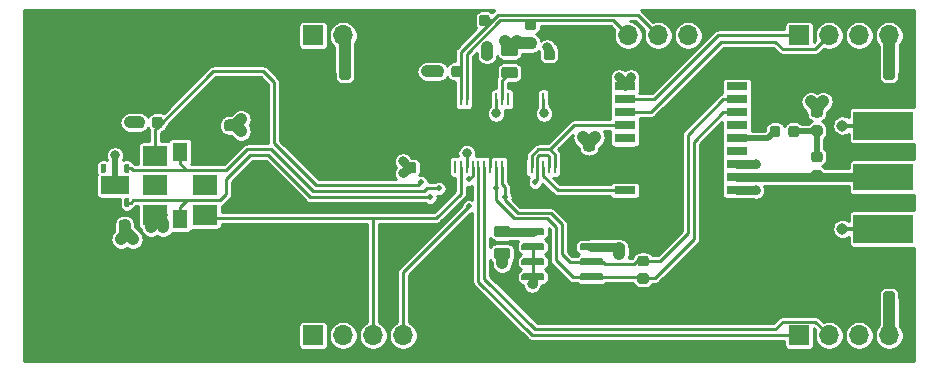
<source format=gbr>
G04 #@! TF.GenerationSoftware,KiCad,Pcbnew,5.1.5+dfsg1-2build2*
G04 #@! TF.CreationDate,2021-08-06T11:15:59-05:00*
G04 #@! TF.ProjectId,gpsdo,67707364-6f2e-46b6-9963-61645f706362,rev?*
G04 #@! TF.SameCoordinates,Original*
G04 #@! TF.FileFunction,Copper,L1,Top*
G04 #@! TF.FilePolarity,Positive*
%FSLAX46Y46*%
G04 Gerber Fmt 4.6, Leading zero omitted, Abs format (unit mm)*
G04 Created by KiCad (PCBNEW 5.1.5+dfsg1-2build2) date 2021-08-06 11:15:59*
%MOMM*%
%LPD*%
G04 APERTURE LIST*
%ADD10C,0.100000*%
%ADD11R,0.285000X1.100000*%
%ADD12R,1.000000X3.550000*%
%ADD13R,1.000000X3.800000*%
%ADD14R,3.550000X1.000000*%
%ADD15R,3.800000X1.000000*%
%ADD16R,1.000000X1.000000*%
%ADD17O,1.700000X1.700000*%
%ADD18R,1.700000X1.700000*%
%ADD19R,0.950000X0.460000*%
%ADD20C,0.970000*%
%ADD21R,5.080000X2.420000*%
%ADD22R,5.080000X2.290000*%
%ADD23R,2.400000X1.500000*%
%ADD24R,1.800000X0.700000*%
%ADD25R,1.800000X0.800000*%
%ADD26R,1.300000X1.550000*%
%ADD27R,2.150000X1.700000*%
%ADD28C,0.800000*%
%ADD29C,0.508000*%
%ADD30C,0.508000*%
%ADD31C,1.016000*%
%ADD32C,0.762000*%
%ADD33C,0.254000*%
%ADD34C,0.250000*%
G04 APERTURE END LIST*
G04 #@! TA.AperFunction,SMDPad,CuDef*
D10*
G36*
X37349691Y-34832053D02*
G01*
X37370926Y-34835203D01*
X37391750Y-34840419D01*
X37411962Y-34847651D01*
X37431368Y-34856830D01*
X37449781Y-34867866D01*
X37467024Y-34880654D01*
X37482930Y-34895070D01*
X37497346Y-34910976D01*
X37510134Y-34928219D01*
X37521170Y-34946632D01*
X37530349Y-34966038D01*
X37537581Y-34986250D01*
X37542797Y-35007074D01*
X37545947Y-35028309D01*
X37547000Y-35049750D01*
X37547000Y-35562250D01*
X37545947Y-35583691D01*
X37542797Y-35604926D01*
X37537581Y-35625750D01*
X37530349Y-35645962D01*
X37521170Y-35665368D01*
X37510134Y-35683781D01*
X37497346Y-35701024D01*
X37482930Y-35716930D01*
X37467024Y-35731346D01*
X37449781Y-35744134D01*
X37431368Y-35755170D01*
X37411962Y-35764349D01*
X37391750Y-35771581D01*
X37370926Y-35776797D01*
X37349691Y-35779947D01*
X37328250Y-35781000D01*
X36890750Y-35781000D01*
X36869309Y-35779947D01*
X36848074Y-35776797D01*
X36827250Y-35771581D01*
X36807038Y-35764349D01*
X36787632Y-35755170D01*
X36769219Y-35744134D01*
X36751976Y-35731346D01*
X36736070Y-35716930D01*
X36721654Y-35701024D01*
X36708866Y-35683781D01*
X36697830Y-35665368D01*
X36688651Y-35645962D01*
X36681419Y-35625750D01*
X36676203Y-35604926D01*
X36673053Y-35583691D01*
X36672000Y-35562250D01*
X36672000Y-35049750D01*
X36673053Y-35028309D01*
X36676203Y-35007074D01*
X36681419Y-34986250D01*
X36688651Y-34966038D01*
X36697830Y-34946632D01*
X36708866Y-34928219D01*
X36721654Y-34910976D01*
X36736070Y-34895070D01*
X36751976Y-34880654D01*
X36769219Y-34867866D01*
X36787632Y-34856830D01*
X36807038Y-34847651D01*
X36827250Y-34840419D01*
X36848074Y-34835203D01*
X36869309Y-34832053D01*
X36890750Y-34831000D01*
X37328250Y-34831000D01*
X37349691Y-34832053D01*
G37*
G04 #@! TD.AperFunction*
G04 #@! TA.AperFunction,SMDPad,CuDef*
G36*
X35774691Y-34832053D02*
G01*
X35795926Y-34835203D01*
X35816750Y-34840419D01*
X35836962Y-34847651D01*
X35856368Y-34856830D01*
X35874781Y-34867866D01*
X35892024Y-34880654D01*
X35907930Y-34895070D01*
X35922346Y-34910976D01*
X35935134Y-34928219D01*
X35946170Y-34946632D01*
X35955349Y-34966038D01*
X35962581Y-34986250D01*
X35967797Y-35007074D01*
X35970947Y-35028309D01*
X35972000Y-35049750D01*
X35972000Y-35562250D01*
X35970947Y-35583691D01*
X35967797Y-35604926D01*
X35962581Y-35625750D01*
X35955349Y-35645962D01*
X35946170Y-35665368D01*
X35935134Y-35683781D01*
X35922346Y-35701024D01*
X35907930Y-35716930D01*
X35892024Y-35731346D01*
X35874781Y-35744134D01*
X35856368Y-35755170D01*
X35836962Y-35764349D01*
X35816750Y-35771581D01*
X35795926Y-35776797D01*
X35774691Y-35779947D01*
X35753250Y-35781000D01*
X35315750Y-35781000D01*
X35294309Y-35779947D01*
X35273074Y-35776797D01*
X35252250Y-35771581D01*
X35232038Y-35764349D01*
X35212632Y-35755170D01*
X35194219Y-35744134D01*
X35176976Y-35731346D01*
X35161070Y-35716930D01*
X35146654Y-35701024D01*
X35133866Y-35683781D01*
X35122830Y-35665368D01*
X35113651Y-35645962D01*
X35106419Y-35625750D01*
X35101203Y-35604926D01*
X35098053Y-35583691D01*
X35097000Y-35562250D01*
X35097000Y-35049750D01*
X35098053Y-35028309D01*
X35101203Y-35007074D01*
X35106419Y-34986250D01*
X35113651Y-34966038D01*
X35122830Y-34946632D01*
X35133866Y-34928219D01*
X35146654Y-34910976D01*
X35161070Y-34895070D01*
X35176976Y-34880654D01*
X35194219Y-34867866D01*
X35212632Y-34856830D01*
X35232038Y-34847651D01*
X35252250Y-34840419D01*
X35273074Y-34835203D01*
X35294309Y-34832053D01*
X35315750Y-34831000D01*
X35753250Y-34831000D01*
X35774691Y-34832053D01*
G37*
G04 #@! TD.AperFunction*
D11*
X61794000Y-33345000D03*
X62294000Y-33345000D03*
X62794000Y-33345000D03*
X63294000Y-33345000D03*
X63794000Y-33345000D03*
X64294000Y-33345000D03*
X64794000Y-33345000D03*
X65294000Y-33345000D03*
X65794000Y-33345000D03*
X66294000Y-33345000D03*
X66794000Y-33345000D03*
X67294000Y-33345000D03*
X67794000Y-33345000D03*
X68294000Y-33345000D03*
X68794000Y-33345000D03*
X69294000Y-33345000D03*
X69794000Y-33345000D03*
X70294000Y-33345000D03*
X70794000Y-33345000D03*
X70794000Y-39045000D03*
X70294000Y-39045000D03*
X69794000Y-39045000D03*
X69294000Y-39045000D03*
X68794000Y-39045000D03*
X68294000Y-39045000D03*
X67794000Y-39045000D03*
X67294000Y-39045000D03*
X66794000Y-39045000D03*
X66294000Y-39045000D03*
X65794000Y-39045000D03*
X65294000Y-39045000D03*
X64794000Y-39045000D03*
X64294000Y-39045000D03*
X63794000Y-39045000D03*
X63294000Y-39045000D03*
X62794000Y-39045000D03*
X62294000Y-39045000D03*
X61794000Y-39045000D03*
G04 #@! TA.AperFunction,SMDPad,CuDef*
D10*
G36*
X61112691Y-30514053D02*
G01*
X61133926Y-30517203D01*
X61154750Y-30522419D01*
X61174962Y-30529651D01*
X61194368Y-30538830D01*
X61212781Y-30549866D01*
X61230024Y-30562654D01*
X61245930Y-30577070D01*
X61260346Y-30592976D01*
X61273134Y-30610219D01*
X61284170Y-30628632D01*
X61293349Y-30648038D01*
X61300581Y-30668250D01*
X61305797Y-30689074D01*
X61308947Y-30710309D01*
X61310000Y-30731750D01*
X61310000Y-31244250D01*
X61308947Y-31265691D01*
X61305797Y-31286926D01*
X61300581Y-31307750D01*
X61293349Y-31327962D01*
X61284170Y-31347368D01*
X61273134Y-31365781D01*
X61260346Y-31383024D01*
X61245930Y-31398930D01*
X61230024Y-31413346D01*
X61212781Y-31426134D01*
X61194368Y-31437170D01*
X61174962Y-31446349D01*
X61154750Y-31453581D01*
X61133926Y-31458797D01*
X61112691Y-31461947D01*
X61091250Y-31463000D01*
X60653750Y-31463000D01*
X60632309Y-31461947D01*
X60611074Y-31458797D01*
X60590250Y-31453581D01*
X60570038Y-31446349D01*
X60550632Y-31437170D01*
X60532219Y-31426134D01*
X60514976Y-31413346D01*
X60499070Y-31398930D01*
X60484654Y-31383024D01*
X60471866Y-31365781D01*
X60460830Y-31347368D01*
X60451651Y-31327962D01*
X60444419Y-31307750D01*
X60439203Y-31286926D01*
X60436053Y-31265691D01*
X60435000Y-31244250D01*
X60435000Y-30731750D01*
X60436053Y-30710309D01*
X60439203Y-30689074D01*
X60444419Y-30668250D01*
X60451651Y-30648038D01*
X60460830Y-30628632D01*
X60471866Y-30610219D01*
X60484654Y-30592976D01*
X60499070Y-30577070D01*
X60514976Y-30562654D01*
X60532219Y-30549866D01*
X60550632Y-30538830D01*
X60570038Y-30529651D01*
X60590250Y-30522419D01*
X60611074Y-30517203D01*
X60632309Y-30514053D01*
X60653750Y-30513000D01*
X61091250Y-30513000D01*
X61112691Y-30514053D01*
G37*
G04 #@! TD.AperFunction*
G04 #@! TA.AperFunction,SMDPad,CuDef*
G36*
X62687691Y-30514053D02*
G01*
X62708926Y-30517203D01*
X62729750Y-30522419D01*
X62749962Y-30529651D01*
X62769368Y-30538830D01*
X62787781Y-30549866D01*
X62805024Y-30562654D01*
X62820930Y-30577070D01*
X62835346Y-30592976D01*
X62848134Y-30610219D01*
X62859170Y-30628632D01*
X62868349Y-30648038D01*
X62875581Y-30668250D01*
X62880797Y-30689074D01*
X62883947Y-30710309D01*
X62885000Y-30731750D01*
X62885000Y-31244250D01*
X62883947Y-31265691D01*
X62880797Y-31286926D01*
X62875581Y-31307750D01*
X62868349Y-31327962D01*
X62859170Y-31347368D01*
X62848134Y-31365781D01*
X62835346Y-31383024D01*
X62820930Y-31398930D01*
X62805024Y-31413346D01*
X62787781Y-31426134D01*
X62769368Y-31437170D01*
X62749962Y-31446349D01*
X62729750Y-31453581D01*
X62708926Y-31458797D01*
X62687691Y-31461947D01*
X62666250Y-31463000D01*
X62228750Y-31463000D01*
X62207309Y-31461947D01*
X62186074Y-31458797D01*
X62165250Y-31453581D01*
X62145038Y-31446349D01*
X62125632Y-31437170D01*
X62107219Y-31426134D01*
X62089976Y-31413346D01*
X62074070Y-31398930D01*
X62059654Y-31383024D01*
X62046866Y-31365781D01*
X62035830Y-31347368D01*
X62026651Y-31327962D01*
X62019419Y-31307750D01*
X62014203Y-31286926D01*
X62011053Y-31265691D01*
X62010000Y-31244250D01*
X62010000Y-30731750D01*
X62011053Y-30710309D01*
X62014203Y-30689074D01*
X62019419Y-30668250D01*
X62026651Y-30648038D01*
X62035830Y-30628632D01*
X62046866Y-30610219D01*
X62059654Y-30592976D01*
X62074070Y-30577070D01*
X62089976Y-30562654D01*
X62107219Y-30549866D01*
X62125632Y-30538830D01*
X62145038Y-30529651D01*
X62165250Y-30522419D01*
X62186074Y-30517203D01*
X62207309Y-30514053D01*
X62228750Y-30513000D01*
X62666250Y-30513000D01*
X62687691Y-30514053D01*
G37*
G04 #@! TD.AperFunction*
G04 #@! TA.AperFunction,SMDPad,CuDef*
G36*
X69004154Y-28174712D02*
G01*
X69025389Y-28177862D01*
X69046213Y-28183078D01*
X69066425Y-28190310D01*
X69085831Y-28199489D01*
X69104244Y-28210525D01*
X69121487Y-28223313D01*
X69137393Y-28237729D01*
X69151809Y-28253635D01*
X69164597Y-28270878D01*
X69175633Y-28289291D01*
X69184812Y-28308697D01*
X69192044Y-28328909D01*
X69197260Y-28349733D01*
X69200410Y-28370968D01*
X69201463Y-28392409D01*
X69201463Y-28829909D01*
X69200410Y-28851350D01*
X69197260Y-28872585D01*
X69192044Y-28893409D01*
X69184812Y-28913621D01*
X69175633Y-28933027D01*
X69164597Y-28951440D01*
X69151809Y-28968683D01*
X69137393Y-28984589D01*
X69121487Y-28999005D01*
X69104244Y-29011793D01*
X69085831Y-29022829D01*
X69066425Y-29032008D01*
X69046213Y-29039240D01*
X69025389Y-29044456D01*
X69004154Y-29047606D01*
X68982713Y-29048659D01*
X68470213Y-29048659D01*
X68448772Y-29047606D01*
X68427537Y-29044456D01*
X68406713Y-29039240D01*
X68386501Y-29032008D01*
X68367095Y-29022829D01*
X68348682Y-29011793D01*
X68331439Y-28999005D01*
X68315533Y-28984589D01*
X68301117Y-28968683D01*
X68288329Y-28951440D01*
X68277293Y-28933027D01*
X68268114Y-28913621D01*
X68260882Y-28893409D01*
X68255666Y-28872585D01*
X68252516Y-28851350D01*
X68251463Y-28829909D01*
X68251463Y-28392409D01*
X68252516Y-28370968D01*
X68255666Y-28349733D01*
X68260882Y-28328909D01*
X68268114Y-28308697D01*
X68277293Y-28289291D01*
X68288329Y-28270878D01*
X68301117Y-28253635D01*
X68315533Y-28237729D01*
X68331439Y-28223313D01*
X68348682Y-28210525D01*
X68367095Y-28199489D01*
X68386501Y-28190310D01*
X68406713Y-28183078D01*
X68427537Y-28177862D01*
X68448772Y-28174712D01*
X68470213Y-28173659D01*
X68982713Y-28173659D01*
X69004154Y-28174712D01*
G37*
G04 #@! TD.AperFunction*
G04 #@! TA.AperFunction,SMDPad,CuDef*
G36*
X69004154Y-26599712D02*
G01*
X69025389Y-26602862D01*
X69046213Y-26608078D01*
X69066425Y-26615310D01*
X69085831Y-26624489D01*
X69104244Y-26635525D01*
X69121487Y-26648313D01*
X69137393Y-26662729D01*
X69151809Y-26678635D01*
X69164597Y-26695878D01*
X69175633Y-26714291D01*
X69184812Y-26733697D01*
X69192044Y-26753909D01*
X69197260Y-26774733D01*
X69200410Y-26795968D01*
X69201463Y-26817409D01*
X69201463Y-27254909D01*
X69200410Y-27276350D01*
X69197260Y-27297585D01*
X69192044Y-27318409D01*
X69184812Y-27338621D01*
X69175633Y-27358027D01*
X69164597Y-27376440D01*
X69151809Y-27393683D01*
X69137393Y-27409589D01*
X69121487Y-27424005D01*
X69104244Y-27436793D01*
X69085831Y-27447829D01*
X69066425Y-27457008D01*
X69046213Y-27464240D01*
X69025389Y-27469456D01*
X69004154Y-27472606D01*
X68982713Y-27473659D01*
X68470213Y-27473659D01*
X68448772Y-27472606D01*
X68427537Y-27469456D01*
X68406713Y-27464240D01*
X68386501Y-27457008D01*
X68367095Y-27447829D01*
X68348682Y-27436793D01*
X68331439Y-27424005D01*
X68315533Y-27409589D01*
X68301117Y-27393683D01*
X68288329Y-27376440D01*
X68277293Y-27358027D01*
X68268114Y-27338621D01*
X68260882Y-27318409D01*
X68255666Y-27297585D01*
X68252516Y-27276350D01*
X68251463Y-27254909D01*
X68251463Y-26817409D01*
X68252516Y-26795968D01*
X68255666Y-26774733D01*
X68260882Y-26753909D01*
X68268114Y-26733697D01*
X68277293Y-26714291D01*
X68288329Y-26695878D01*
X68301117Y-26678635D01*
X68315533Y-26662729D01*
X68331439Y-26648313D01*
X68348682Y-26635525D01*
X68367095Y-26624489D01*
X68386501Y-26615310D01*
X68406713Y-26608078D01*
X68427537Y-26602862D01*
X68448772Y-26599712D01*
X68470213Y-26598659D01*
X68982713Y-26598659D01*
X69004154Y-26599712D01*
G37*
G04 #@! TD.AperFunction*
D12*
X45742000Y-46261000D03*
X29442000Y-46261000D03*
D13*
X45742000Y-40386000D03*
X29442000Y-40386000D03*
D12*
X45742000Y-34511000D03*
X29442000Y-34511000D03*
D14*
X43467000Y-48536000D03*
X43467000Y-32236000D03*
D15*
X37592000Y-48536000D03*
X37592000Y-32236000D03*
D14*
X31717000Y-48536000D03*
X31717000Y-32236000D03*
D16*
X29442000Y-48536000D03*
X45742000Y-48536000D03*
X45742000Y-32236000D03*
X29442000Y-32236000D03*
G04 #@! TA.AperFunction,SMDPad,CuDef*
D10*
G36*
X66774142Y-44042174D02*
G01*
X66797803Y-44045684D01*
X66821007Y-44051496D01*
X66843529Y-44059554D01*
X66865153Y-44069782D01*
X66885670Y-44082079D01*
X66904883Y-44096329D01*
X66922607Y-44112393D01*
X66938671Y-44130117D01*
X66952921Y-44149330D01*
X66965218Y-44169847D01*
X66975446Y-44191471D01*
X66983504Y-44213993D01*
X66989316Y-44237197D01*
X66992826Y-44260858D01*
X66994000Y-44284750D01*
X66994000Y-44772250D01*
X66992826Y-44796142D01*
X66989316Y-44819803D01*
X66983504Y-44843007D01*
X66975446Y-44865529D01*
X66965218Y-44887153D01*
X66952921Y-44907670D01*
X66938671Y-44926883D01*
X66922607Y-44944607D01*
X66904883Y-44960671D01*
X66885670Y-44974921D01*
X66865153Y-44987218D01*
X66843529Y-44997446D01*
X66821007Y-45005504D01*
X66797803Y-45011316D01*
X66774142Y-45014826D01*
X66750250Y-45016000D01*
X65837750Y-45016000D01*
X65813858Y-45014826D01*
X65790197Y-45011316D01*
X65766993Y-45005504D01*
X65744471Y-44997446D01*
X65722847Y-44987218D01*
X65702330Y-44974921D01*
X65683117Y-44960671D01*
X65665393Y-44944607D01*
X65649329Y-44926883D01*
X65635079Y-44907670D01*
X65622782Y-44887153D01*
X65612554Y-44865529D01*
X65604496Y-44843007D01*
X65598684Y-44819803D01*
X65595174Y-44796142D01*
X65594000Y-44772250D01*
X65594000Y-44284750D01*
X65595174Y-44260858D01*
X65598684Y-44237197D01*
X65604496Y-44213993D01*
X65612554Y-44191471D01*
X65622782Y-44169847D01*
X65635079Y-44149330D01*
X65649329Y-44130117D01*
X65665393Y-44112393D01*
X65683117Y-44096329D01*
X65702330Y-44082079D01*
X65722847Y-44069782D01*
X65744471Y-44059554D01*
X65766993Y-44051496D01*
X65790197Y-44045684D01*
X65813858Y-44042174D01*
X65837750Y-44041000D01*
X66750250Y-44041000D01*
X66774142Y-44042174D01*
G37*
G04 #@! TD.AperFunction*
G04 #@! TA.AperFunction,SMDPad,CuDef*
G36*
X66774142Y-45917174D02*
G01*
X66797803Y-45920684D01*
X66821007Y-45926496D01*
X66843529Y-45934554D01*
X66865153Y-45944782D01*
X66885670Y-45957079D01*
X66904883Y-45971329D01*
X66922607Y-45987393D01*
X66938671Y-46005117D01*
X66952921Y-46024330D01*
X66965218Y-46044847D01*
X66975446Y-46066471D01*
X66983504Y-46088993D01*
X66989316Y-46112197D01*
X66992826Y-46135858D01*
X66994000Y-46159750D01*
X66994000Y-46647250D01*
X66992826Y-46671142D01*
X66989316Y-46694803D01*
X66983504Y-46718007D01*
X66975446Y-46740529D01*
X66965218Y-46762153D01*
X66952921Y-46782670D01*
X66938671Y-46801883D01*
X66922607Y-46819607D01*
X66904883Y-46835671D01*
X66885670Y-46849921D01*
X66865153Y-46862218D01*
X66843529Y-46872446D01*
X66821007Y-46880504D01*
X66797803Y-46886316D01*
X66774142Y-46889826D01*
X66750250Y-46891000D01*
X65837750Y-46891000D01*
X65813858Y-46889826D01*
X65790197Y-46886316D01*
X65766993Y-46880504D01*
X65744471Y-46872446D01*
X65722847Y-46862218D01*
X65702330Y-46849921D01*
X65683117Y-46835671D01*
X65665393Y-46819607D01*
X65649329Y-46801883D01*
X65635079Y-46782670D01*
X65622782Y-46762153D01*
X65612554Y-46740529D01*
X65604496Y-46718007D01*
X65598684Y-46694803D01*
X65595174Y-46671142D01*
X65594000Y-46647250D01*
X65594000Y-46159750D01*
X65595174Y-46135858D01*
X65598684Y-46112197D01*
X65604496Y-46088993D01*
X65612554Y-46066471D01*
X65622782Y-46044847D01*
X65635079Y-46024330D01*
X65649329Y-46005117D01*
X65665393Y-45987393D01*
X65683117Y-45971329D01*
X65702330Y-45957079D01*
X65722847Y-45944782D01*
X65744471Y-45934554D01*
X65766993Y-45926496D01*
X65790197Y-45920684D01*
X65813858Y-45917174D01*
X65837750Y-45916000D01*
X66750250Y-45916000D01*
X66774142Y-45917174D01*
G37*
G04 #@! TD.AperFunction*
G04 #@! TA.AperFunction,SMDPad,CuDef*
G36*
X99327642Y-30289174D02*
G01*
X99351303Y-30292684D01*
X99374507Y-30298496D01*
X99397029Y-30306554D01*
X99418653Y-30316782D01*
X99439170Y-30329079D01*
X99458383Y-30343329D01*
X99476107Y-30359393D01*
X99492171Y-30377117D01*
X99506421Y-30396330D01*
X99518718Y-30416847D01*
X99528946Y-30438471D01*
X99537004Y-30460993D01*
X99542816Y-30484197D01*
X99546326Y-30507858D01*
X99547500Y-30531750D01*
X99547500Y-31444250D01*
X99546326Y-31468142D01*
X99542816Y-31491803D01*
X99537004Y-31515007D01*
X99528946Y-31537529D01*
X99518718Y-31559153D01*
X99506421Y-31579670D01*
X99492171Y-31598883D01*
X99476107Y-31616607D01*
X99458383Y-31632671D01*
X99439170Y-31646921D01*
X99418653Y-31659218D01*
X99397029Y-31669446D01*
X99374507Y-31677504D01*
X99351303Y-31683316D01*
X99327642Y-31686826D01*
X99303750Y-31688000D01*
X98816250Y-31688000D01*
X98792358Y-31686826D01*
X98768697Y-31683316D01*
X98745493Y-31677504D01*
X98722971Y-31669446D01*
X98701347Y-31659218D01*
X98680830Y-31646921D01*
X98661617Y-31632671D01*
X98643893Y-31616607D01*
X98627829Y-31598883D01*
X98613579Y-31579670D01*
X98601282Y-31559153D01*
X98591054Y-31537529D01*
X98582996Y-31515007D01*
X98577184Y-31491803D01*
X98573674Y-31468142D01*
X98572500Y-31444250D01*
X98572500Y-30531750D01*
X98573674Y-30507858D01*
X98577184Y-30484197D01*
X98582996Y-30460993D01*
X98591054Y-30438471D01*
X98601282Y-30416847D01*
X98613579Y-30396330D01*
X98627829Y-30377117D01*
X98643893Y-30359393D01*
X98661617Y-30343329D01*
X98680830Y-30329079D01*
X98701347Y-30316782D01*
X98722971Y-30306554D01*
X98745493Y-30298496D01*
X98768697Y-30292684D01*
X98792358Y-30289174D01*
X98816250Y-30288000D01*
X99303750Y-30288000D01*
X99327642Y-30289174D01*
G37*
G04 #@! TD.AperFunction*
G04 #@! TA.AperFunction,SMDPad,CuDef*
G36*
X97452642Y-30289174D02*
G01*
X97476303Y-30292684D01*
X97499507Y-30298496D01*
X97522029Y-30306554D01*
X97543653Y-30316782D01*
X97564170Y-30329079D01*
X97583383Y-30343329D01*
X97601107Y-30359393D01*
X97617171Y-30377117D01*
X97631421Y-30396330D01*
X97643718Y-30416847D01*
X97653946Y-30438471D01*
X97662004Y-30460993D01*
X97667816Y-30484197D01*
X97671326Y-30507858D01*
X97672500Y-30531750D01*
X97672500Y-31444250D01*
X97671326Y-31468142D01*
X97667816Y-31491803D01*
X97662004Y-31515007D01*
X97653946Y-31537529D01*
X97643718Y-31559153D01*
X97631421Y-31579670D01*
X97617171Y-31598883D01*
X97601107Y-31616607D01*
X97583383Y-31632671D01*
X97564170Y-31646921D01*
X97543653Y-31659218D01*
X97522029Y-31669446D01*
X97499507Y-31677504D01*
X97476303Y-31683316D01*
X97452642Y-31686826D01*
X97428750Y-31688000D01*
X96941250Y-31688000D01*
X96917358Y-31686826D01*
X96893697Y-31683316D01*
X96870493Y-31677504D01*
X96847971Y-31669446D01*
X96826347Y-31659218D01*
X96805830Y-31646921D01*
X96786617Y-31632671D01*
X96768893Y-31616607D01*
X96752829Y-31598883D01*
X96738579Y-31579670D01*
X96726282Y-31559153D01*
X96716054Y-31537529D01*
X96707996Y-31515007D01*
X96702184Y-31491803D01*
X96698674Y-31468142D01*
X96697500Y-31444250D01*
X96697500Y-30531750D01*
X96698674Y-30507858D01*
X96702184Y-30484197D01*
X96707996Y-30460993D01*
X96716054Y-30438471D01*
X96726282Y-30416847D01*
X96738579Y-30396330D01*
X96752829Y-30377117D01*
X96768893Y-30359393D01*
X96786617Y-30343329D01*
X96805830Y-30329079D01*
X96826347Y-30316782D01*
X96847971Y-30306554D01*
X96870493Y-30298496D01*
X96893697Y-30292684D01*
X96917358Y-30289174D01*
X96941250Y-30288000D01*
X97428750Y-30288000D01*
X97452642Y-30289174D01*
G37*
G04 #@! TD.AperFunction*
G04 #@! TA.AperFunction,SMDPad,CuDef*
G36*
X99327642Y-49593174D02*
G01*
X99351303Y-49596684D01*
X99374507Y-49602496D01*
X99397029Y-49610554D01*
X99418653Y-49620782D01*
X99439170Y-49633079D01*
X99458383Y-49647329D01*
X99476107Y-49663393D01*
X99492171Y-49681117D01*
X99506421Y-49700330D01*
X99518718Y-49720847D01*
X99528946Y-49742471D01*
X99537004Y-49764993D01*
X99542816Y-49788197D01*
X99546326Y-49811858D01*
X99547500Y-49835750D01*
X99547500Y-50748250D01*
X99546326Y-50772142D01*
X99542816Y-50795803D01*
X99537004Y-50819007D01*
X99528946Y-50841529D01*
X99518718Y-50863153D01*
X99506421Y-50883670D01*
X99492171Y-50902883D01*
X99476107Y-50920607D01*
X99458383Y-50936671D01*
X99439170Y-50950921D01*
X99418653Y-50963218D01*
X99397029Y-50973446D01*
X99374507Y-50981504D01*
X99351303Y-50987316D01*
X99327642Y-50990826D01*
X99303750Y-50992000D01*
X98816250Y-50992000D01*
X98792358Y-50990826D01*
X98768697Y-50987316D01*
X98745493Y-50981504D01*
X98722971Y-50973446D01*
X98701347Y-50963218D01*
X98680830Y-50950921D01*
X98661617Y-50936671D01*
X98643893Y-50920607D01*
X98627829Y-50902883D01*
X98613579Y-50883670D01*
X98601282Y-50863153D01*
X98591054Y-50841529D01*
X98582996Y-50819007D01*
X98577184Y-50795803D01*
X98573674Y-50772142D01*
X98572500Y-50748250D01*
X98572500Y-49835750D01*
X98573674Y-49811858D01*
X98577184Y-49788197D01*
X98582996Y-49764993D01*
X98591054Y-49742471D01*
X98601282Y-49720847D01*
X98613579Y-49700330D01*
X98627829Y-49681117D01*
X98643893Y-49663393D01*
X98661617Y-49647329D01*
X98680830Y-49633079D01*
X98701347Y-49620782D01*
X98722971Y-49610554D01*
X98745493Y-49602496D01*
X98768697Y-49596684D01*
X98792358Y-49593174D01*
X98816250Y-49592000D01*
X99303750Y-49592000D01*
X99327642Y-49593174D01*
G37*
G04 #@! TD.AperFunction*
G04 #@! TA.AperFunction,SMDPad,CuDef*
G36*
X97452642Y-49593174D02*
G01*
X97476303Y-49596684D01*
X97499507Y-49602496D01*
X97522029Y-49610554D01*
X97543653Y-49620782D01*
X97564170Y-49633079D01*
X97583383Y-49647329D01*
X97601107Y-49663393D01*
X97617171Y-49681117D01*
X97631421Y-49700330D01*
X97643718Y-49720847D01*
X97653946Y-49742471D01*
X97662004Y-49764993D01*
X97667816Y-49788197D01*
X97671326Y-49811858D01*
X97672500Y-49835750D01*
X97672500Y-50748250D01*
X97671326Y-50772142D01*
X97667816Y-50795803D01*
X97662004Y-50819007D01*
X97653946Y-50841529D01*
X97643718Y-50863153D01*
X97631421Y-50883670D01*
X97617171Y-50902883D01*
X97601107Y-50920607D01*
X97583383Y-50936671D01*
X97564170Y-50950921D01*
X97543653Y-50963218D01*
X97522029Y-50973446D01*
X97499507Y-50981504D01*
X97476303Y-50987316D01*
X97452642Y-50990826D01*
X97428750Y-50992000D01*
X96941250Y-50992000D01*
X96917358Y-50990826D01*
X96893697Y-50987316D01*
X96870493Y-50981504D01*
X96847971Y-50973446D01*
X96826347Y-50963218D01*
X96805830Y-50950921D01*
X96786617Y-50936671D01*
X96768893Y-50920607D01*
X96752829Y-50902883D01*
X96738579Y-50883670D01*
X96726282Y-50863153D01*
X96716054Y-50841529D01*
X96707996Y-50819007D01*
X96702184Y-50795803D01*
X96698674Y-50772142D01*
X96697500Y-50748250D01*
X96697500Y-49835750D01*
X96698674Y-49811858D01*
X96702184Y-49788197D01*
X96707996Y-49764993D01*
X96716054Y-49742471D01*
X96726282Y-49720847D01*
X96738579Y-49700330D01*
X96752829Y-49681117D01*
X96768893Y-49663393D01*
X96786617Y-49647329D01*
X96805830Y-49633079D01*
X96826347Y-49620782D01*
X96847971Y-49610554D01*
X96870493Y-49602496D01*
X96893697Y-49596684D01*
X96917358Y-49593174D01*
X96941250Y-49592000D01*
X97428750Y-49592000D01*
X97452642Y-49593174D01*
G37*
G04 #@! TD.AperFunction*
G04 #@! TA.AperFunction,SMDPad,CuDef*
G36*
X76477691Y-45537553D02*
G01*
X76498926Y-45540703D01*
X76519750Y-45545919D01*
X76539962Y-45553151D01*
X76559368Y-45562330D01*
X76577781Y-45573366D01*
X76595024Y-45586154D01*
X76610930Y-45600570D01*
X76625346Y-45616476D01*
X76638134Y-45633719D01*
X76649170Y-45652132D01*
X76658349Y-45671538D01*
X76665581Y-45691750D01*
X76670797Y-45712574D01*
X76673947Y-45733809D01*
X76675000Y-45755250D01*
X76675000Y-46192750D01*
X76673947Y-46214191D01*
X76670797Y-46235426D01*
X76665581Y-46256250D01*
X76658349Y-46276462D01*
X76649170Y-46295868D01*
X76638134Y-46314281D01*
X76625346Y-46331524D01*
X76610930Y-46347430D01*
X76595024Y-46361846D01*
X76577781Y-46374634D01*
X76559368Y-46385670D01*
X76539962Y-46394849D01*
X76519750Y-46402081D01*
X76498926Y-46407297D01*
X76477691Y-46410447D01*
X76456250Y-46411500D01*
X75943750Y-46411500D01*
X75922309Y-46410447D01*
X75901074Y-46407297D01*
X75880250Y-46402081D01*
X75860038Y-46394849D01*
X75840632Y-46385670D01*
X75822219Y-46374634D01*
X75804976Y-46361846D01*
X75789070Y-46347430D01*
X75774654Y-46331524D01*
X75761866Y-46314281D01*
X75750830Y-46295868D01*
X75741651Y-46276462D01*
X75734419Y-46256250D01*
X75729203Y-46235426D01*
X75726053Y-46214191D01*
X75725000Y-46192750D01*
X75725000Y-45755250D01*
X75726053Y-45733809D01*
X75729203Y-45712574D01*
X75734419Y-45691750D01*
X75741651Y-45671538D01*
X75750830Y-45652132D01*
X75761866Y-45633719D01*
X75774654Y-45616476D01*
X75789070Y-45600570D01*
X75804976Y-45586154D01*
X75822219Y-45573366D01*
X75840632Y-45562330D01*
X75860038Y-45553151D01*
X75880250Y-45545919D01*
X75901074Y-45540703D01*
X75922309Y-45537553D01*
X75943750Y-45536500D01*
X76456250Y-45536500D01*
X76477691Y-45537553D01*
G37*
G04 #@! TD.AperFunction*
G04 #@! TA.AperFunction,SMDPad,CuDef*
G36*
X76477691Y-43962553D02*
G01*
X76498926Y-43965703D01*
X76519750Y-43970919D01*
X76539962Y-43978151D01*
X76559368Y-43987330D01*
X76577781Y-43998366D01*
X76595024Y-44011154D01*
X76610930Y-44025570D01*
X76625346Y-44041476D01*
X76638134Y-44058719D01*
X76649170Y-44077132D01*
X76658349Y-44096538D01*
X76665581Y-44116750D01*
X76670797Y-44137574D01*
X76673947Y-44158809D01*
X76675000Y-44180250D01*
X76675000Y-44617750D01*
X76673947Y-44639191D01*
X76670797Y-44660426D01*
X76665581Y-44681250D01*
X76658349Y-44701462D01*
X76649170Y-44720868D01*
X76638134Y-44739281D01*
X76625346Y-44756524D01*
X76610930Y-44772430D01*
X76595024Y-44786846D01*
X76577781Y-44799634D01*
X76559368Y-44810670D01*
X76539962Y-44819849D01*
X76519750Y-44827081D01*
X76498926Y-44832297D01*
X76477691Y-44835447D01*
X76456250Y-44836500D01*
X75943750Y-44836500D01*
X75922309Y-44835447D01*
X75901074Y-44832297D01*
X75880250Y-44827081D01*
X75860038Y-44819849D01*
X75840632Y-44810670D01*
X75822219Y-44799634D01*
X75804976Y-44786846D01*
X75789070Y-44772430D01*
X75774654Y-44756524D01*
X75761866Y-44739281D01*
X75750830Y-44720868D01*
X75741651Y-44701462D01*
X75734419Y-44681250D01*
X75729203Y-44660426D01*
X75726053Y-44639191D01*
X75725000Y-44617750D01*
X75725000Y-44180250D01*
X75726053Y-44158809D01*
X75729203Y-44137574D01*
X75734419Y-44116750D01*
X75741651Y-44096538D01*
X75750830Y-44077132D01*
X75761866Y-44058719D01*
X75774654Y-44041476D01*
X75789070Y-44025570D01*
X75804976Y-44011154D01*
X75822219Y-43998366D01*
X75840632Y-43987330D01*
X75860038Y-43978151D01*
X75880250Y-43970919D01*
X75901074Y-43965703D01*
X75922309Y-43962553D01*
X75943750Y-43961500D01*
X76456250Y-43961500D01*
X76477691Y-43962553D01*
G37*
G04 #@! TD.AperFunction*
G04 #@! TA.AperFunction,SMDPad,CuDef*
G36*
X74688703Y-44277722D02*
G01*
X74703264Y-44279882D01*
X74717543Y-44283459D01*
X74731403Y-44288418D01*
X74744710Y-44294712D01*
X74757336Y-44302280D01*
X74769159Y-44311048D01*
X74780066Y-44320934D01*
X74789952Y-44331841D01*
X74798720Y-44343664D01*
X74806288Y-44356290D01*
X74812582Y-44369597D01*
X74817541Y-44383457D01*
X74821118Y-44397736D01*
X74823278Y-44412297D01*
X74824000Y-44427000D01*
X74824000Y-44727000D01*
X74823278Y-44741703D01*
X74821118Y-44756264D01*
X74817541Y-44770543D01*
X74812582Y-44784403D01*
X74806288Y-44797710D01*
X74798720Y-44810336D01*
X74789952Y-44822159D01*
X74780066Y-44833066D01*
X74769159Y-44842952D01*
X74757336Y-44851720D01*
X74744710Y-44859288D01*
X74731403Y-44865582D01*
X74717543Y-44870541D01*
X74703264Y-44874118D01*
X74688703Y-44876278D01*
X74674000Y-44877000D01*
X73024000Y-44877000D01*
X73009297Y-44876278D01*
X72994736Y-44874118D01*
X72980457Y-44870541D01*
X72966597Y-44865582D01*
X72953290Y-44859288D01*
X72940664Y-44851720D01*
X72928841Y-44842952D01*
X72917934Y-44833066D01*
X72908048Y-44822159D01*
X72899280Y-44810336D01*
X72891712Y-44797710D01*
X72885418Y-44784403D01*
X72880459Y-44770543D01*
X72876882Y-44756264D01*
X72874722Y-44741703D01*
X72874000Y-44727000D01*
X72874000Y-44427000D01*
X72874722Y-44412297D01*
X72876882Y-44397736D01*
X72880459Y-44383457D01*
X72885418Y-44369597D01*
X72891712Y-44356290D01*
X72899280Y-44343664D01*
X72908048Y-44331841D01*
X72917934Y-44320934D01*
X72928841Y-44311048D01*
X72940664Y-44302280D01*
X72953290Y-44294712D01*
X72966597Y-44288418D01*
X72980457Y-44283459D01*
X72994736Y-44279882D01*
X73009297Y-44277722D01*
X73024000Y-44277000D01*
X74674000Y-44277000D01*
X74688703Y-44277722D01*
G37*
G04 #@! TD.AperFunction*
G04 #@! TA.AperFunction,SMDPad,CuDef*
G36*
X74688703Y-45547722D02*
G01*
X74703264Y-45549882D01*
X74717543Y-45553459D01*
X74731403Y-45558418D01*
X74744710Y-45564712D01*
X74757336Y-45572280D01*
X74769159Y-45581048D01*
X74780066Y-45590934D01*
X74789952Y-45601841D01*
X74798720Y-45613664D01*
X74806288Y-45626290D01*
X74812582Y-45639597D01*
X74817541Y-45653457D01*
X74821118Y-45667736D01*
X74823278Y-45682297D01*
X74824000Y-45697000D01*
X74824000Y-45997000D01*
X74823278Y-46011703D01*
X74821118Y-46026264D01*
X74817541Y-46040543D01*
X74812582Y-46054403D01*
X74806288Y-46067710D01*
X74798720Y-46080336D01*
X74789952Y-46092159D01*
X74780066Y-46103066D01*
X74769159Y-46112952D01*
X74757336Y-46121720D01*
X74744710Y-46129288D01*
X74731403Y-46135582D01*
X74717543Y-46140541D01*
X74703264Y-46144118D01*
X74688703Y-46146278D01*
X74674000Y-46147000D01*
X73024000Y-46147000D01*
X73009297Y-46146278D01*
X72994736Y-46144118D01*
X72980457Y-46140541D01*
X72966597Y-46135582D01*
X72953290Y-46129288D01*
X72940664Y-46121720D01*
X72928841Y-46112952D01*
X72917934Y-46103066D01*
X72908048Y-46092159D01*
X72899280Y-46080336D01*
X72891712Y-46067710D01*
X72885418Y-46054403D01*
X72880459Y-46040543D01*
X72876882Y-46026264D01*
X72874722Y-46011703D01*
X72874000Y-45997000D01*
X72874000Y-45697000D01*
X72874722Y-45682297D01*
X72876882Y-45667736D01*
X72880459Y-45653457D01*
X72885418Y-45639597D01*
X72891712Y-45626290D01*
X72899280Y-45613664D01*
X72908048Y-45601841D01*
X72917934Y-45590934D01*
X72928841Y-45581048D01*
X72940664Y-45572280D01*
X72953290Y-45564712D01*
X72966597Y-45558418D01*
X72980457Y-45553459D01*
X72994736Y-45549882D01*
X73009297Y-45547722D01*
X73024000Y-45547000D01*
X74674000Y-45547000D01*
X74688703Y-45547722D01*
G37*
G04 #@! TD.AperFunction*
G04 #@! TA.AperFunction,SMDPad,CuDef*
G36*
X74688703Y-46817722D02*
G01*
X74703264Y-46819882D01*
X74717543Y-46823459D01*
X74731403Y-46828418D01*
X74744710Y-46834712D01*
X74757336Y-46842280D01*
X74769159Y-46851048D01*
X74780066Y-46860934D01*
X74789952Y-46871841D01*
X74798720Y-46883664D01*
X74806288Y-46896290D01*
X74812582Y-46909597D01*
X74817541Y-46923457D01*
X74821118Y-46937736D01*
X74823278Y-46952297D01*
X74824000Y-46967000D01*
X74824000Y-47267000D01*
X74823278Y-47281703D01*
X74821118Y-47296264D01*
X74817541Y-47310543D01*
X74812582Y-47324403D01*
X74806288Y-47337710D01*
X74798720Y-47350336D01*
X74789952Y-47362159D01*
X74780066Y-47373066D01*
X74769159Y-47382952D01*
X74757336Y-47391720D01*
X74744710Y-47399288D01*
X74731403Y-47405582D01*
X74717543Y-47410541D01*
X74703264Y-47414118D01*
X74688703Y-47416278D01*
X74674000Y-47417000D01*
X73024000Y-47417000D01*
X73009297Y-47416278D01*
X72994736Y-47414118D01*
X72980457Y-47410541D01*
X72966597Y-47405582D01*
X72953290Y-47399288D01*
X72940664Y-47391720D01*
X72928841Y-47382952D01*
X72917934Y-47373066D01*
X72908048Y-47362159D01*
X72899280Y-47350336D01*
X72891712Y-47337710D01*
X72885418Y-47324403D01*
X72880459Y-47310543D01*
X72876882Y-47296264D01*
X72874722Y-47281703D01*
X72874000Y-47267000D01*
X72874000Y-46967000D01*
X72874722Y-46952297D01*
X72876882Y-46937736D01*
X72880459Y-46923457D01*
X72885418Y-46909597D01*
X72891712Y-46896290D01*
X72899280Y-46883664D01*
X72908048Y-46871841D01*
X72917934Y-46860934D01*
X72928841Y-46851048D01*
X72940664Y-46842280D01*
X72953290Y-46834712D01*
X72966597Y-46828418D01*
X72980457Y-46823459D01*
X72994736Y-46819882D01*
X73009297Y-46817722D01*
X73024000Y-46817000D01*
X74674000Y-46817000D01*
X74688703Y-46817722D01*
G37*
G04 #@! TD.AperFunction*
G04 #@! TA.AperFunction,SMDPad,CuDef*
G36*
X74688703Y-48087722D02*
G01*
X74703264Y-48089882D01*
X74717543Y-48093459D01*
X74731403Y-48098418D01*
X74744710Y-48104712D01*
X74757336Y-48112280D01*
X74769159Y-48121048D01*
X74780066Y-48130934D01*
X74789952Y-48141841D01*
X74798720Y-48153664D01*
X74806288Y-48166290D01*
X74812582Y-48179597D01*
X74817541Y-48193457D01*
X74821118Y-48207736D01*
X74823278Y-48222297D01*
X74824000Y-48237000D01*
X74824000Y-48537000D01*
X74823278Y-48551703D01*
X74821118Y-48566264D01*
X74817541Y-48580543D01*
X74812582Y-48594403D01*
X74806288Y-48607710D01*
X74798720Y-48620336D01*
X74789952Y-48632159D01*
X74780066Y-48643066D01*
X74769159Y-48652952D01*
X74757336Y-48661720D01*
X74744710Y-48669288D01*
X74731403Y-48675582D01*
X74717543Y-48680541D01*
X74703264Y-48684118D01*
X74688703Y-48686278D01*
X74674000Y-48687000D01*
X73024000Y-48687000D01*
X73009297Y-48686278D01*
X72994736Y-48684118D01*
X72980457Y-48680541D01*
X72966597Y-48675582D01*
X72953290Y-48669288D01*
X72940664Y-48661720D01*
X72928841Y-48652952D01*
X72917934Y-48643066D01*
X72908048Y-48632159D01*
X72899280Y-48620336D01*
X72891712Y-48607710D01*
X72885418Y-48594403D01*
X72880459Y-48580543D01*
X72876882Y-48566264D01*
X72874722Y-48551703D01*
X72874000Y-48537000D01*
X72874000Y-48237000D01*
X72874722Y-48222297D01*
X72876882Y-48207736D01*
X72880459Y-48193457D01*
X72885418Y-48179597D01*
X72891712Y-48166290D01*
X72899280Y-48153664D01*
X72908048Y-48141841D01*
X72917934Y-48130934D01*
X72928841Y-48121048D01*
X72940664Y-48112280D01*
X72953290Y-48104712D01*
X72966597Y-48098418D01*
X72980457Y-48093459D01*
X72994736Y-48089882D01*
X73009297Y-48087722D01*
X73024000Y-48087000D01*
X74674000Y-48087000D01*
X74688703Y-48087722D01*
G37*
G04 #@! TD.AperFunction*
G04 #@! TA.AperFunction,SMDPad,CuDef*
G36*
X69738703Y-48087722D02*
G01*
X69753264Y-48089882D01*
X69767543Y-48093459D01*
X69781403Y-48098418D01*
X69794710Y-48104712D01*
X69807336Y-48112280D01*
X69819159Y-48121048D01*
X69830066Y-48130934D01*
X69839952Y-48141841D01*
X69848720Y-48153664D01*
X69856288Y-48166290D01*
X69862582Y-48179597D01*
X69867541Y-48193457D01*
X69871118Y-48207736D01*
X69873278Y-48222297D01*
X69874000Y-48237000D01*
X69874000Y-48537000D01*
X69873278Y-48551703D01*
X69871118Y-48566264D01*
X69867541Y-48580543D01*
X69862582Y-48594403D01*
X69856288Y-48607710D01*
X69848720Y-48620336D01*
X69839952Y-48632159D01*
X69830066Y-48643066D01*
X69819159Y-48652952D01*
X69807336Y-48661720D01*
X69794710Y-48669288D01*
X69781403Y-48675582D01*
X69767543Y-48680541D01*
X69753264Y-48684118D01*
X69738703Y-48686278D01*
X69724000Y-48687000D01*
X68074000Y-48687000D01*
X68059297Y-48686278D01*
X68044736Y-48684118D01*
X68030457Y-48680541D01*
X68016597Y-48675582D01*
X68003290Y-48669288D01*
X67990664Y-48661720D01*
X67978841Y-48652952D01*
X67967934Y-48643066D01*
X67958048Y-48632159D01*
X67949280Y-48620336D01*
X67941712Y-48607710D01*
X67935418Y-48594403D01*
X67930459Y-48580543D01*
X67926882Y-48566264D01*
X67924722Y-48551703D01*
X67924000Y-48537000D01*
X67924000Y-48237000D01*
X67924722Y-48222297D01*
X67926882Y-48207736D01*
X67930459Y-48193457D01*
X67935418Y-48179597D01*
X67941712Y-48166290D01*
X67949280Y-48153664D01*
X67958048Y-48141841D01*
X67967934Y-48130934D01*
X67978841Y-48121048D01*
X67990664Y-48112280D01*
X68003290Y-48104712D01*
X68016597Y-48098418D01*
X68030457Y-48093459D01*
X68044736Y-48089882D01*
X68059297Y-48087722D01*
X68074000Y-48087000D01*
X69724000Y-48087000D01*
X69738703Y-48087722D01*
G37*
G04 #@! TD.AperFunction*
G04 #@! TA.AperFunction,SMDPad,CuDef*
G36*
X69738703Y-46817722D02*
G01*
X69753264Y-46819882D01*
X69767543Y-46823459D01*
X69781403Y-46828418D01*
X69794710Y-46834712D01*
X69807336Y-46842280D01*
X69819159Y-46851048D01*
X69830066Y-46860934D01*
X69839952Y-46871841D01*
X69848720Y-46883664D01*
X69856288Y-46896290D01*
X69862582Y-46909597D01*
X69867541Y-46923457D01*
X69871118Y-46937736D01*
X69873278Y-46952297D01*
X69874000Y-46967000D01*
X69874000Y-47267000D01*
X69873278Y-47281703D01*
X69871118Y-47296264D01*
X69867541Y-47310543D01*
X69862582Y-47324403D01*
X69856288Y-47337710D01*
X69848720Y-47350336D01*
X69839952Y-47362159D01*
X69830066Y-47373066D01*
X69819159Y-47382952D01*
X69807336Y-47391720D01*
X69794710Y-47399288D01*
X69781403Y-47405582D01*
X69767543Y-47410541D01*
X69753264Y-47414118D01*
X69738703Y-47416278D01*
X69724000Y-47417000D01*
X68074000Y-47417000D01*
X68059297Y-47416278D01*
X68044736Y-47414118D01*
X68030457Y-47410541D01*
X68016597Y-47405582D01*
X68003290Y-47399288D01*
X67990664Y-47391720D01*
X67978841Y-47382952D01*
X67967934Y-47373066D01*
X67958048Y-47362159D01*
X67949280Y-47350336D01*
X67941712Y-47337710D01*
X67935418Y-47324403D01*
X67930459Y-47310543D01*
X67926882Y-47296264D01*
X67924722Y-47281703D01*
X67924000Y-47267000D01*
X67924000Y-46967000D01*
X67924722Y-46952297D01*
X67926882Y-46937736D01*
X67930459Y-46923457D01*
X67935418Y-46909597D01*
X67941712Y-46896290D01*
X67949280Y-46883664D01*
X67958048Y-46871841D01*
X67967934Y-46860934D01*
X67978841Y-46851048D01*
X67990664Y-46842280D01*
X68003290Y-46834712D01*
X68016597Y-46828418D01*
X68030457Y-46823459D01*
X68044736Y-46819882D01*
X68059297Y-46817722D01*
X68074000Y-46817000D01*
X69724000Y-46817000D01*
X69738703Y-46817722D01*
G37*
G04 #@! TD.AperFunction*
G04 #@! TA.AperFunction,SMDPad,CuDef*
G36*
X69738703Y-45547722D02*
G01*
X69753264Y-45549882D01*
X69767543Y-45553459D01*
X69781403Y-45558418D01*
X69794710Y-45564712D01*
X69807336Y-45572280D01*
X69819159Y-45581048D01*
X69830066Y-45590934D01*
X69839952Y-45601841D01*
X69848720Y-45613664D01*
X69856288Y-45626290D01*
X69862582Y-45639597D01*
X69867541Y-45653457D01*
X69871118Y-45667736D01*
X69873278Y-45682297D01*
X69874000Y-45697000D01*
X69874000Y-45997000D01*
X69873278Y-46011703D01*
X69871118Y-46026264D01*
X69867541Y-46040543D01*
X69862582Y-46054403D01*
X69856288Y-46067710D01*
X69848720Y-46080336D01*
X69839952Y-46092159D01*
X69830066Y-46103066D01*
X69819159Y-46112952D01*
X69807336Y-46121720D01*
X69794710Y-46129288D01*
X69781403Y-46135582D01*
X69767543Y-46140541D01*
X69753264Y-46144118D01*
X69738703Y-46146278D01*
X69724000Y-46147000D01*
X68074000Y-46147000D01*
X68059297Y-46146278D01*
X68044736Y-46144118D01*
X68030457Y-46140541D01*
X68016597Y-46135582D01*
X68003290Y-46129288D01*
X67990664Y-46121720D01*
X67978841Y-46112952D01*
X67967934Y-46103066D01*
X67958048Y-46092159D01*
X67949280Y-46080336D01*
X67941712Y-46067710D01*
X67935418Y-46054403D01*
X67930459Y-46040543D01*
X67926882Y-46026264D01*
X67924722Y-46011703D01*
X67924000Y-45997000D01*
X67924000Y-45697000D01*
X67924722Y-45682297D01*
X67926882Y-45667736D01*
X67930459Y-45653457D01*
X67935418Y-45639597D01*
X67941712Y-45626290D01*
X67949280Y-45613664D01*
X67958048Y-45601841D01*
X67967934Y-45590934D01*
X67978841Y-45581048D01*
X67990664Y-45572280D01*
X68003290Y-45564712D01*
X68016597Y-45558418D01*
X68030457Y-45553459D01*
X68044736Y-45549882D01*
X68059297Y-45547722D01*
X68074000Y-45547000D01*
X69724000Y-45547000D01*
X69738703Y-45547722D01*
G37*
G04 #@! TD.AperFunction*
G04 #@! TA.AperFunction,SMDPad,CuDef*
G36*
X69738703Y-44277722D02*
G01*
X69753264Y-44279882D01*
X69767543Y-44283459D01*
X69781403Y-44288418D01*
X69794710Y-44294712D01*
X69807336Y-44302280D01*
X69819159Y-44311048D01*
X69830066Y-44320934D01*
X69839952Y-44331841D01*
X69848720Y-44343664D01*
X69856288Y-44356290D01*
X69862582Y-44369597D01*
X69867541Y-44383457D01*
X69871118Y-44397736D01*
X69873278Y-44412297D01*
X69874000Y-44427000D01*
X69874000Y-44727000D01*
X69873278Y-44741703D01*
X69871118Y-44756264D01*
X69867541Y-44770543D01*
X69862582Y-44784403D01*
X69856288Y-44797710D01*
X69848720Y-44810336D01*
X69839952Y-44822159D01*
X69830066Y-44833066D01*
X69819159Y-44842952D01*
X69807336Y-44851720D01*
X69794710Y-44859288D01*
X69781403Y-44865582D01*
X69767543Y-44870541D01*
X69753264Y-44874118D01*
X69738703Y-44876278D01*
X69724000Y-44877000D01*
X68074000Y-44877000D01*
X68059297Y-44876278D01*
X68044736Y-44874118D01*
X68030457Y-44870541D01*
X68016597Y-44865582D01*
X68003290Y-44859288D01*
X67990664Y-44851720D01*
X67978841Y-44842952D01*
X67967934Y-44833066D01*
X67958048Y-44822159D01*
X67949280Y-44810336D01*
X67941712Y-44797710D01*
X67935418Y-44784403D01*
X67930459Y-44770543D01*
X67926882Y-44756264D01*
X67924722Y-44741703D01*
X67924000Y-44727000D01*
X67924000Y-44427000D01*
X67924722Y-44412297D01*
X67926882Y-44397736D01*
X67930459Y-44383457D01*
X67935418Y-44369597D01*
X67941712Y-44356290D01*
X67949280Y-44343664D01*
X67958048Y-44331841D01*
X67967934Y-44320934D01*
X67978841Y-44311048D01*
X67990664Y-44302280D01*
X68003290Y-44294712D01*
X68016597Y-44288418D01*
X68030457Y-44283459D01*
X68044736Y-44279882D01*
X68059297Y-44277722D01*
X68074000Y-44277000D01*
X69724000Y-44277000D01*
X69738703Y-44277722D01*
G37*
G04 #@! TD.AperFunction*
G04 #@! TA.AperFunction,SMDPad,CuDef*
G36*
X65035691Y-26196053D02*
G01*
X65056926Y-26199203D01*
X65077750Y-26204419D01*
X65097962Y-26211651D01*
X65117368Y-26220830D01*
X65135781Y-26231866D01*
X65153024Y-26244654D01*
X65168930Y-26259070D01*
X65183346Y-26274976D01*
X65196134Y-26292219D01*
X65207170Y-26310632D01*
X65216349Y-26330038D01*
X65223581Y-26350250D01*
X65228797Y-26371074D01*
X65231947Y-26392309D01*
X65233000Y-26413750D01*
X65233000Y-26926250D01*
X65231947Y-26947691D01*
X65228797Y-26968926D01*
X65223581Y-26989750D01*
X65216349Y-27009962D01*
X65207170Y-27029368D01*
X65196134Y-27047781D01*
X65183346Y-27065024D01*
X65168930Y-27080930D01*
X65153024Y-27095346D01*
X65135781Y-27108134D01*
X65117368Y-27119170D01*
X65097962Y-27128349D01*
X65077750Y-27135581D01*
X65056926Y-27140797D01*
X65035691Y-27143947D01*
X65014250Y-27145000D01*
X64576750Y-27145000D01*
X64555309Y-27143947D01*
X64534074Y-27140797D01*
X64513250Y-27135581D01*
X64493038Y-27128349D01*
X64473632Y-27119170D01*
X64455219Y-27108134D01*
X64437976Y-27095346D01*
X64422070Y-27080930D01*
X64407654Y-27065024D01*
X64394866Y-27047781D01*
X64383830Y-27029368D01*
X64374651Y-27009962D01*
X64367419Y-26989750D01*
X64362203Y-26968926D01*
X64359053Y-26947691D01*
X64358000Y-26926250D01*
X64358000Y-26413750D01*
X64359053Y-26392309D01*
X64362203Y-26371074D01*
X64367419Y-26350250D01*
X64374651Y-26330038D01*
X64383830Y-26310632D01*
X64394866Y-26292219D01*
X64407654Y-26274976D01*
X64422070Y-26259070D01*
X64437976Y-26244654D01*
X64455219Y-26231866D01*
X64473632Y-26220830D01*
X64493038Y-26211651D01*
X64513250Y-26204419D01*
X64534074Y-26199203D01*
X64555309Y-26196053D01*
X64576750Y-26195000D01*
X65014250Y-26195000D01*
X65035691Y-26196053D01*
G37*
G04 #@! TD.AperFunction*
G04 #@! TA.AperFunction,SMDPad,CuDef*
G36*
X63460691Y-26196053D02*
G01*
X63481926Y-26199203D01*
X63502750Y-26204419D01*
X63522962Y-26211651D01*
X63542368Y-26220830D01*
X63560781Y-26231866D01*
X63578024Y-26244654D01*
X63593930Y-26259070D01*
X63608346Y-26274976D01*
X63621134Y-26292219D01*
X63632170Y-26310632D01*
X63641349Y-26330038D01*
X63648581Y-26350250D01*
X63653797Y-26371074D01*
X63656947Y-26392309D01*
X63658000Y-26413750D01*
X63658000Y-26926250D01*
X63656947Y-26947691D01*
X63653797Y-26968926D01*
X63648581Y-26989750D01*
X63641349Y-27009962D01*
X63632170Y-27029368D01*
X63621134Y-27047781D01*
X63608346Y-27065024D01*
X63593930Y-27080930D01*
X63578024Y-27095346D01*
X63560781Y-27108134D01*
X63542368Y-27119170D01*
X63522962Y-27128349D01*
X63502750Y-27135581D01*
X63481926Y-27140797D01*
X63460691Y-27143947D01*
X63439250Y-27145000D01*
X63001750Y-27145000D01*
X62980309Y-27143947D01*
X62959074Y-27140797D01*
X62938250Y-27135581D01*
X62918038Y-27128349D01*
X62898632Y-27119170D01*
X62880219Y-27108134D01*
X62862976Y-27095346D01*
X62847070Y-27080930D01*
X62832654Y-27065024D01*
X62819866Y-27047781D01*
X62808830Y-27029368D01*
X62799651Y-27009962D01*
X62792419Y-26989750D01*
X62787203Y-26968926D01*
X62784053Y-26947691D01*
X62783000Y-26926250D01*
X62783000Y-26413750D01*
X62784053Y-26392309D01*
X62787203Y-26371074D01*
X62792419Y-26350250D01*
X62799651Y-26330038D01*
X62808830Y-26310632D01*
X62819866Y-26292219D01*
X62832654Y-26274976D01*
X62847070Y-26259070D01*
X62862976Y-26244654D01*
X62880219Y-26231866D01*
X62898632Y-26220830D01*
X62918038Y-26211651D01*
X62938250Y-26204419D01*
X62959074Y-26199203D01*
X62980309Y-26196053D01*
X63001750Y-26195000D01*
X63439250Y-26195000D01*
X63460691Y-26196053D01*
G37*
G04 #@! TD.AperFunction*
D17*
X82042000Y-27940000D03*
X79502000Y-27940000D03*
X76962000Y-27940000D03*
D18*
X74422000Y-27940000D03*
G04 #@! TA.AperFunction,SMDPad,CuDef*
D10*
G36*
X73937691Y-36876053D02*
G01*
X73958926Y-36879203D01*
X73979750Y-36884419D01*
X73999962Y-36891651D01*
X74019368Y-36900830D01*
X74037781Y-36911866D01*
X74055024Y-36924654D01*
X74070930Y-36939070D01*
X74085346Y-36954976D01*
X74098134Y-36972219D01*
X74109170Y-36990632D01*
X74118349Y-37010038D01*
X74125581Y-37030250D01*
X74130797Y-37051074D01*
X74133947Y-37072309D01*
X74135000Y-37093750D01*
X74135000Y-37531250D01*
X74133947Y-37552691D01*
X74130797Y-37573926D01*
X74125581Y-37594750D01*
X74118349Y-37614962D01*
X74109170Y-37634368D01*
X74098134Y-37652781D01*
X74085346Y-37670024D01*
X74070930Y-37685930D01*
X74055024Y-37700346D01*
X74037781Y-37713134D01*
X74019368Y-37724170D01*
X73999962Y-37733349D01*
X73979750Y-37740581D01*
X73958926Y-37745797D01*
X73937691Y-37748947D01*
X73916250Y-37750000D01*
X73403750Y-37750000D01*
X73382309Y-37748947D01*
X73361074Y-37745797D01*
X73340250Y-37740581D01*
X73320038Y-37733349D01*
X73300632Y-37724170D01*
X73282219Y-37713134D01*
X73264976Y-37700346D01*
X73249070Y-37685930D01*
X73234654Y-37670024D01*
X73221866Y-37652781D01*
X73210830Y-37634368D01*
X73201651Y-37614962D01*
X73194419Y-37594750D01*
X73189203Y-37573926D01*
X73186053Y-37552691D01*
X73185000Y-37531250D01*
X73185000Y-37093750D01*
X73186053Y-37072309D01*
X73189203Y-37051074D01*
X73194419Y-37030250D01*
X73201651Y-37010038D01*
X73210830Y-36990632D01*
X73221866Y-36972219D01*
X73234654Y-36954976D01*
X73249070Y-36939070D01*
X73264976Y-36924654D01*
X73282219Y-36911866D01*
X73300632Y-36900830D01*
X73320038Y-36891651D01*
X73340250Y-36884419D01*
X73361074Y-36879203D01*
X73382309Y-36876053D01*
X73403750Y-36875000D01*
X73916250Y-36875000D01*
X73937691Y-36876053D01*
G37*
G04 #@! TD.AperFunction*
G04 #@! TA.AperFunction,SMDPad,CuDef*
G36*
X73937691Y-38451053D02*
G01*
X73958926Y-38454203D01*
X73979750Y-38459419D01*
X73999962Y-38466651D01*
X74019368Y-38475830D01*
X74037781Y-38486866D01*
X74055024Y-38499654D01*
X74070930Y-38514070D01*
X74085346Y-38529976D01*
X74098134Y-38547219D01*
X74109170Y-38565632D01*
X74118349Y-38585038D01*
X74125581Y-38605250D01*
X74130797Y-38626074D01*
X74133947Y-38647309D01*
X74135000Y-38668750D01*
X74135000Y-39106250D01*
X74133947Y-39127691D01*
X74130797Y-39148926D01*
X74125581Y-39169750D01*
X74118349Y-39189962D01*
X74109170Y-39209368D01*
X74098134Y-39227781D01*
X74085346Y-39245024D01*
X74070930Y-39260930D01*
X74055024Y-39275346D01*
X74037781Y-39288134D01*
X74019368Y-39299170D01*
X73999962Y-39308349D01*
X73979750Y-39315581D01*
X73958926Y-39320797D01*
X73937691Y-39323947D01*
X73916250Y-39325000D01*
X73403750Y-39325000D01*
X73382309Y-39323947D01*
X73361074Y-39320797D01*
X73340250Y-39315581D01*
X73320038Y-39308349D01*
X73300632Y-39299170D01*
X73282219Y-39288134D01*
X73264976Y-39275346D01*
X73249070Y-39260930D01*
X73234654Y-39245024D01*
X73221866Y-39227781D01*
X73210830Y-39209368D01*
X73201651Y-39189962D01*
X73194419Y-39169750D01*
X73189203Y-39148926D01*
X73186053Y-39127691D01*
X73185000Y-39106250D01*
X73185000Y-38668750D01*
X73186053Y-38647309D01*
X73189203Y-38626074D01*
X73194419Y-38605250D01*
X73201651Y-38585038D01*
X73210830Y-38565632D01*
X73221866Y-38547219D01*
X73234654Y-38529976D01*
X73249070Y-38514070D01*
X73264976Y-38499654D01*
X73282219Y-38486866D01*
X73300632Y-38475830D01*
X73320038Y-38466651D01*
X73340250Y-38459419D01*
X73361074Y-38454203D01*
X73382309Y-38451053D01*
X73403750Y-38450000D01*
X73916250Y-38450000D01*
X73937691Y-38451053D01*
G37*
G04 #@! TD.AperFunction*
G04 #@! TA.AperFunction,SMDPad,CuDef*
G36*
X53256642Y-30289174D02*
G01*
X53280303Y-30292684D01*
X53303507Y-30298496D01*
X53326029Y-30306554D01*
X53347653Y-30316782D01*
X53368170Y-30329079D01*
X53387383Y-30343329D01*
X53405107Y-30359393D01*
X53421171Y-30377117D01*
X53435421Y-30396330D01*
X53447718Y-30416847D01*
X53457946Y-30438471D01*
X53466004Y-30460993D01*
X53471816Y-30484197D01*
X53475326Y-30507858D01*
X53476500Y-30531750D01*
X53476500Y-31444250D01*
X53475326Y-31468142D01*
X53471816Y-31491803D01*
X53466004Y-31515007D01*
X53457946Y-31537529D01*
X53447718Y-31559153D01*
X53435421Y-31579670D01*
X53421171Y-31598883D01*
X53405107Y-31616607D01*
X53387383Y-31632671D01*
X53368170Y-31646921D01*
X53347653Y-31659218D01*
X53326029Y-31669446D01*
X53303507Y-31677504D01*
X53280303Y-31683316D01*
X53256642Y-31686826D01*
X53232750Y-31688000D01*
X52745250Y-31688000D01*
X52721358Y-31686826D01*
X52697697Y-31683316D01*
X52674493Y-31677504D01*
X52651971Y-31669446D01*
X52630347Y-31659218D01*
X52609830Y-31646921D01*
X52590617Y-31632671D01*
X52572893Y-31616607D01*
X52556829Y-31598883D01*
X52542579Y-31579670D01*
X52530282Y-31559153D01*
X52520054Y-31537529D01*
X52511996Y-31515007D01*
X52506184Y-31491803D01*
X52502674Y-31468142D01*
X52501500Y-31444250D01*
X52501500Y-30531750D01*
X52502674Y-30507858D01*
X52506184Y-30484197D01*
X52511996Y-30460993D01*
X52520054Y-30438471D01*
X52530282Y-30416847D01*
X52542579Y-30396330D01*
X52556829Y-30377117D01*
X52572893Y-30359393D01*
X52590617Y-30343329D01*
X52609830Y-30329079D01*
X52630347Y-30316782D01*
X52651971Y-30306554D01*
X52674493Y-30298496D01*
X52697697Y-30292684D01*
X52721358Y-30289174D01*
X52745250Y-30288000D01*
X53232750Y-30288000D01*
X53256642Y-30289174D01*
G37*
G04 #@! TD.AperFunction*
G04 #@! TA.AperFunction,SMDPad,CuDef*
G36*
X55131642Y-30289174D02*
G01*
X55155303Y-30292684D01*
X55178507Y-30298496D01*
X55201029Y-30306554D01*
X55222653Y-30316782D01*
X55243170Y-30329079D01*
X55262383Y-30343329D01*
X55280107Y-30359393D01*
X55296171Y-30377117D01*
X55310421Y-30396330D01*
X55322718Y-30416847D01*
X55332946Y-30438471D01*
X55341004Y-30460993D01*
X55346816Y-30484197D01*
X55350326Y-30507858D01*
X55351500Y-30531750D01*
X55351500Y-31444250D01*
X55350326Y-31468142D01*
X55346816Y-31491803D01*
X55341004Y-31515007D01*
X55332946Y-31537529D01*
X55322718Y-31559153D01*
X55310421Y-31579670D01*
X55296171Y-31598883D01*
X55280107Y-31616607D01*
X55262383Y-31632671D01*
X55243170Y-31646921D01*
X55222653Y-31659218D01*
X55201029Y-31669446D01*
X55178507Y-31677504D01*
X55155303Y-31683316D01*
X55131642Y-31686826D01*
X55107750Y-31688000D01*
X54620250Y-31688000D01*
X54596358Y-31686826D01*
X54572697Y-31683316D01*
X54549493Y-31677504D01*
X54526971Y-31669446D01*
X54505347Y-31659218D01*
X54484830Y-31646921D01*
X54465617Y-31632671D01*
X54447893Y-31616607D01*
X54431829Y-31598883D01*
X54417579Y-31579670D01*
X54405282Y-31559153D01*
X54395054Y-31537529D01*
X54386996Y-31515007D01*
X54381184Y-31491803D01*
X54377674Y-31468142D01*
X54376500Y-31444250D01*
X54376500Y-30531750D01*
X54377674Y-30507858D01*
X54381184Y-30484197D01*
X54386996Y-30460993D01*
X54395054Y-30438471D01*
X54405282Y-30416847D01*
X54417579Y-30396330D01*
X54431829Y-30377117D01*
X54447893Y-30359393D01*
X54465617Y-30343329D01*
X54484830Y-30329079D01*
X54505347Y-30316782D01*
X54526971Y-30306554D01*
X54549493Y-30298496D01*
X54572697Y-30292684D01*
X54596358Y-30289174D01*
X54620250Y-30288000D01*
X55107750Y-30288000D01*
X55131642Y-30289174D01*
G37*
G04 #@! TD.AperFunction*
G04 #@! TA.AperFunction,SMDPad,CuDef*
G36*
X78509691Y-49652553D02*
G01*
X78530926Y-49655703D01*
X78551750Y-49660919D01*
X78571962Y-49668151D01*
X78591368Y-49677330D01*
X78609781Y-49688366D01*
X78627024Y-49701154D01*
X78642930Y-49715570D01*
X78657346Y-49731476D01*
X78670134Y-49748719D01*
X78681170Y-49767132D01*
X78690349Y-49786538D01*
X78697581Y-49806750D01*
X78702797Y-49827574D01*
X78705947Y-49848809D01*
X78707000Y-49870250D01*
X78707000Y-50307750D01*
X78705947Y-50329191D01*
X78702797Y-50350426D01*
X78697581Y-50371250D01*
X78690349Y-50391462D01*
X78681170Y-50410868D01*
X78670134Y-50429281D01*
X78657346Y-50446524D01*
X78642930Y-50462430D01*
X78627024Y-50476846D01*
X78609781Y-50489634D01*
X78591368Y-50500670D01*
X78571962Y-50509849D01*
X78551750Y-50517081D01*
X78530926Y-50522297D01*
X78509691Y-50525447D01*
X78488250Y-50526500D01*
X77975750Y-50526500D01*
X77954309Y-50525447D01*
X77933074Y-50522297D01*
X77912250Y-50517081D01*
X77892038Y-50509849D01*
X77872632Y-50500670D01*
X77854219Y-50489634D01*
X77836976Y-50476846D01*
X77821070Y-50462430D01*
X77806654Y-50446524D01*
X77793866Y-50429281D01*
X77782830Y-50410868D01*
X77773651Y-50391462D01*
X77766419Y-50371250D01*
X77761203Y-50350426D01*
X77758053Y-50329191D01*
X77757000Y-50307750D01*
X77757000Y-49870250D01*
X77758053Y-49848809D01*
X77761203Y-49827574D01*
X77766419Y-49806750D01*
X77773651Y-49786538D01*
X77782830Y-49767132D01*
X77793866Y-49748719D01*
X77806654Y-49731476D01*
X77821070Y-49715570D01*
X77836976Y-49701154D01*
X77854219Y-49688366D01*
X77872632Y-49677330D01*
X77892038Y-49668151D01*
X77912250Y-49660919D01*
X77933074Y-49655703D01*
X77954309Y-49652553D01*
X77975750Y-49651500D01*
X78488250Y-49651500D01*
X78509691Y-49652553D01*
G37*
G04 #@! TD.AperFunction*
G04 #@! TA.AperFunction,SMDPad,CuDef*
G36*
X78509691Y-48077553D02*
G01*
X78530926Y-48080703D01*
X78551750Y-48085919D01*
X78571962Y-48093151D01*
X78591368Y-48102330D01*
X78609781Y-48113366D01*
X78627024Y-48126154D01*
X78642930Y-48140570D01*
X78657346Y-48156476D01*
X78670134Y-48173719D01*
X78681170Y-48192132D01*
X78690349Y-48211538D01*
X78697581Y-48231750D01*
X78702797Y-48252574D01*
X78705947Y-48273809D01*
X78707000Y-48295250D01*
X78707000Y-48732750D01*
X78705947Y-48754191D01*
X78702797Y-48775426D01*
X78697581Y-48796250D01*
X78690349Y-48816462D01*
X78681170Y-48835868D01*
X78670134Y-48854281D01*
X78657346Y-48871524D01*
X78642930Y-48887430D01*
X78627024Y-48901846D01*
X78609781Y-48914634D01*
X78591368Y-48925670D01*
X78571962Y-48934849D01*
X78551750Y-48942081D01*
X78530926Y-48947297D01*
X78509691Y-48950447D01*
X78488250Y-48951500D01*
X77975750Y-48951500D01*
X77954309Y-48950447D01*
X77933074Y-48947297D01*
X77912250Y-48942081D01*
X77892038Y-48934849D01*
X77872632Y-48925670D01*
X77854219Y-48914634D01*
X77836976Y-48901846D01*
X77821070Y-48887430D01*
X77806654Y-48871524D01*
X77793866Y-48854281D01*
X77782830Y-48835868D01*
X77773651Y-48816462D01*
X77766419Y-48796250D01*
X77761203Y-48775426D01*
X77758053Y-48754191D01*
X77757000Y-48732750D01*
X77757000Y-48295250D01*
X77758053Y-48273809D01*
X77761203Y-48252574D01*
X77766419Y-48231750D01*
X77773651Y-48211538D01*
X77782830Y-48192132D01*
X77793866Y-48173719D01*
X77806654Y-48156476D01*
X77821070Y-48140570D01*
X77836976Y-48126154D01*
X77854219Y-48113366D01*
X77872632Y-48102330D01*
X77892038Y-48093151D01*
X77912250Y-48085919D01*
X77933074Y-48080703D01*
X77954309Y-48077553D01*
X77975750Y-48076500D01*
X78488250Y-48076500D01*
X78509691Y-48077553D01*
G37*
G04 #@! TD.AperFunction*
G04 #@! TA.AperFunction,SMDPad,CuDef*
G36*
X78509691Y-46604553D02*
G01*
X78530926Y-46607703D01*
X78551750Y-46612919D01*
X78571962Y-46620151D01*
X78591368Y-46629330D01*
X78609781Y-46640366D01*
X78627024Y-46653154D01*
X78642930Y-46667570D01*
X78657346Y-46683476D01*
X78670134Y-46700719D01*
X78681170Y-46719132D01*
X78690349Y-46738538D01*
X78697581Y-46758750D01*
X78702797Y-46779574D01*
X78705947Y-46800809D01*
X78707000Y-46822250D01*
X78707000Y-47259750D01*
X78705947Y-47281191D01*
X78702797Y-47302426D01*
X78697581Y-47323250D01*
X78690349Y-47343462D01*
X78681170Y-47362868D01*
X78670134Y-47381281D01*
X78657346Y-47398524D01*
X78642930Y-47414430D01*
X78627024Y-47428846D01*
X78609781Y-47441634D01*
X78591368Y-47452670D01*
X78571962Y-47461849D01*
X78551750Y-47469081D01*
X78530926Y-47474297D01*
X78509691Y-47477447D01*
X78488250Y-47478500D01*
X77975750Y-47478500D01*
X77954309Y-47477447D01*
X77933074Y-47474297D01*
X77912250Y-47469081D01*
X77892038Y-47461849D01*
X77872632Y-47452670D01*
X77854219Y-47441634D01*
X77836976Y-47428846D01*
X77821070Y-47414430D01*
X77806654Y-47398524D01*
X77793866Y-47381281D01*
X77782830Y-47362868D01*
X77773651Y-47343462D01*
X77766419Y-47323250D01*
X77761203Y-47302426D01*
X77758053Y-47281191D01*
X77757000Y-47259750D01*
X77757000Y-46822250D01*
X77758053Y-46800809D01*
X77761203Y-46779574D01*
X77766419Y-46758750D01*
X77773651Y-46738538D01*
X77782830Y-46719132D01*
X77793866Y-46700719D01*
X77806654Y-46683476D01*
X77821070Y-46667570D01*
X77836976Y-46653154D01*
X77854219Y-46640366D01*
X77872632Y-46629330D01*
X77892038Y-46620151D01*
X77912250Y-46612919D01*
X77933074Y-46607703D01*
X77954309Y-46604553D01*
X77975750Y-46603500D01*
X78488250Y-46603500D01*
X78509691Y-46604553D01*
G37*
G04 #@! TD.AperFunction*
G04 #@! TA.AperFunction,SMDPad,CuDef*
G36*
X78509691Y-45029553D02*
G01*
X78530926Y-45032703D01*
X78551750Y-45037919D01*
X78571962Y-45045151D01*
X78591368Y-45054330D01*
X78609781Y-45065366D01*
X78627024Y-45078154D01*
X78642930Y-45092570D01*
X78657346Y-45108476D01*
X78670134Y-45125719D01*
X78681170Y-45144132D01*
X78690349Y-45163538D01*
X78697581Y-45183750D01*
X78702797Y-45204574D01*
X78705947Y-45225809D01*
X78707000Y-45247250D01*
X78707000Y-45684750D01*
X78705947Y-45706191D01*
X78702797Y-45727426D01*
X78697581Y-45748250D01*
X78690349Y-45768462D01*
X78681170Y-45787868D01*
X78670134Y-45806281D01*
X78657346Y-45823524D01*
X78642930Y-45839430D01*
X78627024Y-45853846D01*
X78609781Y-45866634D01*
X78591368Y-45877670D01*
X78571962Y-45886849D01*
X78551750Y-45894081D01*
X78530926Y-45899297D01*
X78509691Y-45902447D01*
X78488250Y-45903500D01*
X77975750Y-45903500D01*
X77954309Y-45902447D01*
X77933074Y-45899297D01*
X77912250Y-45894081D01*
X77892038Y-45886849D01*
X77872632Y-45877670D01*
X77854219Y-45866634D01*
X77836976Y-45853846D01*
X77821070Y-45839430D01*
X77806654Y-45823524D01*
X77793866Y-45806281D01*
X77782830Y-45787868D01*
X77773651Y-45768462D01*
X77766419Y-45748250D01*
X77761203Y-45727426D01*
X77758053Y-45706191D01*
X77757000Y-45684750D01*
X77757000Y-45247250D01*
X77758053Y-45225809D01*
X77761203Y-45204574D01*
X77766419Y-45183750D01*
X77773651Y-45163538D01*
X77782830Y-45144132D01*
X77793866Y-45125719D01*
X77806654Y-45108476D01*
X77821070Y-45092570D01*
X77836976Y-45078154D01*
X77854219Y-45065366D01*
X77872632Y-45054330D01*
X77892038Y-45045151D01*
X77912250Y-45037919D01*
X77933074Y-45032703D01*
X77954309Y-45029553D01*
X77975750Y-45028500D01*
X78488250Y-45028500D01*
X78509691Y-45029553D01*
G37*
G04 #@! TD.AperFunction*
G04 #@! TA.AperFunction,SMDPad,CuDef*
G36*
X89648191Y-35594053D02*
G01*
X89669426Y-35597203D01*
X89690250Y-35602419D01*
X89710462Y-35609651D01*
X89729868Y-35618830D01*
X89748281Y-35629866D01*
X89765524Y-35642654D01*
X89781430Y-35657070D01*
X89795846Y-35672976D01*
X89808634Y-35690219D01*
X89819670Y-35708632D01*
X89828849Y-35728038D01*
X89836081Y-35748250D01*
X89841297Y-35769074D01*
X89844447Y-35790309D01*
X89845500Y-35811750D01*
X89845500Y-36324250D01*
X89844447Y-36345691D01*
X89841297Y-36366926D01*
X89836081Y-36387750D01*
X89828849Y-36407962D01*
X89819670Y-36427368D01*
X89808634Y-36445781D01*
X89795846Y-36463024D01*
X89781430Y-36478930D01*
X89765524Y-36493346D01*
X89748281Y-36506134D01*
X89729868Y-36517170D01*
X89710462Y-36526349D01*
X89690250Y-36533581D01*
X89669426Y-36538797D01*
X89648191Y-36541947D01*
X89626750Y-36543000D01*
X89189250Y-36543000D01*
X89167809Y-36541947D01*
X89146574Y-36538797D01*
X89125750Y-36533581D01*
X89105538Y-36526349D01*
X89086132Y-36517170D01*
X89067719Y-36506134D01*
X89050476Y-36493346D01*
X89034570Y-36478930D01*
X89020154Y-36463024D01*
X89007366Y-36445781D01*
X88996330Y-36427368D01*
X88987151Y-36407962D01*
X88979919Y-36387750D01*
X88974703Y-36366926D01*
X88971553Y-36345691D01*
X88970500Y-36324250D01*
X88970500Y-35811750D01*
X88971553Y-35790309D01*
X88974703Y-35769074D01*
X88979919Y-35748250D01*
X88987151Y-35728038D01*
X88996330Y-35708632D01*
X89007366Y-35690219D01*
X89020154Y-35672976D01*
X89034570Y-35657070D01*
X89050476Y-35642654D01*
X89067719Y-35629866D01*
X89086132Y-35618830D01*
X89105538Y-35609651D01*
X89125750Y-35602419D01*
X89146574Y-35597203D01*
X89167809Y-35594053D01*
X89189250Y-35593000D01*
X89626750Y-35593000D01*
X89648191Y-35594053D01*
G37*
G04 #@! TD.AperFunction*
G04 #@! TA.AperFunction,SMDPad,CuDef*
G36*
X91223191Y-35594053D02*
G01*
X91244426Y-35597203D01*
X91265250Y-35602419D01*
X91285462Y-35609651D01*
X91304868Y-35618830D01*
X91323281Y-35629866D01*
X91340524Y-35642654D01*
X91356430Y-35657070D01*
X91370846Y-35672976D01*
X91383634Y-35690219D01*
X91394670Y-35708632D01*
X91403849Y-35728038D01*
X91411081Y-35748250D01*
X91416297Y-35769074D01*
X91419447Y-35790309D01*
X91420500Y-35811750D01*
X91420500Y-36324250D01*
X91419447Y-36345691D01*
X91416297Y-36366926D01*
X91411081Y-36387750D01*
X91403849Y-36407962D01*
X91394670Y-36427368D01*
X91383634Y-36445781D01*
X91370846Y-36463024D01*
X91356430Y-36478930D01*
X91340524Y-36493346D01*
X91323281Y-36506134D01*
X91304868Y-36517170D01*
X91285462Y-36526349D01*
X91265250Y-36533581D01*
X91244426Y-36538797D01*
X91223191Y-36541947D01*
X91201750Y-36543000D01*
X90764250Y-36543000D01*
X90742809Y-36541947D01*
X90721574Y-36538797D01*
X90700750Y-36533581D01*
X90680538Y-36526349D01*
X90661132Y-36517170D01*
X90642719Y-36506134D01*
X90625476Y-36493346D01*
X90609570Y-36478930D01*
X90595154Y-36463024D01*
X90582366Y-36445781D01*
X90571330Y-36427368D01*
X90562151Y-36407962D01*
X90554919Y-36387750D01*
X90549703Y-36366926D01*
X90546553Y-36345691D01*
X90545500Y-36324250D01*
X90545500Y-35811750D01*
X90546553Y-35790309D01*
X90549703Y-35769074D01*
X90554919Y-35748250D01*
X90562151Y-35728038D01*
X90571330Y-35708632D01*
X90582366Y-35690219D01*
X90595154Y-35672976D01*
X90609570Y-35657070D01*
X90625476Y-35642654D01*
X90642719Y-35629866D01*
X90661132Y-35618830D01*
X90680538Y-35609651D01*
X90700750Y-35602419D01*
X90721574Y-35597203D01*
X90742809Y-35594053D01*
X90764250Y-35593000D01*
X91201750Y-35593000D01*
X91223191Y-35594053D01*
G37*
G04 #@! TD.AperFunction*
G04 #@! TA.AperFunction,SMDPad,CuDef*
G36*
X93236543Y-39354681D02*
G01*
X93257778Y-39357831D01*
X93278602Y-39363047D01*
X93298814Y-39370279D01*
X93318220Y-39379458D01*
X93336633Y-39390494D01*
X93353876Y-39403282D01*
X93369782Y-39417698D01*
X93384198Y-39433604D01*
X93396986Y-39450847D01*
X93408022Y-39469260D01*
X93417201Y-39488666D01*
X93424433Y-39508878D01*
X93429649Y-39529702D01*
X93432799Y-39550937D01*
X93433852Y-39572378D01*
X93433852Y-40009878D01*
X93432799Y-40031319D01*
X93429649Y-40052554D01*
X93424433Y-40073378D01*
X93417201Y-40093590D01*
X93408022Y-40112996D01*
X93396986Y-40131409D01*
X93384198Y-40148652D01*
X93369782Y-40164558D01*
X93353876Y-40178974D01*
X93336633Y-40191762D01*
X93318220Y-40202798D01*
X93298814Y-40211977D01*
X93278602Y-40219209D01*
X93257778Y-40224425D01*
X93236543Y-40227575D01*
X93215102Y-40228628D01*
X92702602Y-40228628D01*
X92681161Y-40227575D01*
X92659926Y-40224425D01*
X92639102Y-40219209D01*
X92618890Y-40211977D01*
X92599484Y-40202798D01*
X92581071Y-40191762D01*
X92563828Y-40178974D01*
X92547922Y-40164558D01*
X92533506Y-40148652D01*
X92520718Y-40131409D01*
X92509682Y-40112996D01*
X92500503Y-40093590D01*
X92493271Y-40073378D01*
X92488055Y-40052554D01*
X92484905Y-40031319D01*
X92483852Y-40009878D01*
X92483852Y-39572378D01*
X92484905Y-39550937D01*
X92488055Y-39529702D01*
X92493271Y-39508878D01*
X92500503Y-39488666D01*
X92509682Y-39469260D01*
X92520718Y-39450847D01*
X92533506Y-39433604D01*
X92547922Y-39417698D01*
X92563828Y-39403282D01*
X92581071Y-39390494D01*
X92599484Y-39379458D01*
X92618890Y-39370279D01*
X92639102Y-39363047D01*
X92659926Y-39357831D01*
X92681161Y-39354681D01*
X92702602Y-39353628D01*
X93215102Y-39353628D01*
X93236543Y-39354681D01*
G37*
G04 #@! TD.AperFunction*
G04 #@! TA.AperFunction,SMDPad,CuDef*
G36*
X93236543Y-37779681D02*
G01*
X93257778Y-37782831D01*
X93278602Y-37788047D01*
X93298814Y-37795279D01*
X93318220Y-37804458D01*
X93336633Y-37815494D01*
X93353876Y-37828282D01*
X93369782Y-37842698D01*
X93384198Y-37858604D01*
X93396986Y-37875847D01*
X93408022Y-37894260D01*
X93417201Y-37913666D01*
X93424433Y-37933878D01*
X93429649Y-37954702D01*
X93432799Y-37975937D01*
X93433852Y-37997378D01*
X93433852Y-38434878D01*
X93432799Y-38456319D01*
X93429649Y-38477554D01*
X93424433Y-38498378D01*
X93417201Y-38518590D01*
X93408022Y-38537996D01*
X93396986Y-38556409D01*
X93384198Y-38573652D01*
X93369782Y-38589558D01*
X93353876Y-38603974D01*
X93336633Y-38616762D01*
X93318220Y-38627798D01*
X93298814Y-38636977D01*
X93278602Y-38644209D01*
X93257778Y-38649425D01*
X93236543Y-38652575D01*
X93215102Y-38653628D01*
X92702602Y-38653628D01*
X92681161Y-38652575D01*
X92659926Y-38649425D01*
X92639102Y-38644209D01*
X92618890Y-38636977D01*
X92599484Y-38627798D01*
X92581071Y-38616762D01*
X92563828Y-38603974D01*
X92547922Y-38589558D01*
X92533506Y-38573652D01*
X92520718Y-38556409D01*
X92509682Y-38537996D01*
X92500503Y-38518590D01*
X92493271Y-38498378D01*
X92488055Y-38477554D01*
X92484905Y-38456319D01*
X92483852Y-38434878D01*
X92483852Y-37997378D01*
X92484905Y-37975937D01*
X92488055Y-37954702D01*
X92493271Y-37933878D01*
X92500503Y-37913666D01*
X92509682Y-37894260D01*
X92520718Y-37875847D01*
X92533506Y-37858604D01*
X92547922Y-37842698D01*
X92563828Y-37828282D01*
X92581071Y-37815494D01*
X92599484Y-37804458D01*
X92618890Y-37795279D01*
X92639102Y-37788047D01*
X92659926Y-37782831D01*
X92681161Y-37779681D01*
X92702602Y-37778628D01*
X93215102Y-37778628D01*
X93236543Y-37779681D01*
G37*
G04 #@! TD.AperFunction*
G04 #@! TA.AperFunction,SMDPad,CuDef*
G36*
X58833403Y-38662628D02*
G01*
X58854638Y-38665778D01*
X58875462Y-38670994D01*
X58895674Y-38678226D01*
X58915080Y-38687405D01*
X58933493Y-38698441D01*
X58950736Y-38711229D01*
X58966642Y-38725645D01*
X58981058Y-38741551D01*
X58993846Y-38758794D01*
X59004882Y-38777207D01*
X59014061Y-38796613D01*
X59021293Y-38816825D01*
X59026509Y-38837649D01*
X59029659Y-38858884D01*
X59030712Y-38880325D01*
X59030712Y-39392825D01*
X59029659Y-39414266D01*
X59026509Y-39435501D01*
X59021293Y-39456325D01*
X59014061Y-39476537D01*
X59004882Y-39495943D01*
X58993846Y-39514356D01*
X58981058Y-39531599D01*
X58966642Y-39547505D01*
X58950736Y-39561921D01*
X58933493Y-39574709D01*
X58915080Y-39585745D01*
X58895674Y-39594924D01*
X58875462Y-39602156D01*
X58854638Y-39607372D01*
X58833403Y-39610522D01*
X58811962Y-39611575D01*
X58374462Y-39611575D01*
X58353021Y-39610522D01*
X58331786Y-39607372D01*
X58310962Y-39602156D01*
X58290750Y-39594924D01*
X58271344Y-39585745D01*
X58252931Y-39574709D01*
X58235688Y-39561921D01*
X58219782Y-39547505D01*
X58205366Y-39531599D01*
X58192578Y-39514356D01*
X58181542Y-39495943D01*
X58172363Y-39476537D01*
X58165131Y-39456325D01*
X58159915Y-39435501D01*
X58156765Y-39414266D01*
X58155712Y-39392825D01*
X58155712Y-38880325D01*
X58156765Y-38858884D01*
X58159915Y-38837649D01*
X58165131Y-38816825D01*
X58172363Y-38796613D01*
X58181542Y-38777207D01*
X58192578Y-38758794D01*
X58205366Y-38741551D01*
X58219782Y-38725645D01*
X58235688Y-38711229D01*
X58252931Y-38698441D01*
X58271344Y-38687405D01*
X58290750Y-38678226D01*
X58310962Y-38670994D01*
X58331786Y-38665778D01*
X58353021Y-38662628D01*
X58374462Y-38661575D01*
X58811962Y-38661575D01*
X58833403Y-38662628D01*
G37*
G04 #@! TD.AperFunction*
G04 #@! TA.AperFunction,SMDPad,CuDef*
G36*
X60408403Y-38662628D02*
G01*
X60429638Y-38665778D01*
X60450462Y-38670994D01*
X60470674Y-38678226D01*
X60490080Y-38687405D01*
X60508493Y-38698441D01*
X60525736Y-38711229D01*
X60541642Y-38725645D01*
X60556058Y-38741551D01*
X60568846Y-38758794D01*
X60579882Y-38777207D01*
X60589061Y-38796613D01*
X60596293Y-38816825D01*
X60601509Y-38837649D01*
X60604659Y-38858884D01*
X60605712Y-38880325D01*
X60605712Y-39392825D01*
X60604659Y-39414266D01*
X60601509Y-39435501D01*
X60596293Y-39456325D01*
X60589061Y-39476537D01*
X60579882Y-39495943D01*
X60568846Y-39514356D01*
X60556058Y-39531599D01*
X60541642Y-39547505D01*
X60525736Y-39561921D01*
X60508493Y-39574709D01*
X60490080Y-39585745D01*
X60470674Y-39594924D01*
X60450462Y-39602156D01*
X60429638Y-39607372D01*
X60408403Y-39610522D01*
X60386962Y-39611575D01*
X59949462Y-39611575D01*
X59928021Y-39610522D01*
X59906786Y-39607372D01*
X59885962Y-39602156D01*
X59865750Y-39594924D01*
X59846344Y-39585745D01*
X59827931Y-39574709D01*
X59810688Y-39561921D01*
X59794782Y-39547505D01*
X59780366Y-39531599D01*
X59767578Y-39514356D01*
X59756542Y-39495943D01*
X59747363Y-39476537D01*
X59740131Y-39456325D01*
X59734915Y-39435501D01*
X59731765Y-39414266D01*
X59730712Y-39392825D01*
X59730712Y-38880325D01*
X59731765Y-38858884D01*
X59734915Y-38837649D01*
X59740131Y-38816825D01*
X59747363Y-38796613D01*
X59756542Y-38777207D01*
X59767578Y-38758794D01*
X59780366Y-38741551D01*
X59794782Y-38725645D01*
X59810688Y-38711229D01*
X59827931Y-38698441D01*
X59846344Y-38687405D01*
X59865750Y-38678226D01*
X59885962Y-38670994D01*
X59906786Y-38665778D01*
X59928021Y-38662628D01*
X59949462Y-38661575D01*
X60386962Y-38661575D01*
X60408403Y-38662628D01*
G37*
G04 #@! TD.AperFunction*
G04 #@! TA.AperFunction,SMDPad,CuDef*
G36*
X70577119Y-29119708D02*
G01*
X70598354Y-29122858D01*
X70619178Y-29128074D01*
X70639390Y-29135306D01*
X70658796Y-29144485D01*
X70677209Y-29155521D01*
X70694452Y-29168309D01*
X70710358Y-29182725D01*
X70724774Y-29198631D01*
X70737562Y-29215874D01*
X70748598Y-29234287D01*
X70757777Y-29253693D01*
X70765009Y-29273905D01*
X70770225Y-29294729D01*
X70773375Y-29315964D01*
X70774428Y-29337405D01*
X70774428Y-29774905D01*
X70773375Y-29796346D01*
X70770225Y-29817581D01*
X70765009Y-29838405D01*
X70757777Y-29858617D01*
X70748598Y-29878023D01*
X70737562Y-29896436D01*
X70724774Y-29913679D01*
X70710358Y-29929585D01*
X70694452Y-29944001D01*
X70677209Y-29956789D01*
X70658796Y-29967825D01*
X70639390Y-29977004D01*
X70619178Y-29984236D01*
X70598354Y-29989452D01*
X70577119Y-29992602D01*
X70555678Y-29993655D01*
X70043178Y-29993655D01*
X70021737Y-29992602D01*
X70000502Y-29989452D01*
X69979678Y-29984236D01*
X69959466Y-29977004D01*
X69940060Y-29967825D01*
X69921647Y-29956789D01*
X69904404Y-29944001D01*
X69888498Y-29929585D01*
X69874082Y-29913679D01*
X69861294Y-29896436D01*
X69850258Y-29878023D01*
X69841079Y-29858617D01*
X69833847Y-29838405D01*
X69828631Y-29817581D01*
X69825481Y-29796346D01*
X69824428Y-29774905D01*
X69824428Y-29337405D01*
X69825481Y-29315964D01*
X69828631Y-29294729D01*
X69833847Y-29273905D01*
X69841079Y-29253693D01*
X69850258Y-29234287D01*
X69861294Y-29215874D01*
X69874082Y-29198631D01*
X69888498Y-29182725D01*
X69904404Y-29168309D01*
X69921647Y-29155521D01*
X69940060Y-29144485D01*
X69959466Y-29135306D01*
X69979678Y-29128074D01*
X70000502Y-29122858D01*
X70021737Y-29119708D01*
X70043178Y-29118655D01*
X70555678Y-29118655D01*
X70577119Y-29119708D01*
G37*
G04 #@! TD.AperFunction*
G04 #@! TA.AperFunction,SMDPad,CuDef*
G36*
X70577119Y-30694708D02*
G01*
X70598354Y-30697858D01*
X70619178Y-30703074D01*
X70639390Y-30710306D01*
X70658796Y-30719485D01*
X70677209Y-30730521D01*
X70694452Y-30743309D01*
X70710358Y-30757725D01*
X70724774Y-30773631D01*
X70737562Y-30790874D01*
X70748598Y-30809287D01*
X70757777Y-30828693D01*
X70765009Y-30848905D01*
X70770225Y-30869729D01*
X70773375Y-30890964D01*
X70774428Y-30912405D01*
X70774428Y-31349905D01*
X70773375Y-31371346D01*
X70770225Y-31392581D01*
X70765009Y-31413405D01*
X70757777Y-31433617D01*
X70748598Y-31453023D01*
X70737562Y-31471436D01*
X70724774Y-31488679D01*
X70710358Y-31504585D01*
X70694452Y-31519001D01*
X70677209Y-31531789D01*
X70658796Y-31542825D01*
X70639390Y-31552004D01*
X70619178Y-31559236D01*
X70598354Y-31564452D01*
X70577119Y-31567602D01*
X70555678Y-31568655D01*
X70043178Y-31568655D01*
X70021737Y-31567602D01*
X70000502Y-31564452D01*
X69979678Y-31559236D01*
X69959466Y-31552004D01*
X69940060Y-31542825D01*
X69921647Y-31531789D01*
X69904404Y-31519001D01*
X69888498Y-31504585D01*
X69874082Y-31488679D01*
X69861294Y-31471436D01*
X69850258Y-31453023D01*
X69841079Y-31433617D01*
X69833847Y-31413405D01*
X69828631Y-31392581D01*
X69825481Y-31371346D01*
X69824428Y-31349905D01*
X69824428Y-30912405D01*
X69825481Y-30890964D01*
X69828631Y-30869729D01*
X69833847Y-30848905D01*
X69841079Y-30828693D01*
X69850258Y-30809287D01*
X69861294Y-30790874D01*
X69874082Y-30773631D01*
X69888498Y-30757725D01*
X69904404Y-30743309D01*
X69921647Y-30730521D01*
X69940060Y-30719485D01*
X69959466Y-30710306D01*
X69979678Y-30703074D01*
X70000502Y-30697858D01*
X70021737Y-30694708D01*
X70043178Y-30693655D01*
X70555678Y-30693655D01*
X70577119Y-30694708D01*
G37*
G04 #@! TD.AperFunction*
G04 #@! TA.AperFunction,SMDPad,CuDef*
G36*
X34569241Y-43525081D02*
G01*
X34590476Y-43528231D01*
X34611300Y-43533447D01*
X34631512Y-43540679D01*
X34650918Y-43549858D01*
X34669331Y-43560894D01*
X34686574Y-43573682D01*
X34702480Y-43588098D01*
X34716896Y-43604004D01*
X34729684Y-43621247D01*
X34740720Y-43639660D01*
X34749899Y-43659066D01*
X34757131Y-43679278D01*
X34762347Y-43700102D01*
X34765497Y-43721337D01*
X34766550Y-43742778D01*
X34766550Y-44255278D01*
X34765497Y-44276719D01*
X34762347Y-44297954D01*
X34757131Y-44318778D01*
X34749899Y-44338990D01*
X34740720Y-44358396D01*
X34729684Y-44376809D01*
X34716896Y-44394052D01*
X34702480Y-44409958D01*
X34686574Y-44424374D01*
X34669331Y-44437162D01*
X34650918Y-44448198D01*
X34631512Y-44457377D01*
X34611300Y-44464609D01*
X34590476Y-44469825D01*
X34569241Y-44472975D01*
X34547800Y-44474028D01*
X34110300Y-44474028D01*
X34088859Y-44472975D01*
X34067624Y-44469825D01*
X34046800Y-44464609D01*
X34026588Y-44457377D01*
X34007182Y-44448198D01*
X33988769Y-44437162D01*
X33971526Y-44424374D01*
X33955620Y-44409958D01*
X33941204Y-44394052D01*
X33928416Y-44376809D01*
X33917380Y-44358396D01*
X33908201Y-44338990D01*
X33900969Y-44318778D01*
X33895753Y-44297954D01*
X33892603Y-44276719D01*
X33891550Y-44255278D01*
X33891550Y-43742778D01*
X33892603Y-43721337D01*
X33895753Y-43700102D01*
X33900969Y-43679278D01*
X33908201Y-43659066D01*
X33917380Y-43639660D01*
X33928416Y-43621247D01*
X33941204Y-43604004D01*
X33955620Y-43588098D01*
X33971526Y-43573682D01*
X33988769Y-43560894D01*
X34007182Y-43549858D01*
X34026588Y-43540679D01*
X34046800Y-43533447D01*
X34067624Y-43528231D01*
X34088859Y-43525081D01*
X34110300Y-43524028D01*
X34547800Y-43524028D01*
X34569241Y-43525081D01*
G37*
G04 #@! TD.AperFunction*
G04 #@! TA.AperFunction,SMDPad,CuDef*
G36*
X32994241Y-43525081D02*
G01*
X33015476Y-43528231D01*
X33036300Y-43533447D01*
X33056512Y-43540679D01*
X33075918Y-43549858D01*
X33094331Y-43560894D01*
X33111574Y-43573682D01*
X33127480Y-43588098D01*
X33141896Y-43604004D01*
X33154684Y-43621247D01*
X33165720Y-43639660D01*
X33174899Y-43659066D01*
X33182131Y-43679278D01*
X33187347Y-43700102D01*
X33190497Y-43721337D01*
X33191550Y-43742778D01*
X33191550Y-44255278D01*
X33190497Y-44276719D01*
X33187347Y-44297954D01*
X33182131Y-44318778D01*
X33174899Y-44338990D01*
X33165720Y-44358396D01*
X33154684Y-44376809D01*
X33141896Y-44394052D01*
X33127480Y-44409958D01*
X33111574Y-44424374D01*
X33094331Y-44437162D01*
X33075918Y-44448198D01*
X33056512Y-44457377D01*
X33036300Y-44464609D01*
X33015476Y-44469825D01*
X32994241Y-44472975D01*
X32972800Y-44474028D01*
X32535300Y-44474028D01*
X32513859Y-44472975D01*
X32492624Y-44469825D01*
X32471800Y-44464609D01*
X32451588Y-44457377D01*
X32432182Y-44448198D01*
X32413769Y-44437162D01*
X32396526Y-44424374D01*
X32380620Y-44409958D01*
X32366204Y-44394052D01*
X32353416Y-44376809D01*
X32342380Y-44358396D01*
X32333201Y-44338990D01*
X32325969Y-44318778D01*
X32320753Y-44297954D01*
X32317603Y-44276719D01*
X32316550Y-44255278D01*
X32316550Y-43742778D01*
X32317603Y-43721337D01*
X32320753Y-43700102D01*
X32325969Y-43679278D01*
X32333201Y-43659066D01*
X32342380Y-43639660D01*
X32353416Y-43621247D01*
X32366204Y-43604004D01*
X32380620Y-43588098D01*
X32396526Y-43573682D01*
X32413769Y-43560894D01*
X32432182Y-43549858D01*
X32451588Y-43540679D01*
X32471800Y-43533447D01*
X32492624Y-43528231D01*
X32513859Y-43525081D01*
X32535300Y-43524028D01*
X32972800Y-43524028D01*
X32994241Y-43525081D01*
G37*
G04 #@! TD.AperFunction*
G04 #@! TA.AperFunction,SMDPad,CuDef*
G36*
X43471191Y-35086053D02*
G01*
X43492426Y-35089203D01*
X43513250Y-35094419D01*
X43533462Y-35101651D01*
X43552868Y-35110830D01*
X43571281Y-35121866D01*
X43588524Y-35134654D01*
X43604430Y-35149070D01*
X43618846Y-35164976D01*
X43631634Y-35182219D01*
X43642670Y-35200632D01*
X43651849Y-35220038D01*
X43659081Y-35240250D01*
X43664297Y-35261074D01*
X43667447Y-35282309D01*
X43668500Y-35303750D01*
X43668500Y-35816250D01*
X43667447Y-35837691D01*
X43664297Y-35858926D01*
X43659081Y-35879750D01*
X43651849Y-35899962D01*
X43642670Y-35919368D01*
X43631634Y-35937781D01*
X43618846Y-35955024D01*
X43604430Y-35970930D01*
X43588524Y-35985346D01*
X43571281Y-35998134D01*
X43552868Y-36009170D01*
X43533462Y-36018349D01*
X43513250Y-36025581D01*
X43492426Y-36030797D01*
X43471191Y-36033947D01*
X43449750Y-36035000D01*
X43012250Y-36035000D01*
X42990809Y-36033947D01*
X42969574Y-36030797D01*
X42948750Y-36025581D01*
X42928538Y-36018349D01*
X42909132Y-36009170D01*
X42890719Y-35998134D01*
X42873476Y-35985346D01*
X42857570Y-35970930D01*
X42843154Y-35955024D01*
X42830366Y-35937781D01*
X42819330Y-35919368D01*
X42810151Y-35899962D01*
X42802919Y-35879750D01*
X42797703Y-35858926D01*
X42794553Y-35837691D01*
X42793500Y-35816250D01*
X42793500Y-35303750D01*
X42794553Y-35282309D01*
X42797703Y-35261074D01*
X42802919Y-35240250D01*
X42810151Y-35220038D01*
X42819330Y-35200632D01*
X42830366Y-35182219D01*
X42843154Y-35164976D01*
X42857570Y-35149070D01*
X42873476Y-35134654D01*
X42890719Y-35121866D01*
X42909132Y-35110830D01*
X42928538Y-35101651D01*
X42948750Y-35094419D01*
X42969574Y-35089203D01*
X42990809Y-35086053D01*
X43012250Y-35085000D01*
X43449750Y-35085000D01*
X43471191Y-35086053D01*
G37*
G04 #@! TD.AperFunction*
G04 #@! TA.AperFunction,SMDPad,CuDef*
G36*
X41896191Y-35086053D02*
G01*
X41917426Y-35089203D01*
X41938250Y-35094419D01*
X41958462Y-35101651D01*
X41977868Y-35110830D01*
X41996281Y-35121866D01*
X42013524Y-35134654D01*
X42029430Y-35149070D01*
X42043846Y-35164976D01*
X42056634Y-35182219D01*
X42067670Y-35200632D01*
X42076849Y-35220038D01*
X42084081Y-35240250D01*
X42089297Y-35261074D01*
X42092447Y-35282309D01*
X42093500Y-35303750D01*
X42093500Y-35816250D01*
X42092447Y-35837691D01*
X42089297Y-35858926D01*
X42084081Y-35879750D01*
X42076849Y-35899962D01*
X42067670Y-35919368D01*
X42056634Y-35937781D01*
X42043846Y-35955024D01*
X42029430Y-35970930D01*
X42013524Y-35985346D01*
X41996281Y-35998134D01*
X41977868Y-36009170D01*
X41958462Y-36018349D01*
X41938250Y-36025581D01*
X41917426Y-36030797D01*
X41896191Y-36033947D01*
X41874750Y-36035000D01*
X41437250Y-36035000D01*
X41415809Y-36033947D01*
X41394574Y-36030797D01*
X41373750Y-36025581D01*
X41353538Y-36018349D01*
X41334132Y-36009170D01*
X41315719Y-35998134D01*
X41298476Y-35985346D01*
X41282570Y-35970930D01*
X41268154Y-35955024D01*
X41255366Y-35937781D01*
X41244330Y-35919368D01*
X41235151Y-35899962D01*
X41227919Y-35879750D01*
X41222703Y-35858926D01*
X41219553Y-35837691D01*
X41218500Y-35816250D01*
X41218500Y-35303750D01*
X41219553Y-35282309D01*
X41222703Y-35261074D01*
X41227919Y-35240250D01*
X41235151Y-35220038D01*
X41244330Y-35200632D01*
X41255366Y-35182219D01*
X41268154Y-35164976D01*
X41282570Y-35149070D01*
X41298476Y-35134654D01*
X41315719Y-35121866D01*
X41334132Y-35110830D01*
X41353538Y-35101651D01*
X41373750Y-35094419D01*
X41394574Y-35089203D01*
X41415809Y-35086053D01*
X41437250Y-35085000D01*
X41874750Y-35085000D01*
X41896191Y-35086053D01*
G37*
G04 #@! TD.AperFunction*
G04 #@! TA.AperFunction,SMDPad,CuDef*
G36*
X65300544Y-29119708D02*
G01*
X65321779Y-29122858D01*
X65342603Y-29128074D01*
X65362815Y-29135306D01*
X65382221Y-29144485D01*
X65400634Y-29155521D01*
X65417877Y-29168309D01*
X65433783Y-29182725D01*
X65448199Y-29198631D01*
X65460987Y-29215874D01*
X65472023Y-29234287D01*
X65481202Y-29253693D01*
X65488434Y-29273905D01*
X65493650Y-29294729D01*
X65496800Y-29315964D01*
X65497853Y-29337405D01*
X65497853Y-29774905D01*
X65496800Y-29796346D01*
X65493650Y-29817581D01*
X65488434Y-29838405D01*
X65481202Y-29858617D01*
X65472023Y-29878023D01*
X65460987Y-29896436D01*
X65448199Y-29913679D01*
X65433783Y-29929585D01*
X65417877Y-29944001D01*
X65400634Y-29956789D01*
X65382221Y-29967825D01*
X65362815Y-29977004D01*
X65342603Y-29984236D01*
X65321779Y-29989452D01*
X65300544Y-29992602D01*
X65279103Y-29993655D01*
X64766603Y-29993655D01*
X64745162Y-29992602D01*
X64723927Y-29989452D01*
X64703103Y-29984236D01*
X64682891Y-29977004D01*
X64663485Y-29967825D01*
X64645072Y-29956789D01*
X64627829Y-29944001D01*
X64611923Y-29929585D01*
X64597507Y-29913679D01*
X64584719Y-29896436D01*
X64573683Y-29878023D01*
X64564504Y-29858617D01*
X64557272Y-29838405D01*
X64552056Y-29817581D01*
X64548906Y-29796346D01*
X64547853Y-29774905D01*
X64547853Y-29337405D01*
X64548906Y-29315964D01*
X64552056Y-29294729D01*
X64557272Y-29273905D01*
X64564504Y-29253693D01*
X64573683Y-29234287D01*
X64584719Y-29215874D01*
X64597507Y-29198631D01*
X64611923Y-29182725D01*
X64627829Y-29168309D01*
X64645072Y-29155521D01*
X64663485Y-29144485D01*
X64682891Y-29135306D01*
X64703103Y-29128074D01*
X64723927Y-29122858D01*
X64745162Y-29119708D01*
X64766603Y-29118655D01*
X65279103Y-29118655D01*
X65300544Y-29119708D01*
G37*
G04 #@! TD.AperFunction*
G04 #@! TA.AperFunction,SMDPad,CuDef*
G36*
X65300544Y-30694708D02*
G01*
X65321779Y-30697858D01*
X65342603Y-30703074D01*
X65362815Y-30710306D01*
X65382221Y-30719485D01*
X65400634Y-30730521D01*
X65417877Y-30743309D01*
X65433783Y-30757725D01*
X65448199Y-30773631D01*
X65460987Y-30790874D01*
X65472023Y-30809287D01*
X65481202Y-30828693D01*
X65488434Y-30848905D01*
X65493650Y-30869729D01*
X65496800Y-30890964D01*
X65497853Y-30912405D01*
X65497853Y-31349905D01*
X65496800Y-31371346D01*
X65493650Y-31392581D01*
X65488434Y-31413405D01*
X65481202Y-31433617D01*
X65472023Y-31453023D01*
X65460987Y-31471436D01*
X65448199Y-31488679D01*
X65433783Y-31504585D01*
X65417877Y-31519001D01*
X65400634Y-31531789D01*
X65382221Y-31542825D01*
X65362815Y-31552004D01*
X65342603Y-31559236D01*
X65321779Y-31564452D01*
X65300544Y-31567602D01*
X65279103Y-31568655D01*
X64766603Y-31568655D01*
X64745162Y-31567602D01*
X64723927Y-31564452D01*
X64703103Y-31559236D01*
X64682891Y-31552004D01*
X64663485Y-31542825D01*
X64645072Y-31531789D01*
X64627829Y-31519001D01*
X64611923Y-31504585D01*
X64597507Y-31488679D01*
X64584719Y-31471436D01*
X64573683Y-31453023D01*
X64564504Y-31433617D01*
X64557272Y-31413405D01*
X64552056Y-31392581D01*
X64548906Y-31371346D01*
X64547853Y-31349905D01*
X64547853Y-30912405D01*
X64548906Y-30890964D01*
X64552056Y-30869729D01*
X64557272Y-30848905D01*
X64564504Y-30828693D01*
X64573683Y-30809287D01*
X64584719Y-30790874D01*
X64597507Y-30773631D01*
X64611923Y-30757725D01*
X64627829Y-30743309D01*
X64645072Y-30730521D01*
X64663485Y-30719485D01*
X64682891Y-30710306D01*
X64703103Y-30703074D01*
X64723927Y-30697858D01*
X64745162Y-30694708D01*
X64766603Y-30693655D01*
X65279103Y-30693655D01*
X65300544Y-30694708D01*
G37*
G04 #@! TD.AperFunction*
G04 #@! TA.AperFunction,SMDPad,CuDef*
G36*
X93229683Y-35558818D02*
G01*
X93250918Y-35561968D01*
X93271742Y-35567184D01*
X93291954Y-35574416D01*
X93311360Y-35583595D01*
X93329773Y-35594631D01*
X93347016Y-35607419D01*
X93362922Y-35621835D01*
X93377338Y-35637741D01*
X93390126Y-35654984D01*
X93401162Y-35673397D01*
X93410341Y-35692803D01*
X93417573Y-35713015D01*
X93422789Y-35733839D01*
X93425939Y-35755074D01*
X93426992Y-35776515D01*
X93426992Y-36214015D01*
X93425939Y-36235456D01*
X93422789Y-36256691D01*
X93417573Y-36277515D01*
X93410341Y-36297727D01*
X93401162Y-36317133D01*
X93390126Y-36335546D01*
X93377338Y-36352789D01*
X93362922Y-36368695D01*
X93347016Y-36383111D01*
X93329773Y-36395899D01*
X93311360Y-36406935D01*
X93291954Y-36416114D01*
X93271742Y-36423346D01*
X93250918Y-36428562D01*
X93229683Y-36431712D01*
X93208242Y-36432765D01*
X92695742Y-36432765D01*
X92674301Y-36431712D01*
X92653066Y-36428562D01*
X92632242Y-36423346D01*
X92612030Y-36416114D01*
X92592624Y-36406935D01*
X92574211Y-36395899D01*
X92556968Y-36383111D01*
X92541062Y-36368695D01*
X92526646Y-36352789D01*
X92513858Y-36335546D01*
X92502822Y-36317133D01*
X92493643Y-36297727D01*
X92486411Y-36277515D01*
X92481195Y-36256691D01*
X92478045Y-36235456D01*
X92476992Y-36214015D01*
X92476992Y-35776515D01*
X92478045Y-35755074D01*
X92481195Y-35733839D01*
X92486411Y-35713015D01*
X92493643Y-35692803D01*
X92502822Y-35673397D01*
X92513858Y-35654984D01*
X92526646Y-35637741D01*
X92541062Y-35621835D01*
X92556968Y-35607419D01*
X92574211Y-35594631D01*
X92592624Y-35583595D01*
X92612030Y-35574416D01*
X92632242Y-35567184D01*
X92653066Y-35561968D01*
X92674301Y-35558818D01*
X92695742Y-35557765D01*
X93208242Y-35557765D01*
X93229683Y-35558818D01*
G37*
G04 #@! TD.AperFunction*
G04 #@! TA.AperFunction,SMDPad,CuDef*
G36*
X93229683Y-33983818D02*
G01*
X93250918Y-33986968D01*
X93271742Y-33992184D01*
X93291954Y-33999416D01*
X93311360Y-34008595D01*
X93329773Y-34019631D01*
X93347016Y-34032419D01*
X93362922Y-34046835D01*
X93377338Y-34062741D01*
X93390126Y-34079984D01*
X93401162Y-34098397D01*
X93410341Y-34117803D01*
X93417573Y-34138015D01*
X93422789Y-34158839D01*
X93425939Y-34180074D01*
X93426992Y-34201515D01*
X93426992Y-34639015D01*
X93425939Y-34660456D01*
X93422789Y-34681691D01*
X93417573Y-34702515D01*
X93410341Y-34722727D01*
X93401162Y-34742133D01*
X93390126Y-34760546D01*
X93377338Y-34777789D01*
X93362922Y-34793695D01*
X93347016Y-34808111D01*
X93329773Y-34820899D01*
X93311360Y-34831935D01*
X93291954Y-34841114D01*
X93271742Y-34848346D01*
X93250918Y-34853562D01*
X93229683Y-34856712D01*
X93208242Y-34857765D01*
X92695742Y-34857765D01*
X92674301Y-34856712D01*
X92653066Y-34853562D01*
X92632242Y-34848346D01*
X92612030Y-34841114D01*
X92592624Y-34831935D01*
X92574211Y-34820899D01*
X92556968Y-34808111D01*
X92541062Y-34793695D01*
X92526646Y-34777789D01*
X92513858Y-34760546D01*
X92502822Y-34742133D01*
X92493643Y-34722727D01*
X92486411Y-34702515D01*
X92481195Y-34681691D01*
X92478045Y-34660456D01*
X92476992Y-34639015D01*
X92476992Y-34201515D01*
X92478045Y-34180074D01*
X92481195Y-34158839D01*
X92486411Y-34138015D01*
X92493643Y-34117803D01*
X92502822Y-34098397D01*
X92513858Y-34079984D01*
X92526646Y-34062741D01*
X92541062Y-34046835D01*
X92556968Y-34032419D01*
X92574211Y-34019631D01*
X92592624Y-34008595D01*
X92612030Y-33999416D01*
X92632242Y-33992184D01*
X92653066Y-33986968D01*
X92674301Y-33983818D01*
X92695742Y-33982765D01*
X93208242Y-33982765D01*
X93229683Y-33983818D01*
G37*
G04 #@! TD.AperFunction*
D17*
X99060000Y-27940000D03*
X96520000Y-27940000D03*
X93980000Y-27940000D03*
D18*
X91440000Y-27940000D03*
D17*
X99060000Y-53340000D03*
X96520000Y-53340000D03*
X93980000Y-53340000D03*
D18*
X91440000Y-53340000D03*
D17*
X57912000Y-53340000D03*
X55372000Y-53340000D03*
X52832000Y-53340000D03*
D18*
X50292000Y-53340000D03*
D17*
X57912000Y-27940000D03*
X55372000Y-27940000D03*
X52832000Y-27940000D03*
D18*
X50292000Y-27940000D03*
G04 #@! TA.AperFunction,SMDPad,CuDef*
D10*
G36*
X67409142Y-28723674D02*
G01*
X67432803Y-28727184D01*
X67456007Y-28732996D01*
X67478529Y-28741054D01*
X67500153Y-28751282D01*
X67520670Y-28763579D01*
X67539883Y-28777829D01*
X67557607Y-28793893D01*
X67573671Y-28811617D01*
X67587921Y-28830830D01*
X67600218Y-28851347D01*
X67610446Y-28872971D01*
X67618504Y-28895493D01*
X67624316Y-28918697D01*
X67627826Y-28942358D01*
X67629000Y-28966250D01*
X67629000Y-29453750D01*
X67627826Y-29477642D01*
X67624316Y-29501303D01*
X67618504Y-29524507D01*
X67610446Y-29547029D01*
X67600218Y-29568653D01*
X67587921Y-29589170D01*
X67573671Y-29608383D01*
X67557607Y-29626107D01*
X67539883Y-29642171D01*
X67520670Y-29656421D01*
X67500153Y-29668718D01*
X67478529Y-29678946D01*
X67456007Y-29687004D01*
X67432803Y-29692816D01*
X67409142Y-29696326D01*
X67385250Y-29697500D01*
X66472750Y-29697500D01*
X66448858Y-29696326D01*
X66425197Y-29692816D01*
X66401993Y-29687004D01*
X66379471Y-29678946D01*
X66357847Y-29668718D01*
X66337330Y-29656421D01*
X66318117Y-29642171D01*
X66300393Y-29626107D01*
X66284329Y-29608383D01*
X66270079Y-29589170D01*
X66257782Y-29568653D01*
X66247554Y-29547029D01*
X66239496Y-29524507D01*
X66233684Y-29501303D01*
X66230174Y-29477642D01*
X66229000Y-29453750D01*
X66229000Y-28966250D01*
X66230174Y-28942358D01*
X66233684Y-28918697D01*
X66239496Y-28895493D01*
X66247554Y-28872971D01*
X66257782Y-28851347D01*
X66270079Y-28830830D01*
X66284329Y-28811617D01*
X66300393Y-28793893D01*
X66318117Y-28777829D01*
X66337330Y-28763579D01*
X66357847Y-28751282D01*
X66379471Y-28741054D01*
X66401993Y-28732996D01*
X66425197Y-28727184D01*
X66448858Y-28723674D01*
X66472750Y-28722500D01*
X67385250Y-28722500D01*
X67409142Y-28723674D01*
G37*
G04 #@! TD.AperFunction*
G04 #@! TA.AperFunction,SMDPad,CuDef*
G36*
X67409142Y-30598674D02*
G01*
X67432803Y-30602184D01*
X67456007Y-30607996D01*
X67478529Y-30616054D01*
X67500153Y-30626282D01*
X67520670Y-30638579D01*
X67539883Y-30652829D01*
X67557607Y-30668893D01*
X67573671Y-30686617D01*
X67587921Y-30705830D01*
X67600218Y-30726347D01*
X67610446Y-30747971D01*
X67618504Y-30770493D01*
X67624316Y-30793697D01*
X67627826Y-30817358D01*
X67629000Y-30841250D01*
X67629000Y-31328750D01*
X67627826Y-31352642D01*
X67624316Y-31376303D01*
X67618504Y-31399507D01*
X67610446Y-31422029D01*
X67600218Y-31443653D01*
X67587921Y-31464170D01*
X67573671Y-31483383D01*
X67557607Y-31501107D01*
X67539883Y-31517171D01*
X67520670Y-31531421D01*
X67500153Y-31543718D01*
X67478529Y-31553946D01*
X67456007Y-31562004D01*
X67432803Y-31567816D01*
X67409142Y-31571326D01*
X67385250Y-31572500D01*
X66472750Y-31572500D01*
X66448858Y-31571326D01*
X66425197Y-31567816D01*
X66401993Y-31562004D01*
X66379471Y-31553946D01*
X66357847Y-31543718D01*
X66337330Y-31531421D01*
X66318117Y-31517171D01*
X66300393Y-31501107D01*
X66284329Y-31483383D01*
X66270079Y-31464170D01*
X66257782Y-31443653D01*
X66247554Y-31422029D01*
X66239496Y-31399507D01*
X66233684Y-31376303D01*
X66230174Y-31352642D01*
X66229000Y-31328750D01*
X66229000Y-30841250D01*
X66230174Y-30817358D01*
X66233684Y-30793697D01*
X66239496Y-30770493D01*
X66247554Y-30747971D01*
X66257782Y-30726347D01*
X66270079Y-30705830D01*
X66284329Y-30686617D01*
X66300393Y-30668893D01*
X66318117Y-30652829D01*
X66337330Y-30638579D01*
X66357847Y-30626282D01*
X66379471Y-30616054D01*
X66401993Y-30607996D01*
X66425197Y-30602184D01*
X66448858Y-30598674D01*
X66472750Y-30597500D01*
X67385250Y-30597500D01*
X67409142Y-30598674D01*
G37*
G04 #@! TD.AperFunction*
D19*
X95562000Y-35565000D03*
X95562000Y-44325000D03*
D20*
X95112000Y-35565000D03*
X95112000Y-44325000D03*
D21*
X98552000Y-35565000D03*
X98552000Y-44325000D03*
D22*
X98552000Y-39945000D03*
D23*
X33528000Y-40640000D03*
G04 #@! TA.AperFunction,SMDPad,CuDef*
D10*
G36*
X34637802Y-41690482D02*
G01*
X34647509Y-41691921D01*
X34657028Y-41694306D01*
X34666268Y-41697612D01*
X34675140Y-41701808D01*
X34683557Y-41706853D01*
X34691439Y-41712699D01*
X34698711Y-41719289D01*
X34705301Y-41726561D01*
X34711147Y-41734443D01*
X34716192Y-41742860D01*
X34720388Y-41751732D01*
X34723694Y-41760972D01*
X34726079Y-41770491D01*
X34727518Y-41780198D01*
X34728000Y-41790000D01*
X34728000Y-42390000D01*
X34727518Y-42399802D01*
X34726079Y-42409509D01*
X34723694Y-42419028D01*
X34720388Y-42428268D01*
X34716192Y-42437140D01*
X34711147Y-42445557D01*
X34705301Y-42453439D01*
X34698711Y-42460711D01*
X34691439Y-42467301D01*
X34683557Y-42473147D01*
X34675140Y-42478192D01*
X34666268Y-42482388D01*
X34657028Y-42485694D01*
X34647509Y-42488079D01*
X34637802Y-42489518D01*
X34628000Y-42490000D01*
X34428000Y-42490000D01*
X34418198Y-42489518D01*
X34408491Y-42488079D01*
X34398972Y-42485694D01*
X34389732Y-42482388D01*
X34380860Y-42478192D01*
X34372443Y-42473147D01*
X34364561Y-42467301D01*
X34357289Y-42460711D01*
X34350699Y-42453439D01*
X34344853Y-42445557D01*
X34339808Y-42437140D01*
X34335612Y-42428268D01*
X34332306Y-42419028D01*
X34329921Y-42409509D01*
X34328482Y-42399802D01*
X34328000Y-42390000D01*
X34328000Y-41790000D01*
X34328482Y-41780198D01*
X34329921Y-41770491D01*
X34332306Y-41760972D01*
X34335612Y-41751732D01*
X34339808Y-41742860D01*
X34344853Y-41734443D01*
X34350699Y-41726561D01*
X34357289Y-41719289D01*
X34364561Y-41712699D01*
X34372443Y-41706853D01*
X34380860Y-41701808D01*
X34389732Y-41697612D01*
X34398972Y-41694306D01*
X34408491Y-41691921D01*
X34418198Y-41690482D01*
X34428000Y-41690000D01*
X34628000Y-41690000D01*
X34637802Y-41690482D01*
G37*
G04 #@! TD.AperFunction*
G04 #@! TA.AperFunction,SMDPad,CuDef*
G36*
X33637802Y-41690482D02*
G01*
X33647509Y-41691921D01*
X33657028Y-41694306D01*
X33666268Y-41697612D01*
X33675140Y-41701808D01*
X33683557Y-41706853D01*
X33691439Y-41712699D01*
X33698711Y-41719289D01*
X33705301Y-41726561D01*
X33711147Y-41734443D01*
X33716192Y-41742860D01*
X33720388Y-41751732D01*
X33723694Y-41760972D01*
X33726079Y-41770491D01*
X33727518Y-41780198D01*
X33728000Y-41790000D01*
X33728000Y-42390000D01*
X33727518Y-42399802D01*
X33726079Y-42409509D01*
X33723694Y-42419028D01*
X33720388Y-42428268D01*
X33716192Y-42437140D01*
X33711147Y-42445557D01*
X33705301Y-42453439D01*
X33698711Y-42460711D01*
X33691439Y-42467301D01*
X33683557Y-42473147D01*
X33675140Y-42478192D01*
X33666268Y-42482388D01*
X33657028Y-42485694D01*
X33647509Y-42488079D01*
X33637802Y-42489518D01*
X33628000Y-42490000D01*
X33428000Y-42490000D01*
X33418198Y-42489518D01*
X33408491Y-42488079D01*
X33398972Y-42485694D01*
X33389732Y-42482388D01*
X33380860Y-42478192D01*
X33372443Y-42473147D01*
X33364561Y-42467301D01*
X33357289Y-42460711D01*
X33350699Y-42453439D01*
X33344853Y-42445557D01*
X33339808Y-42437140D01*
X33335612Y-42428268D01*
X33332306Y-42419028D01*
X33329921Y-42409509D01*
X33328482Y-42399802D01*
X33328000Y-42390000D01*
X33328000Y-41790000D01*
X33328482Y-41780198D01*
X33329921Y-41770491D01*
X33332306Y-41760972D01*
X33335612Y-41751732D01*
X33339808Y-41742860D01*
X33344853Y-41734443D01*
X33350699Y-41726561D01*
X33357289Y-41719289D01*
X33364561Y-41712699D01*
X33372443Y-41706853D01*
X33380860Y-41701808D01*
X33389732Y-41697612D01*
X33398972Y-41694306D01*
X33408491Y-41691921D01*
X33418198Y-41690482D01*
X33428000Y-41690000D01*
X33628000Y-41690000D01*
X33637802Y-41690482D01*
G37*
G04 #@! TD.AperFunction*
G04 #@! TA.AperFunction,SMDPad,CuDef*
G36*
X32637802Y-41690482D02*
G01*
X32647509Y-41691921D01*
X32657028Y-41694306D01*
X32666268Y-41697612D01*
X32675140Y-41701808D01*
X32683557Y-41706853D01*
X32691439Y-41712699D01*
X32698711Y-41719289D01*
X32705301Y-41726561D01*
X32711147Y-41734443D01*
X32716192Y-41742860D01*
X32720388Y-41751732D01*
X32723694Y-41760972D01*
X32726079Y-41770491D01*
X32727518Y-41780198D01*
X32728000Y-41790000D01*
X32728000Y-42390000D01*
X32727518Y-42399802D01*
X32726079Y-42409509D01*
X32723694Y-42419028D01*
X32720388Y-42428268D01*
X32716192Y-42437140D01*
X32711147Y-42445557D01*
X32705301Y-42453439D01*
X32698711Y-42460711D01*
X32691439Y-42467301D01*
X32683557Y-42473147D01*
X32675140Y-42478192D01*
X32666268Y-42482388D01*
X32657028Y-42485694D01*
X32647509Y-42488079D01*
X32637802Y-42489518D01*
X32628000Y-42490000D01*
X32428000Y-42490000D01*
X32418198Y-42489518D01*
X32408491Y-42488079D01*
X32398972Y-42485694D01*
X32389732Y-42482388D01*
X32380860Y-42478192D01*
X32372443Y-42473147D01*
X32364561Y-42467301D01*
X32357289Y-42460711D01*
X32350699Y-42453439D01*
X32344853Y-42445557D01*
X32339808Y-42437140D01*
X32335612Y-42428268D01*
X32332306Y-42419028D01*
X32329921Y-42409509D01*
X32328482Y-42399802D01*
X32328000Y-42390000D01*
X32328000Y-41790000D01*
X32328482Y-41780198D01*
X32329921Y-41770491D01*
X32332306Y-41760972D01*
X32335612Y-41751732D01*
X32339808Y-41742860D01*
X32344853Y-41734443D01*
X32350699Y-41726561D01*
X32357289Y-41719289D01*
X32364561Y-41712699D01*
X32372443Y-41706853D01*
X32380860Y-41701808D01*
X32389732Y-41697612D01*
X32398972Y-41694306D01*
X32408491Y-41691921D01*
X32418198Y-41690482D01*
X32428000Y-41690000D01*
X32628000Y-41690000D01*
X32637802Y-41690482D01*
G37*
G04 #@! TD.AperFunction*
G04 #@! TA.AperFunction,SMDPad,CuDef*
G36*
X32637802Y-38790482D02*
G01*
X32647509Y-38791921D01*
X32657028Y-38794306D01*
X32666268Y-38797612D01*
X32675140Y-38801808D01*
X32683557Y-38806853D01*
X32691439Y-38812699D01*
X32698711Y-38819289D01*
X32705301Y-38826561D01*
X32711147Y-38834443D01*
X32716192Y-38842860D01*
X32720388Y-38851732D01*
X32723694Y-38860972D01*
X32726079Y-38870491D01*
X32727518Y-38880198D01*
X32728000Y-38890000D01*
X32728000Y-39490000D01*
X32727518Y-39499802D01*
X32726079Y-39509509D01*
X32723694Y-39519028D01*
X32720388Y-39528268D01*
X32716192Y-39537140D01*
X32711147Y-39545557D01*
X32705301Y-39553439D01*
X32698711Y-39560711D01*
X32691439Y-39567301D01*
X32683557Y-39573147D01*
X32675140Y-39578192D01*
X32666268Y-39582388D01*
X32657028Y-39585694D01*
X32647509Y-39588079D01*
X32637802Y-39589518D01*
X32628000Y-39590000D01*
X32428000Y-39590000D01*
X32418198Y-39589518D01*
X32408491Y-39588079D01*
X32398972Y-39585694D01*
X32389732Y-39582388D01*
X32380860Y-39578192D01*
X32372443Y-39573147D01*
X32364561Y-39567301D01*
X32357289Y-39560711D01*
X32350699Y-39553439D01*
X32344853Y-39545557D01*
X32339808Y-39537140D01*
X32335612Y-39528268D01*
X32332306Y-39519028D01*
X32329921Y-39509509D01*
X32328482Y-39499802D01*
X32328000Y-39490000D01*
X32328000Y-38890000D01*
X32328482Y-38880198D01*
X32329921Y-38870491D01*
X32332306Y-38860972D01*
X32335612Y-38851732D01*
X32339808Y-38842860D01*
X32344853Y-38834443D01*
X32350699Y-38826561D01*
X32357289Y-38819289D01*
X32364561Y-38812699D01*
X32372443Y-38806853D01*
X32380860Y-38801808D01*
X32389732Y-38797612D01*
X32398972Y-38794306D01*
X32408491Y-38791921D01*
X32418198Y-38790482D01*
X32428000Y-38790000D01*
X32628000Y-38790000D01*
X32637802Y-38790482D01*
G37*
G04 #@! TD.AperFunction*
G04 #@! TA.AperFunction,SMDPad,CuDef*
G36*
X33637802Y-38790482D02*
G01*
X33647509Y-38791921D01*
X33657028Y-38794306D01*
X33666268Y-38797612D01*
X33675140Y-38801808D01*
X33683557Y-38806853D01*
X33691439Y-38812699D01*
X33698711Y-38819289D01*
X33705301Y-38826561D01*
X33711147Y-38834443D01*
X33716192Y-38842860D01*
X33720388Y-38851732D01*
X33723694Y-38860972D01*
X33726079Y-38870491D01*
X33727518Y-38880198D01*
X33728000Y-38890000D01*
X33728000Y-39490000D01*
X33727518Y-39499802D01*
X33726079Y-39509509D01*
X33723694Y-39519028D01*
X33720388Y-39528268D01*
X33716192Y-39537140D01*
X33711147Y-39545557D01*
X33705301Y-39553439D01*
X33698711Y-39560711D01*
X33691439Y-39567301D01*
X33683557Y-39573147D01*
X33675140Y-39578192D01*
X33666268Y-39582388D01*
X33657028Y-39585694D01*
X33647509Y-39588079D01*
X33637802Y-39589518D01*
X33628000Y-39590000D01*
X33428000Y-39590000D01*
X33418198Y-39589518D01*
X33408491Y-39588079D01*
X33398972Y-39585694D01*
X33389732Y-39582388D01*
X33380860Y-39578192D01*
X33372443Y-39573147D01*
X33364561Y-39567301D01*
X33357289Y-39560711D01*
X33350699Y-39553439D01*
X33344853Y-39545557D01*
X33339808Y-39537140D01*
X33335612Y-39528268D01*
X33332306Y-39519028D01*
X33329921Y-39509509D01*
X33328482Y-39499802D01*
X33328000Y-39490000D01*
X33328000Y-38890000D01*
X33328482Y-38880198D01*
X33329921Y-38870491D01*
X33332306Y-38860972D01*
X33335612Y-38851732D01*
X33339808Y-38842860D01*
X33344853Y-38834443D01*
X33350699Y-38826561D01*
X33357289Y-38819289D01*
X33364561Y-38812699D01*
X33372443Y-38806853D01*
X33380860Y-38801808D01*
X33389732Y-38797612D01*
X33398972Y-38794306D01*
X33408491Y-38791921D01*
X33418198Y-38790482D01*
X33428000Y-38790000D01*
X33628000Y-38790000D01*
X33637802Y-38790482D01*
G37*
G04 #@! TD.AperFunction*
G04 #@! TA.AperFunction,SMDPad,CuDef*
G36*
X34637802Y-38790482D02*
G01*
X34647509Y-38791921D01*
X34657028Y-38794306D01*
X34666268Y-38797612D01*
X34675140Y-38801808D01*
X34683557Y-38806853D01*
X34691439Y-38812699D01*
X34698711Y-38819289D01*
X34705301Y-38826561D01*
X34711147Y-38834443D01*
X34716192Y-38842860D01*
X34720388Y-38851732D01*
X34723694Y-38860972D01*
X34726079Y-38870491D01*
X34727518Y-38880198D01*
X34728000Y-38890000D01*
X34728000Y-39490000D01*
X34727518Y-39499802D01*
X34726079Y-39509509D01*
X34723694Y-39519028D01*
X34720388Y-39528268D01*
X34716192Y-39537140D01*
X34711147Y-39545557D01*
X34705301Y-39553439D01*
X34698711Y-39560711D01*
X34691439Y-39567301D01*
X34683557Y-39573147D01*
X34675140Y-39578192D01*
X34666268Y-39582388D01*
X34657028Y-39585694D01*
X34647509Y-39588079D01*
X34637802Y-39589518D01*
X34628000Y-39590000D01*
X34428000Y-39590000D01*
X34418198Y-39589518D01*
X34408491Y-39588079D01*
X34398972Y-39585694D01*
X34389732Y-39582388D01*
X34380860Y-39578192D01*
X34372443Y-39573147D01*
X34364561Y-39567301D01*
X34357289Y-39560711D01*
X34350699Y-39553439D01*
X34344853Y-39545557D01*
X34339808Y-39537140D01*
X34335612Y-39528268D01*
X34332306Y-39519028D01*
X34329921Y-39509509D01*
X34328482Y-39499802D01*
X34328000Y-39490000D01*
X34328000Y-38890000D01*
X34328482Y-38880198D01*
X34329921Y-38870491D01*
X34332306Y-38860972D01*
X34335612Y-38851732D01*
X34339808Y-38842860D01*
X34344853Y-38834443D01*
X34350699Y-38826561D01*
X34357289Y-38819289D01*
X34364561Y-38812699D01*
X34372443Y-38806853D01*
X34380860Y-38801808D01*
X34389732Y-38797612D01*
X34398972Y-38794306D01*
X34408491Y-38791921D01*
X34418198Y-38790482D01*
X34428000Y-38790000D01*
X34628000Y-38790000D01*
X34637802Y-38790482D01*
G37*
G04 #@! TD.AperFunction*
D24*
X86183678Y-32246062D03*
D25*
X86183678Y-33346062D03*
X86183678Y-34446062D03*
X86183678Y-35546062D03*
X86183678Y-36646062D03*
X86183678Y-37746062D03*
X86183678Y-38846062D03*
X86183678Y-39946062D03*
D24*
X86183678Y-41046062D03*
X76683678Y-41046062D03*
D25*
X76683678Y-39946062D03*
X76683678Y-38846062D03*
X76683678Y-37746062D03*
X76683678Y-36646062D03*
X76683678Y-35546062D03*
X76683678Y-34446062D03*
X76683678Y-33346062D03*
D24*
X76683678Y-32246062D03*
D26*
X39048000Y-43490000D03*
X39048000Y-37790000D03*
D27*
X41148000Y-38140000D03*
X41148000Y-40640000D03*
X41148000Y-43140000D03*
X36948000Y-43140000D03*
X36948000Y-40640000D03*
X36948000Y-38140000D03*
D28*
X36576000Y-44196000D03*
X37592000Y-44196000D03*
X37592000Y-43180000D03*
X36576000Y-43180000D03*
X33020000Y-40640000D03*
X34036000Y-40640000D03*
X34036000Y-45212000D03*
X35052000Y-45212000D03*
X33528000Y-38100000D03*
X44196000Y-35052000D03*
X44196000Y-36068000D03*
X57912000Y-38608000D03*
X57912000Y-39624000D03*
X92456000Y-33528000D03*
X93472000Y-33528000D03*
X76200000Y-31496000D03*
X77216000Y-31496000D03*
X87813229Y-38859633D03*
X87795928Y-41056777D03*
X66294000Y-47244000D03*
X70104000Y-28956000D03*
X66548000Y-28448000D03*
X67564000Y-28448000D03*
X65024000Y-28956000D03*
X69850000Y-34544000D03*
X65786000Y-34544000D03*
X73152000Y-36576000D03*
X74168000Y-36576000D03*
X63300289Y-37910543D03*
X68834000Y-49022000D03*
X76200000Y-46482000D03*
X59944000Y-30988000D03*
X34798000Y-35306000D03*
D29*
X60198000Y-41656000D03*
X66548000Y-41656000D03*
X60960000Y-40894000D03*
X65786000Y-40894000D03*
X69088000Y-40386000D03*
X63500000Y-42418000D03*
X59436000Y-40386000D03*
X63500000Y-40132000D03*
D30*
X33528000Y-39190000D02*
X33528000Y-38100000D01*
X33528000Y-39190000D02*
X33528000Y-40640000D01*
D31*
X34329050Y-44918950D02*
X34036000Y-45212000D01*
X34329050Y-43999028D02*
X34329050Y-44918950D01*
X34329050Y-44489050D02*
X35052000Y-45212000D01*
X34329050Y-43999028D02*
X34329050Y-44489050D01*
X36948000Y-43824000D02*
X36576000Y-44196000D01*
X36948000Y-43140000D02*
X36948000Y-43824000D01*
X36576000Y-43180000D02*
X36576000Y-44196000D01*
X37592000Y-43784000D02*
X36948000Y-43140000D01*
X37592000Y-44196000D02*
X37592000Y-43784000D01*
X43688000Y-35560000D02*
X44196000Y-35052000D01*
X43688000Y-35560000D02*
X44196000Y-36068000D01*
X43231000Y-35560000D02*
X43688000Y-35560000D01*
X92951992Y-34023992D02*
X92456000Y-33528000D01*
X92951992Y-34420265D02*
X92951992Y-34023992D01*
X92951992Y-34048008D02*
X93472000Y-33528000D01*
X92951992Y-34420265D02*
X92951992Y-34048008D01*
D32*
X76683678Y-31979678D02*
X76200000Y-31496000D01*
X76683678Y-32246062D02*
X76683678Y-31979678D01*
X76683678Y-32028322D02*
X77216000Y-31496000D01*
X76683678Y-32246062D02*
X76683678Y-32028322D01*
X87799658Y-38846062D02*
X87813229Y-38859633D01*
X86183678Y-38846062D02*
X87799658Y-38846062D01*
X87785213Y-41046062D02*
X87795928Y-41056777D01*
X86183678Y-41046062D02*
X87785213Y-41046062D01*
D31*
X65022853Y-28957147D02*
X65024000Y-28956000D01*
X65022853Y-29556155D02*
X65022853Y-28957147D01*
X66929000Y-28829000D02*
X66548000Y-28448000D01*
X66929000Y-29210000D02*
X66929000Y-28829000D01*
X66929000Y-29083000D02*
X67564000Y-28448000D01*
X66929000Y-29210000D02*
X66929000Y-29083000D01*
X73660000Y-37084000D02*
X73152000Y-36576000D01*
X73660000Y-37084000D02*
X74168000Y-36576000D01*
X73660000Y-37312500D02*
X73660000Y-37084000D01*
D33*
X63294000Y-37916832D02*
X63300289Y-37910543D01*
X63294000Y-39045000D02*
X63294000Y-37916832D01*
D32*
X70299428Y-29151428D02*
X70104000Y-28956000D01*
X70299428Y-29556155D02*
X70299428Y-29151428D01*
D33*
X68899000Y-45847000D02*
X68899000Y-47117000D01*
X68899000Y-47117000D02*
X68899000Y-48387000D01*
D31*
X99060000Y-30988000D02*
X99060000Y-27940000D01*
X99060000Y-50292000D02*
X99060000Y-53340000D01*
X67727159Y-28611159D02*
X67564000Y-28448000D01*
X68726463Y-28611159D02*
X67727159Y-28611159D01*
X60872500Y-30988000D02*
X59944000Y-30988000D01*
X66294000Y-46403500D02*
X66294000Y-47244000D01*
D32*
X68899000Y-48957000D02*
X68834000Y-49022000D01*
X68899000Y-48387000D02*
X68899000Y-48957000D01*
D31*
X76200000Y-45974000D02*
X76200000Y-46482000D01*
D33*
X65794000Y-34536000D02*
X65786000Y-34544000D01*
X65794000Y-33345000D02*
X65794000Y-34536000D01*
X69794000Y-34488000D02*
X69850000Y-34544000D01*
X69794000Y-33345000D02*
X69794000Y-34488000D01*
D32*
X58399425Y-39136575D02*
X57912000Y-39624000D01*
X58593212Y-39136575D02*
X58399425Y-39136575D01*
X58440575Y-39136575D02*
X57912000Y-38608000D01*
X58593212Y-39136575D02*
X58440575Y-39136575D01*
D31*
X52989000Y-28097000D02*
X52832000Y-27940000D01*
X52989000Y-30988000D02*
X52989000Y-28097000D01*
D32*
X76073000Y-45847000D02*
X76200000Y-45974000D01*
X73849000Y-45847000D02*
X76073000Y-45847000D01*
D31*
X35534500Y-35306000D02*
X34798000Y-35306000D01*
D33*
X65294000Y-31402302D02*
X65022853Y-31131155D01*
X65294000Y-33345000D02*
X65294000Y-31402302D01*
X70294000Y-31136583D02*
X70299428Y-31131155D01*
X70294000Y-33345000D02*
X70294000Y-31136583D01*
D31*
X54915000Y-28397000D02*
X55372000Y-27940000D01*
X54915000Y-30480000D02*
X54915000Y-28397000D01*
D33*
X65294000Y-39045000D02*
X65294000Y-39100000D01*
X65294000Y-39045000D02*
X65294000Y-38116000D01*
X65294000Y-38116000D02*
X65278000Y-38100000D01*
D30*
X88829938Y-36646062D02*
X89408000Y-36068000D01*
X86183678Y-36646062D02*
X88829938Y-36646062D01*
X92951992Y-38059268D02*
X92958852Y-38066128D01*
X92951992Y-36145265D02*
X92951992Y-38059268D01*
X92879257Y-36068000D02*
X92951992Y-35995265D01*
X90983000Y-36068000D02*
X92879257Y-36068000D01*
D33*
X66294000Y-31720000D02*
X66929000Y-31085000D01*
X66294000Y-33345000D02*
X66294000Y-31720000D01*
D34*
X68794000Y-38131088D02*
X68794000Y-38245000D01*
X69333088Y-37592000D02*
X68794000Y-38131088D01*
X70358000Y-37592000D02*
X69333088Y-37592000D01*
X68794000Y-38245000D02*
X68794000Y-39045000D01*
X70794000Y-38028000D02*
X70358000Y-37592000D01*
X70794000Y-39045000D02*
X70794000Y-38028000D01*
X72403938Y-35546062D02*
X70358000Y-37592000D01*
X76683678Y-35546062D02*
X72403938Y-35546062D01*
D33*
X78652001Y-27090001D02*
X79502000Y-27940000D01*
X77777990Y-26215990D02*
X78652001Y-27090001D01*
X62794000Y-29363052D02*
X65941061Y-26215990D01*
X65941061Y-26215990D02*
X77777990Y-26215990D01*
X65487052Y-26670000D02*
X65509526Y-26647526D01*
X64795500Y-26670000D02*
X65487052Y-26670000D01*
X62596000Y-30988000D02*
X62794000Y-30790000D01*
X62447500Y-30988000D02*
X62596000Y-30988000D01*
X62794000Y-30790000D02*
X62794000Y-29363052D01*
X62794000Y-33345000D02*
X62794000Y-30790000D01*
X63294000Y-29505118D02*
X66129118Y-26670000D01*
X63294000Y-33345000D02*
X63294000Y-29505118D01*
X75692000Y-26670000D02*
X76962000Y-27940000D01*
X66129118Y-26670000D02*
X75692000Y-26670000D01*
X68726463Y-26670000D02*
X68580000Y-26670000D01*
X68726463Y-27036159D02*
X68726463Y-26670000D01*
X60198000Y-41656000D02*
X60198000Y-41656000D01*
X34872000Y-42090000D02*
X35052000Y-41910000D01*
X34528000Y-42090000D02*
X34872000Y-42090000D01*
X39599000Y-41910000D02*
X39624000Y-41910000D01*
X39048000Y-42461000D02*
X39599000Y-41910000D01*
X39048000Y-43490000D02*
X39048000Y-42461000D01*
X35052000Y-41910000D02*
X39624000Y-41910000D01*
X50038000Y-41656000D02*
X60198000Y-41656000D01*
X46482000Y-38100000D02*
X50038000Y-41656000D01*
X44958000Y-38100000D02*
X46482000Y-38100000D01*
X42926000Y-40132000D02*
X44958000Y-38100000D01*
X42926000Y-41402000D02*
X42926000Y-40132000D01*
X42391602Y-41910000D02*
X42926000Y-41402000D01*
X39624000Y-41910000D02*
X42391602Y-41910000D01*
X85029678Y-33346062D02*
X82042000Y-36333740D01*
X86183678Y-33346062D02*
X85029678Y-33346062D01*
X82042000Y-36333740D02*
X82042000Y-44704000D01*
X79705000Y-47041000D02*
X78232000Y-47041000D01*
X82042000Y-44704000D02*
X79705000Y-47041000D01*
X77757000Y-47041000D02*
X78232000Y-47041000D01*
X77480990Y-47317010D02*
X77757000Y-47041000D01*
X75024010Y-47317010D02*
X77480990Y-47317010D01*
X74824000Y-47117000D02*
X75024010Y-47317010D01*
X73849000Y-47117000D02*
X74824000Y-47117000D01*
X66548000Y-41910000D02*
X66548000Y-41656000D01*
X67617990Y-42979990D02*
X66548000Y-41910000D01*
X70411990Y-42979990D02*
X67617990Y-42979990D01*
X71374000Y-43942000D02*
X70411990Y-42979990D01*
X71374000Y-46482000D02*
X71374000Y-43942000D01*
X72009000Y-47117000D02*
X71374000Y-46482000D01*
X73849000Y-47117000D02*
X72009000Y-47117000D01*
X66548000Y-41296790D02*
X66548000Y-41656000D01*
X66548000Y-40796118D02*
X66548000Y-41296790D01*
X66294000Y-40542118D02*
X66548000Y-40796118D01*
X66294000Y-39045000D02*
X66294000Y-40542118D01*
X60960000Y-40894000D02*
X60960000Y-40894000D01*
X34872000Y-39190000D02*
X35052000Y-39370000D01*
X34528000Y-39190000D02*
X34872000Y-39190000D01*
X39048000Y-38819000D02*
X39599000Y-39370000D01*
X39599000Y-39370000D02*
X39624000Y-39370000D01*
X39048000Y-37790000D02*
X39048000Y-38819000D01*
X35052000Y-39370000D02*
X39624000Y-39370000D01*
X59690000Y-41148000D02*
X59944000Y-40894000D01*
X59944000Y-40894000D02*
X60960000Y-40894000D01*
X50292000Y-41148000D02*
X59690000Y-41148000D01*
X43127331Y-39168669D02*
X44704000Y-37592000D01*
X46736000Y-37592000D02*
X50292000Y-41148000D01*
X44704000Y-37592000D02*
X46736000Y-37592000D01*
X43127331Y-39168669D02*
X42926000Y-39370000D01*
X39624000Y-39370000D02*
X42926000Y-39370000D01*
X85029678Y-34446062D02*
X82550000Y-36925740D01*
X86183678Y-34446062D02*
X85029678Y-34446062D01*
X82550000Y-36925740D02*
X82550000Y-45212000D01*
X79248000Y-48514000D02*
X78232000Y-48514000D01*
X82550000Y-45212000D02*
X79248000Y-48514000D01*
X78105000Y-48387000D02*
X78232000Y-48514000D01*
X73849000Y-48387000D02*
X78105000Y-48387000D01*
X72263000Y-48387000D02*
X73849000Y-48387000D01*
X70866000Y-44196000D02*
X70866000Y-46990000D01*
X70104000Y-43434000D02*
X70866000Y-44196000D01*
X70866000Y-46990000D02*
X72263000Y-48387000D01*
X67310000Y-43434000D02*
X70104000Y-43434000D01*
X65786000Y-41910000D02*
X67310000Y-43434000D01*
X65786000Y-40894000D02*
X65786000Y-41910000D01*
X65794000Y-40886000D02*
X65786000Y-40894000D01*
X65794000Y-39045000D02*
X65794000Y-40886000D01*
X64794000Y-48538000D02*
X64794000Y-39045000D01*
X89408000Y-52832000D02*
X69088000Y-52832000D01*
X92802999Y-52162999D02*
X90077001Y-52162999D01*
X69088000Y-52832000D02*
X64794000Y-48538000D01*
X90077001Y-52162999D02*
X89408000Y-52832000D01*
X93980000Y-53340000D02*
X92802999Y-52162999D01*
X64294000Y-39045000D02*
X64294000Y-48800000D01*
X68834000Y-53340000D02*
X64294000Y-48800000D01*
X91440000Y-53340000D02*
X68834000Y-53340000D01*
X92802999Y-29117001D02*
X93980000Y-27940000D01*
X90077001Y-29117001D02*
X92802999Y-29117001D01*
X89423740Y-28463740D02*
X90077001Y-29117001D01*
X84851740Y-28463740D02*
X89423740Y-28463740D01*
X78869418Y-34446062D02*
X84851740Y-28463740D01*
X76683678Y-34446062D02*
X78869418Y-34446062D01*
X79175938Y-33346062D02*
X84582000Y-27940000D01*
X84582000Y-27940000D02*
X91440000Y-27940000D01*
X76683678Y-33346062D02*
X79175938Y-33346062D01*
D32*
X66342500Y-44577000D02*
X66294000Y-44528500D01*
X68899000Y-44577000D02*
X66342500Y-44577000D01*
D34*
X75533678Y-41046062D02*
X76683678Y-41046062D01*
X70995062Y-41046062D02*
X75533678Y-41046062D01*
X69794000Y-39845000D02*
X70995062Y-41046062D01*
X69794000Y-39045000D02*
X69794000Y-39845000D01*
D32*
X100120128Y-39941128D02*
X100124000Y-39945000D01*
X92958852Y-39941128D02*
X100120128Y-39941128D01*
X92953918Y-39946062D02*
X92958852Y-39941128D01*
X86183678Y-39946062D02*
X92953918Y-39946062D01*
D33*
X62794000Y-41092000D02*
X62794000Y-39045000D01*
X62794000Y-41346000D02*
X62794000Y-41092000D01*
X60706000Y-43434000D02*
X62794000Y-41346000D01*
X41616000Y-43140000D02*
X41910000Y-43434000D01*
X41148000Y-43140000D02*
X41616000Y-43140000D01*
X54607490Y-43436510D02*
X54610000Y-43434000D01*
X41910000Y-43434000D02*
X54610000Y-43434000D01*
X55372000Y-53340000D02*
X55372000Y-43434000D01*
X55372000Y-43434000D02*
X60706000Y-43434000D01*
X54610000Y-43434000D02*
X55372000Y-43434000D01*
X57912000Y-53340000D02*
X57912000Y-48006000D01*
X57912000Y-48006000D02*
X63500000Y-42418000D01*
D34*
X69294000Y-40180000D02*
X69088000Y-40386000D01*
X69294000Y-39045000D02*
X69294000Y-40180000D01*
X70294000Y-38245000D02*
X70294000Y-39045000D01*
X70149000Y-38100000D02*
X70294000Y-38245000D01*
X69461498Y-38100000D02*
X70149000Y-38100000D01*
X69294000Y-38267498D02*
X69461498Y-38100000D01*
X69294000Y-39045000D02*
X69294000Y-38267498D01*
D33*
X63794000Y-39838000D02*
X63500000Y-40132000D01*
X63794000Y-39045000D02*
X63794000Y-39838000D01*
X46082602Y-30988000D02*
X41851398Y-30988000D01*
X46990000Y-31895398D02*
X46082602Y-30988000D01*
X36948000Y-35891398D02*
X36948000Y-37036000D01*
X50546000Y-40640000D02*
X46990000Y-37084000D01*
X36948000Y-37036000D02*
X36948000Y-38140000D01*
X46990000Y-37084000D02*
X46990000Y-31895398D01*
X59182000Y-40640000D02*
X50546000Y-40640000D01*
X59436000Y-40386000D02*
X59182000Y-40640000D01*
X37109500Y-35788500D02*
X37084000Y-35814000D01*
X37109500Y-35306000D02*
X37109500Y-35788500D01*
X37084000Y-35814000D02*
X36948000Y-35891398D01*
X41851398Y-30988000D02*
X37084000Y-35814000D01*
G36*
X65632369Y-25812157D02*
G01*
X65580113Y-25855042D01*
X65564211Y-25874419D01*
X65444432Y-25994199D01*
X65439640Y-25988360D01*
X65348477Y-25913544D01*
X65244470Y-25857951D01*
X65131615Y-25823716D01*
X65014250Y-25812157D01*
X64576750Y-25812157D01*
X64459385Y-25823716D01*
X64346530Y-25857951D01*
X64242523Y-25913544D01*
X64151360Y-25988360D01*
X64076544Y-26079523D01*
X64020951Y-26183530D01*
X63986716Y-26296385D01*
X63975157Y-26413750D01*
X63975157Y-26926250D01*
X63986716Y-27043615D01*
X64020951Y-27156470D01*
X64076544Y-27260477D01*
X64122345Y-27316286D01*
X62452436Y-28986197D01*
X62433053Y-29002104D01*
X62402500Y-29039334D01*
X62369571Y-29079457D01*
X62334982Y-29144170D01*
X62322400Y-29167709D01*
X62303808Y-29229000D01*
X62293352Y-29263468D01*
X62283543Y-29363052D01*
X62286001Y-29388006D01*
X62286000Y-30130157D01*
X62228750Y-30130157D01*
X62111385Y-30141716D01*
X61998530Y-30175951D01*
X61894523Y-30231544D01*
X61803360Y-30306360D01*
X61728544Y-30397523D01*
X61672951Y-30501530D01*
X61660000Y-30544223D01*
X61647049Y-30501530D01*
X61591456Y-30397523D01*
X61516640Y-30306360D01*
X61425477Y-30231544D01*
X61321470Y-30175951D01*
X61208615Y-30141716D01*
X61114689Y-30132465D01*
X61046774Y-30111864D01*
X60916167Y-30099000D01*
X59900333Y-30099000D01*
X59769726Y-30111864D01*
X59602149Y-30162697D01*
X59447709Y-30245247D01*
X59312341Y-30356341D01*
X59201247Y-30491709D01*
X59118697Y-30646149D01*
X59067864Y-30813726D01*
X59050699Y-30988000D01*
X59067864Y-31162274D01*
X59118697Y-31329851D01*
X59201247Y-31484291D01*
X59312341Y-31619659D01*
X59447709Y-31730753D01*
X59602149Y-31813303D01*
X59769726Y-31864136D01*
X59900333Y-31877000D01*
X60916167Y-31877000D01*
X61046774Y-31864136D01*
X61114689Y-31843535D01*
X61208615Y-31834284D01*
X61321470Y-31800049D01*
X61425477Y-31744456D01*
X61516640Y-31669640D01*
X61591456Y-31578477D01*
X61647049Y-31474470D01*
X61660000Y-31431777D01*
X61672951Y-31474470D01*
X61728544Y-31578477D01*
X61803360Y-31669640D01*
X61894523Y-31744456D01*
X61998530Y-31800049D01*
X62111385Y-31834284D01*
X62228750Y-31845843D01*
X62286001Y-31845843D01*
X62286000Y-32687387D01*
X62276013Y-32720311D01*
X62268657Y-32795000D01*
X62268657Y-33895000D01*
X62276013Y-33969689D01*
X62297799Y-34041508D01*
X62333178Y-34107696D01*
X62380789Y-34165711D01*
X62438804Y-34213322D01*
X62504992Y-34248701D01*
X62576811Y-34270487D01*
X62651500Y-34277843D01*
X62936500Y-34277843D01*
X63011189Y-34270487D01*
X63044000Y-34260534D01*
X63076811Y-34270487D01*
X63151500Y-34277843D01*
X63436500Y-34277843D01*
X63511189Y-34270487D01*
X63583008Y-34248701D01*
X63649196Y-34213322D01*
X63707211Y-34165711D01*
X63754822Y-34107696D01*
X63790201Y-34041508D01*
X63811987Y-33969689D01*
X63819343Y-33895000D01*
X63819343Y-32795000D01*
X63811987Y-32720311D01*
X63802000Y-32687388D01*
X63802000Y-29715538D01*
X64133853Y-29383685D01*
X64133853Y-29599821D01*
X64146717Y-29730428D01*
X64167318Y-29798343D01*
X64176569Y-29892270D01*
X64210804Y-30005125D01*
X64266397Y-30109132D01*
X64341213Y-30200295D01*
X64432376Y-30275111D01*
X64536383Y-30330704D01*
X64649238Y-30364939D01*
X64650291Y-30365043D01*
X64681002Y-30381458D01*
X64848579Y-30432291D01*
X65022853Y-30449456D01*
X65197126Y-30432291D01*
X65364703Y-30381458D01*
X65395414Y-30365043D01*
X65396468Y-30364939D01*
X65509323Y-30330704D01*
X65613330Y-30275111D01*
X65704493Y-30200295D01*
X65779309Y-30109132D01*
X65834902Y-30005125D01*
X65869137Y-29892270D01*
X65878388Y-29798344D01*
X65898989Y-29730429D01*
X65901258Y-29707389D01*
X65951757Y-29801866D01*
X66029682Y-29896818D01*
X66124634Y-29974743D01*
X66232963Y-30032646D01*
X66350508Y-30068303D01*
X66472750Y-30080343D01*
X66735629Y-30080343D01*
X66754726Y-30086136D01*
X66929000Y-30103301D01*
X67103273Y-30086136D01*
X67122370Y-30080343D01*
X67385250Y-30080343D01*
X67507492Y-30068303D01*
X67625037Y-30032646D01*
X67733366Y-29974743D01*
X67828318Y-29896818D01*
X67906243Y-29801866D01*
X67964146Y-29693537D01*
X67999803Y-29575992D01*
X68007272Y-29500159D01*
X68770130Y-29500159D01*
X68900737Y-29487295D01*
X69068314Y-29436462D01*
X69099025Y-29420047D01*
X69100078Y-29419943D01*
X69212933Y-29385708D01*
X69316940Y-29330115D01*
X69389089Y-29270903D01*
X69411887Y-29325942D01*
X69441585Y-29370388D01*
X69441585Y-29774905D01*
X69453144Y-29892270D01*
X69487379Y-30005125D01*
X69542972Y-30109132D01*
X69617788Y-30200295D01*
X69708951Y-30275111D01*
X69812958Y-30330704D01*
X69925813Y-30364939D01*
X70043178Y-30376498D01*
X70555678Y-30376498D01*
X70673043Y-30364939D01*
X70785898Y-30330704D01*
X70889905Y-30275111D01*
X70981068Y-30200295D01*
X71055884Y-30109132D01*
X71111477Y-30005125D01*
X71145712Y-29892270D01*
X71157271Y-29774905D01*
X71157271Y-29337405D01*
X71145712Y-29220040D01*
X71111477Y-29107185D01*
X71055884Y-29003178D01*
X71047730Y-28993243D01*
X71006830Y-28858413D01*
X70936073Y-28726036D01*
X70840850Y-28610006D01*
X70811774Y-28586144D01*
X70764751Y-28539121D01*
X70710642Y-28458141D01*
X70601859Y-28349358D01*
X70473942Y-28263887D01*
X70331809Y-28205013D01*
X70180922Y-28175000D01*
X70027078Y-28175000D01*
X69876191Y-28205013D01*
X69734058Y-28263887D01*
X69606141Y-28349358D01*
X69583052Y-28372447D01*
X69581998Y-28368970D01*
X69572747Y-28275044D01*
X69538512Y-28162189D01*
X69482919Y-28058182D01*
X69408103Y-27967019D01*
X69316940Y-27892203D01*
X69212933Y-27836610D01*
X69170240Y-27823659D01*
X69212933Y-27810708D01*
X69316940Y-27755115D01*
X69408103Y-27680299D01*
X69482919Y-27589136D01*
X69538512Y-27485129D01*
X69572747Y-27372274D01*
X69584306Y-27254909D01*
X69584306Y-27178000D01*
X75481580Y-27178000D01*
X75809413Y-27505834D01*
X75778307Y-27580931D01*
X75731000Y-27818757D01*
X75731000Y-28061243D01*
X75778307Y-28299069D01*
X75871102Y-28523097D01*
X76005820Y-28724717D01*
X76177283Y-28896180D01*
X76378903Y-29030898D01*
X76602931Y-29123693D01*
X76840757Y-29171000D01*
X77083243Y-29171000D01*
X77321069Y-29123693D01*
X77545097Y-29030898D01*
X77746717Y-28896180D01*
X77918180Y-28724717D01*
X78052898Y-28523097D01*
X78145693Y-28299069D01*
X78193000Y-28061243D01*
X78193000Y-27818757D01*
X78145693Y-27580931D01*
X78052898Y-27356903D01*
X77918180Y-27155283D01*
X77746717Y-26983820D01*
X77545097Y-26849102D01*
X77321069Y-26756307D01*
X77158602Y-26723990D01*
X77567570Y-26723990D01*
X78310430Y-27466851D01*
X78310435Y-27466855D01*
X78349413Y-27505833D01*
X78318307Y-27580931D01*
X78271000Y-27818757D01*
X78271000Y-28061243D01*
X78318307Y-28299069D01*
X78411102Y-28523097D01*
X78545820Y-28724717D01*
X78717283Y-28896180D01*
X78918903Y-29030898D01*
X79142931Y-29123693D01*
X79380757Y-29171000D01*
X79623243Y-29171000D01*
X79861069Y-29123693D01*
X80085097Y-29030898D01*
X80286717Y-28896180D01*
X80458180Y-28724717D01*
X80592898Y-28523097D01*
X80685693Y-28299069D01*
X80733000Y-28061243D01*
X80733000Y-27818757D01*
X80811000Y-27818757D01*
X80811000Y-28061243D01*
X80858307Y-28299069D01*
X80951102Y-28523097D01*
X81085820Y-28724717D01*
X81257283Y-28896180D01*
X81458903Y-29030898D01*
X81682931Y-29123693D01*
X81920757Y-29171000D01*
X82163243Y-29171000D01*
X82401069Y-29123693D01*
X82625097Y-29030898D01*
X82826717Y-28896180D01*
X82998180Y-28724717D01*
X83132898Y-28523097D01*
X83225693Y-28299069D01*
X83273000Y-28061243D01*
X83273000Y-27818757D01*
X83225693Y-27580931D01*
X83132898Y-27356903D01*
X82998180Y-27155283D01*
X82826717Y-26983820D01*
X82625097Y-26849102D01*
X82401069Y-26756307D01*
X82163243Y-26709000D01*
X81920757Y-26709000D01*
X81682931Y-26756307D01*
X81458903Y-26849102D01*
X81257283Y-26983820D01*
X81085820Y-27155283D01*
X80951102Y-27356903D01*
X80858307Y-27580931D01*
X80811000Y-27818757D01*
X80733000Y-27818757D01*
X80685693Y-27580931D01*
X80592898Y-27356903D01*
X80458180Y-27155283D01*
X80286717Y-26983820D01*
X80085097Y-26849102D01*
X79861069Y-26756307D01*
X79623243Y-26709000D01*
X79380757Y-26709000D01*
X79142931Y-26756307D01*
X79067833Y-26787413D01*
X79028855Y-26748435D01*
X79028851Y-26748430D01*
X78154845Y-25874425D01*
X78138938Y-25855042D01*
X78079179Y-25806000D01*
X101194000Y-25806000D01*
X101194000Y-33987798D01*
X101166689Y-33979513D01*
X101092000Y-33972157D01*
X96012000Y-33972157D01*
X95937311Y-33979513D01*
X95865492Y-34001299D01*
X95799304Y-34036678D01*
X95741289Y-34084289D01*
X95693678Y-34142304D01*
X95658299Y-34208492D01*
X95636513Y-34280311D01*
X95629157Y-34355000D01*
X95629157Y-34869024D01*
X95522205Y-34797561D01*
X95364603Y-34732280D01*
X95197294Y-34699000D01*
X95026706Y-34699000D01*
X94859397Y-34732280D01*
X94701795Y-34797561D01*
X94559957Y-34892334D01*
X94439334Y-35012957D01*
X94344561Y-35154795D01*
X94279280Y-35312397D01*
X94246000Y-35479706D01*
X94246000Y-35650294D01*
X94279280Y-35817603D01*
X94344561Y-35975205D01*
X94439334Y-36117043D01*
X94559957Y-36237666D01*
X94701795Y-36332439D01*
X94859397Y-36397720D01*
X95026706Y-36431000D01*
X95197294Y-36431000D01*
X95364603Y-36397720D01*
X95522205Y-36332439D01*
X95629157Y-36260976D01*
X95629157Y-36775000D01*
X95636513Y-36849689D01*
X95658299Y-36921508D01*
X95693678Y-36987696D01*
X95741289Y-37045711D01*
X95799304Y-37093322D01*
X95865492Y-37128701D01*
X95937311Y-37150487D01*
X96012000Y-37157843D01*
X101092000Y-37157843D01*
X101166689Y-37150487D01*
X101194000Y-37142202D01*
X101194000Y-38432798D01*
X101166689Y-38424513D01*
X101092000Y-38417157D01*
X96012000Y-38417157D01*
X95937311Y-38424513D01*
X95865492Y-38446299D01*
X95799304Y-38481678D01*
X95741289Y-38529289D01*
X95693678Y-38587304D01*
X95658299Y-38653492D01*
X95636513Y-38725311D01*
X95629157Y-38800000D01*
X95629157Y-39179128D01*
X93666869Y-39179128D01*
X93640492Y-39146988D01*
X93549329Y-39072172D01*
X93445322Y-39016579D01*
X93402629Y-39003628D01*
X93445322Y-38990677D01*
X93549329Y-38935084D01*
X93640492Y-38860268D01*
X93715308Y-38769105D01*
X93770901Y-38665098D01*
X93805136Y-38552243D01*
X93816695Y-38434878D01*
X93816695Y-37997378D01*
X93805136Y-37880013D01*
X93770901Y-37767158D01*
X93715308Y-37663151D01*
X93640492Y-37571988D01*
X93586992Y-37528081D01*
X93586992Y-36677682D01*
X93633632Y-36639405D01*
X93708448Y-36548242D01*
X93764041Y-36444235D01*
X93798276Y-36331380D01*
X93809835Y-36214015D01*
X93809835Y-35776515D01*
X93798276Y-35659150D01*
X93764041Y-35546295D01*
X93708448Y-35442288D01*
X93633632Y-35351125D01*
X93542469Y-35276309D01*
X93438462Y-35220716D01*
X93395769Y-35207765D01*
X93438462Y-35194814D01*
X93542469Y-35139221D01*
X93633632Y-35064405D01*
X93708448Y-34973242D01*
X93764041Y-34869235D01*
X93798276Y-34756380D01*
X93807527Y-34662454D01*
X93828128Y-34594539D01*
X93840992Y-34463932D01*
X93840992Y-34416242D01*
X94131494Y-34125740D01*
X94214751Y-34024292D01*
X94297302Y-33869853D01*
X94348136Y-33702276D01*
X94365300Y-33528001D01*
X94348136Y-33353726D01*
X94297302Y-33186149D01*
X94214751Y-33031709D01*
X94103658Y-32896342D01*
X93968291Y-32785249D01*
X93813851Y-32702698D01*
X93646274Y-32651864D01*
X93471999Y-32634700D01*
X93297724Y-32651864D01*
X93130147Y-32702698D01*
X92975708Y-32785249D01*
X92964000Y-32794857D01*
X92952291Y-32785248D01*
X92797852Y-32702698D01*
X92630274Y-32651864D01*
X92456000Y-32634700D01*
X92281726Y-32651864D01*
X92114148Y-32702698D01*
X91959709Y-32785248D01*
X91824341Y-32896341D01*
X91713248Y-33031709D01*
X91630698Y-33186148D01*
X91579864Y-33353726D01*
X91562700Y-33528000D01*
X91579864Y-33702274D01*
X91630698Y-33869852D01*
X91713248Y-34024291D01*
X91796505Y-34125740D01*
X92062992Y-34392227D01*
X92062992Y-34463931D01*
X92075856Y-34594538D01*
X92096457Y-34662453D01*
X92105708Y-34756380D01*
X92139943Y-34869235D01*
X92195536Y-34973242D01*
X92270352Y-35064405D01*
X92361515Y-35139221D01*
X92465522Y-35194814D01*
X92508215Y-35207765D01*
X92465522Y-35220716D01*
X92361515Y-35276309D01*
X92270352Y-35351125D01*
X92203159Y-35433000D01*
X91665417Y-35433000D01*
X91627140Y-35386360D01*
X91535977Y-35311544D01*
X91431970Y-35255951D01*
X91319115Y-35221716D01*
X91201750Y-35210157D01*
X90764250Y-35210157D01*
X90646885Y-35221716D01*
X90534030Y-35255951D01*
X90430023Y-35311544D01*
X90338860Y-35386360D01*
X90264044Y-35477523D01*
X90208451Y-35581530D01*
X90195500Y-35624223D01*
X90182549Y-35581530D01*
X90126956Y-35477523D01*
X90052140Y-35386360D01*
X89960977Y-35311544D01*
X89856970Y-35255951D01*
X89744115Y-35221716D01*
X89626750Y-35210157D01*
X89189250Y-35210157D01*
X89071885Y-35221716D01*
X88959030Y-35255951D01*
X88855023Y-35311544D01*
X88763860Y-35386360D01*
X88689044Y-35477523D01*
X88633451Y-35581530D01*
X88599216Y-35694385D01*
X88587657Y-35811750D01*
X88587657Y-35990319D01*
X88566914Y-36011062D01*
X87460119Y-36011062D01*
X87466521Y-35946062D01*
X87466521Y-35146062D01*
X87459165Y-35071373D01*
X87437379Y-34999554D01*
X87435512Y-34996062D01*
X87437379Y-34992570D01*
X87459165Y-34920751D01*
X87466521Y-34846062D01*
X87466521Y-34046062D01*
X87459165Y-33971373D01*
X87437379Y-33899554D01*
X87435512Y-33896062D01*
X87437379Y-33892570D01*
X87459165Y-33820751D01*
X87466521Y-33746062D01*
X87466521Y-32946062D01*
X87459165Y-32871373D01*
X87437379Y-32799554D01*
X87422149Y-32771062D01*
X87437379Y-32742570D01*
X87459165Y-32670751D01*
X87466521Y-32596062D01*
X87466521Y-31896062D01*
X87459165Y-31821373D01*
X87437379Y-31749554D01*
X87402000Y-31683366D01*
X87354389Y-31625351D01*
X87296374Y-31577740D01*
X87230186Y-31542361D01*
X87158367Y-31520575D01*
X87083678Y-31513219D01*
X85283678Y-31513219D01*
X85208989Y-31520575D01*
X85137170Y-31542361D01*
X85070982Y-31577740D01*
X85012967Y-31625351D01*
X84965356Y-31683366D01*
X84929977Y-31749554D01*
X84908191Y-31821373D01*
X84900835Y-31896062D01*
X84900835Y-32596062D01*
X84908191Y-32670751D01*
X84929977Y-32742570D01*
X84945207Y-32771062D01*
X84929977Y-32799554D01*
X84914644Y-32850099D01*
X84834335Y-32874461D01*
X84746083Y-32921633D01*
X84668730Y-32985114D01*
X84652823Y-33004497D01*
X81700435Y-35956885D01*
X81681052Y-35972792D01*
X81617571Y-36050145D01*
X81570399Y-36138398D01*
X81541351Y-36234156D01*
X81534595Y-36302752D01*
X81531543Y-36333740D01*
X81534000Y-36358684D01*
X81534001Y-44493578D01*
X79494580Y-46533000D01*
X79012497Y-46533000D01*
X78988456Y-46488023D01*
X78913640Y-46396860D01*
X78822477Y-46322044D01*
X78718470Y-46266451D01*
X78605615Y-46232216D01*
X78488250Y-46220657D01*
X77975750Y-46220657D01*
X77858385Y-46232216D01*
X77745530Y-46266451D01*
X77641523Y-46322044D01*
X77550360Y-46396860D01*
X77475544Y-46488023D01*
X77419951Y-46592030D01*
X77391606Y-46685470D01*
X77380145Y-46699435D01*
X77270570Y-46809010D01*
X77029805Y-46809010D01*
X77076136Y-46656274D01*
X77089000Y-46525667D01*
X77089000Y-45930333D01*
X77076136Y-45799726D01*
X77055535Y-45731811D01*
X77046284Y-45637885D01*
X77012049Y-45525030D01*
X76956456Y-45421023D01*
X76881640Y-45329860D01*
X76790477Y-45255044D01*
X76686470Y-45199451D01*
X76573615Y-45165216D01*
X76572561Y-45165112D01*
X76541850Y-45148697D01*
X76374273Y-45097864D01*
X76200000Y-45080699D01*
X76133380Y-45087261D01*
X76110426Y-45085000D01*
X76110423Y-45085000D01*
X76073000Y-45081314D01*
X76035577Y-45085000D01*
X73811574Y-45085000D01*
X73699622Y-45096026D01*
X73555985Y-45139598D01*
X73510038Y-45164157D01*
X73024000Y-45164157D01*
X72920047Y-45174395D01*
X72820090Y-45204717D01*
X72727968Y-45253957D01*
X72647223Y-45320223D01*
X72580957Y-45400968D01*
X72531717Y-45493090D01*
X72501395Y-45593047D01*
X72491157Y-45697000D01*
X72491157Y-45997000D01*
X72501395Y-46100953D01*
X72531717Y-46200910D01*
X72580957Y-46293032D01*
X72647223Y-46373777D01*
X72727968Y-46440043D01*
X72806464Y-46482000D01*
X72727968Y-46523957D01*
X72647223Y-46590223D01*
X72631813Y-46609000D01*
X72219420Y-46609000D01*
X71882000Y-46271580D01*
X71882000Y-43966944D01*
X71884457Y-43942000D01*
X71882000Y-43917053D01*
X71874649Y-43842415D01*
X71845601Y-43746657D01*
X71798429Y-43658405D01*
X71734948Y-43581052D01*
X71715565Y-43565145D01*
X70788845Y-42638425D01*
X70772938Y-42619042D01*
X70695585Y-42555561D01*
X70607333Y-42508389D01*
X70511575Y-42479341D01*
X70436937Y-42471990D01*
X70436934Y-42471990D01*
X70411990Y-42469533D01*
X70387046Y-42471990D01*
X67828411Y-42471990D01*
X67165075Y-41808655D01*
X67183000Y-41718542D01*
X67183000Y-41593458D01*
X67158597Y-41470777D01*
X67110729Y-41355215D01*
X67056000Y-41273307D01*
X67056000Y-40821061D01*
X67058457Y-40796117D01*
X67055270Y-40763761D01*
X67048649Y-40696533D01*
X67019601Y-40600775D01*
X66972429Y-40512523D01*
X66908948Y-40435170D01*
X66889565Y-40419263D01*
X66802000Y-40331698D01*
X66802000Y-39702612D01*
X66811987Y-39669689D01*
X66819343Y-39595000D01*
X66819343Y-38495000D01*
X68268657Y-38495000D01*
X68268657Y-39595000D01*
X68276013Y-39669689D01*
X68297799Y-39741508D01*
X68333178Y-39807696D01*
X68380789Y-39865711D01*
X68438804Y-39913322D01*
X68504992Y-39948701D01*
X68576811Y-39970487D01*
X68602917Y-39973058D01*
X68594764Y-39981211D01*
X68525271Y-40085215D01*
X68477403Y-40200777D01*
X68453000Y-40323458D01*
X68453000Y-40448542D01*
X68477403Y-40571223D01*
X68525271Y-40686785D01*
X68594764Y-40790789D01*
X68683211Y-40879236D01*
X68787215Y-40948729D01*
X68902777Y-40996597D01*
X69025458Y-41021000D01*
X69150542Y-41021000D01*
X69273223Y-40996597D01*
X69388785Y-40948729D01*
X69492789Y-40879236D01*
X69581236Y-40790789D01*
X69650729Y-40686785D01*
X69698597Y-40571223D01*
X69716189Y-40482781D01*
X70619690Y-41386282D01*
X70635535Y-41405589D01*
X70712583Y-41468821D01*
X70773878Y-41501584D01*
X70800487Y-41515807D01*
X70895868Y-41544740D01*
X70905756Y-41545714D01*
X70970208Y-41552062D01*
X70970215Y-41552062D01*
X70995061Y-41554509D01*
X71019907Y-41552062D01*
X75435051Y-41552062D01*
X75465356Y-41608758D01*
X75512967Y-41666773D01*
X75570982Y-41714384D01*
X75637170Y-41749763D01*
X75708989Y-41771549D01*
X75783678Y-41778905D01*
X77583678Y-41778905D01*
X77658367Y-41771549D01*
X77730186Y-41749763D01*
X77796374Y-41714384D01*
X77854389Y-41666773D01*
X77902000Y-41608758D01*
X77937379Y-41542570D01*
X77959165Y-41470751D01*
X77966521Y-41396062D01*
X77966521Y-40696062D01*
X77959165Y-40621373D01*
X77937379Y-40549554D01*
X77902000Y-40483366D01*
X77854389Y-40425351D01*
X77796374Y-40377740D01*
X77730186Y-40342361D01*
X77658367Y-40320575D01*
X77583678Y-40313219D01*
X75783678Y-40313219D01*
X75708989Y-40320575D01*
X75637170Y-40342361D01*
X75570982Y-40377740D01*
X75512967Y-40425351D01*
X75465356Y-40483366D01*
X75435051Y-40540062D01*
X71204654Y-40540062D01*
X70641444Y-39976853D01*
X70651500Y-39977843D01*
X70936500Y-39977843D01*
X71011189Y-39970487D01*
X71083008Y-39948701D01*
X71149196Y-39913322D01*
X71207211Y-39865711D01*
X71254822Y-39807696D01*
X71290201Y-39741508D01*
X71311987Y-39669689D01*
X71319343Y-39595000D01*
X71319343Y-38495000D01*
X71311987Y-38420311D01*
X71300000Y-38380795D01*
X71300000Y-38052845D01*
X71302447Y-38027999D01*
X71300000Y-38003153D01*
X71300000Y-38003146D01*
X71292678Y-37928807D01*
X71286762Y-37909302D01*
X71263745Y-37833425D01*
X71257611Y-37821949D01*
X71216759Y-37745521D01*
X71153527Y-37668473D01*
X71134220Y-37652628D01*
X71073591Y-37592000D01*
X72281088Y-36384503D01*
X72275864Y-36401726D01*
X72258700Y-36576000D01*
X72275864Y-36750274D01*
X72326698Y-36917852D01*
X72409248Y-37072291D01*
X72492505Y-37173740D01*
X72781496Y-37462731D01*
X72783864Y-37486773D01*
X72804465Y-37554688D01*
X72813716Y-37648615D01*
X72847951Y-37761470D01*
X72903544Y-37865477D01*
X72978360Y-37956640D01*
X73069523Y-38031456D01*
X73173530Y-38087049D01*
X73286385Y-38121284D01*
X73287438Y-38121388D01*
X73318149Y-38137803D01*
X73485726Y-38188636D01*
X73660000Y-38205801D01*
X73834273Y-38188636D01*
X74001850Y-38137803D01*
X74032561Y-38121388D01*
X74033615Y-38121284D01*
X74146470Y-38087049D01*
X74250477Y-38031456D01*
X74341640Y-37956640D01*
X74416456Y-37865477D01*
X74472049Y-37761470D01*
X74506284Y-37648615D01*
X74515535Y-37554689D01*
X74536136Y-37486774D01*
X74538504Y-37462731D01*
X74827494Y-37173741D01*
X74910751Y-37072292D01*
X74993302Y-36917853D01*
X75044136Y-36750276D01*
X75061300Y-36576001D01*
X75044136Y-36401726D01*
X74993302Y-36234149D01*
X74910751Y-36079709D01*
X74888062Y-36052062D01*
X75417689Y-36052062D01*
X75429977Y-36092570D01*
X75431844Y-36096062D01*
X75429977Y-36099554D01*
X75408191Y-36171373D01*
X75400835Y-36246062D01*
X75400835Y-37046062D01*
X75408191Y-37120751D01*
X75429977Y-37192570D01*
X75465356Y-37258758D01*
X75512967Y-37316773D01*
X75570982Y-37364384D01*
X75637170Y-37399763D01*
X75708989Y-37421549D01*
X75783678Y-37428905D01*
X77583678Y-37428905D01*
X77658367Y-37421549D01*
X77730186Y-37399763D01*
X77796374Y-37364384D01*
X77854389Y-37316773D01*
X77902000Y-37258758D01*
X77937379Y-37192570D01*
X77959165Y-37120751D01*
X77966521Y-37046062D01*
X77966521Y-36246062D01*
X77959165Y-36171373D01*
X77937379Y-36099554D01*
X77935512Y-36096062D01*
X77937379Y-36092570D01*
X77959165Y-36020751D01*
X77966521Y-35946062D01*
X77966521Y-35146062D01*
X77959165Y-35071373D01*
X77937379Y-34999554D01*
X77935512Y-34996062D01*
X77937379Y-34992570D01*
X77949060Y-34954062D01*
X78844474Y-34954062D01*
X78869418Y-34956519D01*
X78894362Y-34954062D01*
X78894365Y-34954062D01*
X78969003Y-34946711D01*
X79064761Y-34917663D01*
X79153013Y-34870491D01*
X79230366Y-34807010D01*
X79246273Y-34787627D01*
X85062160Y-28971740D01*
X89213320Y-28971740D01*
X89700146Y-29458566D01*
X89716053Y-29477949D01*
X89793406Y-29541430D01*
X89881658Y-29588602D01*
X89977416Y-29617650D01*
X90052054Y-29625001D01*
X90052057Y-29625001D01*
X90077001Y-29627458D01*
X90101945Y-29625001D01*
X92778055Y-29625001D01*
X92802999Y-29627458D01*
X92827943Y-29625001D01*
X92827946Y-29625001D01*
X92902584Y-29617650D01*
X92998342Y-29588602D01*
X93086594Y-29541430D01*
X93163947Y-29477949D01*
X93179854Y-29458566D01*
X93545833Y-29092587D01*
X93620931Y-29123693D01*
X93858757Y-29171000D01*
X94101243Y-29171000D01*
X94339069Y-29123693D01*
X94563097Y-29030898D01*
X94764717Y-28896180D01*
X94936180Y-28724717D01*
X95070898Y-28523097D01*
X95163693Y-28299069D01*
X95211000Y-28061243D01*
X95211000Y-27818757D01*
X95289000Y-27818757D01*
X95289000Y-28061243D01*
X95336307Y-28299069D01*
X95429102Y-28523097D01*
X95563820Y-28724717D01*
X95735283Y-28896180D01*
X95936903Y-29030898D01*
X96160931Y-29123693D01*
X96398757Y-29171000D01*
X96641243Y-29171000D01*
X96879069Y-29123693D01*
X97103097Y-29030898D01*
X97304717Y-28896180D01*
X97476180Y-28724717D01*
X97610898Y-28523097D01*
X97703693Y-28299069D01*
X97751000Y-28061243D01*
X97751000Y-27818757D01*
X97829000Y-27818757D01*
X97829000Y-28061243D01*
X97876307Y-28299069D01*
X97969102Y-28523097D01*
X98103820Y-28724717D01*
X98171001Y-28791898D01*
X98171000Y-31031666D01*
X98183864Y-31162273D01*
X98189657Y-31181370D01*
X98189657Y-31444250D01*
X98201697Y-31566492D01*
X98237354Y-31684037D01*
X98295257Y-31792366D01*
X98373182Y-31887318D01*
X98468134Y-31965243D01*
X98576463Y-32023146D01*
X98694008Y-32058803D01*
X98816250Y-32070843D01*
X99303750Y-32070843D01*
X99425992Y-32058803D01*
X99543537Y-32023146D01*
X99651866Y-31965243D01*
X99746818Y-31887318D01*
X99824743Y-31792366D01*
X99882646Y-31684037D01*
X99918303Y-31566492D01*
X99930343Y-31444250D01*
X99930343Y-31181371D01*
X99936136Y-31162274D01*
X99949000Y-31031667D01*
X99949000Y-28791897D01*
X100016180Y-28724717D01*
X100150898Y-28523097D01*
X100243693Y-28299069D01*
X100291000Y-28061243D01*
X100291000Y-27818757D01*
X100243693Y-27580931D01*
X100150898Y-27356903D01*
X100016180Y-27155283D01*
X99844717Y-26983820D01*
X99643097Y-26849102D01*
X99419069Y-26756307D01*
X99181243Y-26709000D01*
X98938757Y-26709000D01*
X98700931Y-26756307D01*
X98476903Y-26849102D01*
X98275283Y-26983820D01*
X98103820Y-27155283D01*
X97969102Y-27356903D01*
X97876307Y-27580931D01*
X97829000Y-27818757D01*
X97751000Y-27818757D01*
X97703693Y-27580931D01*
X97610898Y-27356903D01*
X97476180Y-27155283D01*
X97304717Y-26983820D01*
X97103097Y-26849102D01*
X96879069Y-26756307D01*
X96641243Y-26709000D01*
X96398757Y-26709000D01*
X96160931Y-26756307D01*
X95936903Y-26849102D01*
X95735283Y-26983820D01*
X95563820Y-27155283D01*
X95429102Y-27356903D01*
X95336307Y-27580931D01*
X95289000Y-27818757D01*
X95211000Y-27818757D01*
X95163693Y-27580931D01*
X95070898Y-27356903D01*
X94936180Y-27155283D01*
X94764717Y-26983820D01*
X94563097Y-26849102D01*
X94339069Y-26756307D01*
X94101243Y-26709000D01*
X93858757Y-26709000D01*
X93620931Y-26756307D01*
X93396903Y-26849102D01*
X93195283Y-26983820D01*
X93023820Y-27155283D01*
X92889102Y-27356903D01*
X92796307Y-27580931D01*
X92749000Y-27818757D01*
X92749000Y-28061243D01*
X92796307Y-28299069D01*
X92827413Y-28374167D01*
X92672843Y-28528737D01*
X92672843Y-27090000D01*
X92665487Y-27015311D01*
X92643701Y-26943492D01*
X92608322Y-26877304D01*
X92560711Y-26819289D01*
X92502696Y-26771678D01*
X92436508Y-26736299D01*
X92364689Y-26714513D01*
X92290000Y-26707157D01*
X90590000Y-26707157D01*
X90515311Y-26714513D01*
X90443492Y-26736299D01*
X90377304Y-26771678D01*
X90319289Y-26819289D01*
X90271678Y-26877304D01*
X90236299Y-26943492D01*
X90214513Y-27015311D01*
X90207157Y-27090000D01*
X90207157Y-27432000D01*
X84606943Y-27432000D01*
X84581999Y-27429543D01*
X84557055Y-27432000D01*
X84557053Y-27432000D01*
X84482415Y-27439351D01*
X84386657Y-27468399D01*
X84386655Y-27468400D01*
X84298404Y-27515571D01*
X84283451Y-27527843D01*
X84221052Y-27579052D01*
X84205150Y-27598429D01*
X78965518Y-32838062D01*
X77949060Y-32838062D01*
X77937379Y-32799554D01*
X77922149Y-32771062D01*
X77937379Y-32742570D01*
X77959165Y-32670751D01*
X77966521Y-32596062D01*
X77966521Y-31896062D01*
X77959165Y-31821373D01*
X77945387Y-31775954D01*
X77966987Y-31723809D01*
X77997000Y-31572922D01*
X77997000Y-31419078D01*
X77966987Y-31268191D01*
X77908113Y-31126058D01*
X77822642Y-30998141D01*
X77713859Y-30889358D01*
X77585942Y-30803887D01*
X77443809Y-30745013D01*
X77292922Y-30715000D01*
X77139078Y-30715000D01*
X76988191Y-30745013D01*
X76846058Y-30803887D01*
X76718141Y-30889358D01*
X76708000Y-30899499D01*
X76697859Y-30889358D01*
X76569942Y-30803887D01*
X76427809Y-30745013D01*
X76276922Y-30715000D01*
X76123078Y-30715000D01*
X75972191Y-30745013D01*
X75830058Y-30803887D01*
X75702141Y-30889358D01*
X75593358Y-30998141D01*
X75507887Y-31126058D01*
X75449013Y-31268191D01*
X75419000Y-31419078D01*
X75419000Y-31572922D01*
X75447582Y-31716617D01*
X75429977Y-31749554D01*
X75408191Y-31821373D01*
X75400835Y-31896062D01*
X75400835Y-32596062D01*
X75408191Y-32670751D01*
X75429977Y-32742570D01*
X75445207Y-32771062D01*
X75429977Y-32799554D01*
X75408191Y-32871373D01*
X75400835Y-32946062D01*
X75400835Y-33746062D01*
X75408191Y-33820751D01*
X75429977Y-33892570D01*
X75431844Y-33896062D01*
X75429977Y-33899554D01*
X75408191Y-33971373D01*
X75400835Y-34046062D01*
X75400835Y-34846062D01*
X75408191Y-34920751D01*
X75429977Y-34992570D01*
X75431844Y-34996062D01*
X75429977Y-34999554D01*
X75417689Y-35040062D01*
X72428783Y-35040062D01*
X72403937Y-35037615D01*
X72379091Y-35040062D01*
X72379084Y-35040062D01*
X72314632Y-35046410D01*
X72304744Y-35047384D01*
X72289778Y-35051924D01*
X72209363Y-35076317D01*
X72121459Y-35123303D01*
X72044411Y-35186535D01*
X72028566Y-35205842D01*
X70148409Y-37086000D01*
X69357942Y-37086000D01*
X69333088Y-37083552D01*
X69308234Y-37086000D01*
X69233895Y-37093322D01*
X69138513Y-37122255D01*
X69050609Y-37169241D01*
X68973561Y-37232473D01*
X68957717Y-37251779D01*
X68453785Y-37755712D01*
X68434473Y-37771561D01*
X68371241Y-37848609D01*
X68324255Y-37936514D01*
X68295322Y-38031896D01*
X68288000Y-38106235D01*
X68288000Y-38106242D01*
X68285553Y-38131088D01*
X68288000Y-38155934D01*
X68288000Y-38380794D01*
X68276013Y-38420311D01*
X68268657Y-38495000D01*
X66819343Y-38495000D01*
X66811987Y-38420311D01*
X66790201Y-38348492D01*
X66754822Y-38282304D01*
X66707211Y-38224289D01*
X66649196Y-38176678D01*
X66583008Y-38141299D01*
X66511189Y-38119513D01*
X66436500Y-38112157D01*
X66151500Y-38112157D01*
X66076811Y-38119513D01*
X66044000Y-38129466D01*
X66011189Y-38119513D01*
X65936500Y-38112157D01*
X65651500Y-38112157D01*
X65576811Y-38119513D01*
X65504992Y-38141299D01*
X65438804Y-38176678D01*
X65380789Y-38224289D01*
X65333178Y-38282304D01*
X65297799Y-38348492D01*
X65294000Y-38361016D01*
X65290201Y-38348492D01*
X65254822Y-38282304D01*
X65207211Y-38224289D01*
X65149196Y-38176678D01*
X65083008Y-38141299D01*
X65011189Y-38119513D01*
X64936500Y-38112157D01*
X64651500Y-38112157D01*
X64576811Y-38119513D01*
X64544000Y-38129466D01*
X64511189Y-38119513D01*
X64436500Y-38112157D01*
X64151500Y-38112157D01*
X64076811Y-38119513D01*
X64053624Y-38126547D01*
X64081289Y-37987465D01*
X64081289Y-37833621D01*
X64051276Y-37682734D01*
X63992402Y-37540601D01*
X63906931Y-37412684D01*
X63798148Y-37303901D01*
X63670231Y-37218430D01*
X63528098Y-37159556D01*
X63377211Y-37129543D01*
X63223367Y-37129543D01*
X63072480Y-37159556D01*
X62930347Y-37218430D01*
X62802430Y-37303901D01*
X62693647Y-37412684D01*
X62608176Y-37540601D01*
X62549302Y-37682734D01*
X62519289Y-37833621D01*
X62519289Y-37987465D01*
X62547333Y-38128455D01*
X62544000Y-38129466D01*
X62511189Y-38119513D01*
X62436500Y-38112157D01*
X62151500Y-38112157D01*
X62076811Y-38119513D01*
X62004992Y-38141299D01*
X61938804Y-38176678D01*
X61880789Y-38224289D01*
X61833178Y-38282304D01*
X61797799Y-38348492D01*
X61776013Y-38420311D01*
X61768657Y-38495000D01*
X61768657Y-39595000D01*
X61776013Y-39669689D01*
X61797799Y-39741508D01*
X61833178Y-39807696D01*
X61880789Y-39865711D01*
X61938804Y-39913322D01*
X62004992Y-39948701D01*
X62076811Y-39970487D01*
X62151500Y-39977843D01*
X62286001Y-39977843D01*
X62286000Y-41067053D01*
X62286000Y-41135580D01*
X60495580Y-42926000D01*
X55396947Y-42926000D01*
X55372000Y-42923543D01*
X55347053Y-42926000D01*
X54634944Y-42926000D01*
X54610000Y-42923543D01*
X54585056Y-42926000D01*
X42605843Y-42926000D01*
X42605843Y-42371500D01*
X42625404Y-42361044D01*
X42664361Y-42341473D01*
X42669478Y-42337486D01*
X42675197Y-42334429D01*
X42708922Y-42306752D01*
X42723522Y-42295376D01*
X42728184Y-42290945D01*
X42752550Y-42270948D01*
X42764367Y-42256549D01*
X43262586Y-41782941D01*
X43286948Y-41762948D01*
X43314617Y-41729233D01*
X43343113Y-41696250D01*
X43346315Y-41690608D01*
X43350429Y-41685595D01*
X43370979Y-41647149D01*
X43392504Y-41609221D01*
X43394544Y-41603063D01*
X43397601Y-41597343D01*
X43410266Y-41555593D01*
X43423966Y-41514228D01*
X43424764Y-41507799D01*
X43426649Y-41501585D01*
X43430926Y-41458160D01*
X43436293Y-41414923D01*
X43434000Y-41383506D01*
X43434000Y-40342420D01*
X45168421Y-38608000D01*
X46271580Y-38608000D01*
X49661150Y-41997571D01*
X49677052Y-42016948D01*
X49696429Y-42032850D01*
X49754404Y-42080429D01*
X49801015Y-42105343D01*
X49842657Y-42127601D01*
X49938415Y-42156649D01*
X50013053Y-42164000D01*
X50013055Y-42164000D01*
X50037999Y-42166457D01*
X50062943Y-42164000D01*
X59815307Y-42164000D01*
X59897215Y-42218729D01*
X60012777Y-42266597D01*
X60135458Y-42291000D01*
X60260542Y-42291000D01*
X60383223Y-42266597D01*
X60498785Y-42218729D01*
X60602789Y-42149236D01*
X60691236Y-42060789D01*
X60760729Y-41956785D01*
X60808597Y-41841223D01*
X60833000Y-41718542D01*
X60833000Y-41593458D01*
X60816995Y-41512995D01*
X60897458Y-41529000D01*
X61022542Y-41529000D01*
X61145223Y-41504597D01*
X61260785Y-41456729D01*
X61364789Y-41387236D01*
X61453236Y-41298789D01*
X61522729Y-41194785D01*
X61570597Y-41079223D01*
X61595000Y-40956542D01*
X61595000Y-40831458D01*
X61570597Y-40708777D01*
X61522729Y-40593215D01*
X61453236Y-40489211D01*
X61364789Y-40400764D01*
X61260785Y-40331271D01*
X61145223Y-40283403D01*
X61022542Y-40259000D01*
X60897458Y-40259000D01*
X60774777Y-40283403D01*
X60659215Y-40331271D01*
X60577307Y-40386000D01*
X60071000Y-40386000D01*
X60071000Y-40323458D01*
X60046597Y-40200777D01*
X59998729Y-40085215D01*
X59929236Y-39981211D01*
X59840789Y-39892764D01*
X59736785Y-39823271D01*
X59621223Y-39775403D01*
X59498542Y-39751000D01*
X59373458Y-39751000D01*
X59276723Y-39770242D01*
X59312168Y-39727052D01*
X59367761Y-39623045D01*
X59401996Y-39510190D01*
X59413555Y-39392825D01*
X59413555Y-38880325D01*
X59401996Y-38762960D01*
X59367761Y-38650105D01*
X59312168Y-38546098D01*
X59237352Y-38454935D01*
X59146189Y-38380119D01*
X59042182Y-38324526D01*
X58929327Y-38290291D01*
X58811962Y-38278732D01*
X58660362Y-38278732D01*
X58572750Y-38191120D01*
X58518642Y-38110141D01*
X58409859Y-38001358D01*
X58281942Y-37915887D01*
X58139809Y-37857013D01*
X57988922Y-37827000D01*
X57835078Y-37827000D01*
X57684191Y-37857013D01*
X57542058Y-37915887D01*
X57414141Y-38001358D01*
X57305358Y-38110141D01*
X57219887Y-38238058D01*
X57161013Y-38380191D01*
X57131000Y-38531078D01*
X57131000Y-38684922D01*
X57161013Y-38835809D01*
X57219887Y-38977942D01*
X57305358Y-39105859D01*
X57315499Y-39116000D01*
X57305358Y-39126141D01*
X57219887Y-39254058D01*
X57161013Y-39396191D01*
X57131000Y-39547078D01*
X57131000Y-39700922D01*
X57161013Y-39851809D01*
X57219887Y-39993942D01*
X57305358Y-40121859D01*
X57315499Y-40132000D01*
X50756421Y-40132000D01*
X47498000Y-36873580D01*
X47498000Y-34467078D01*
X65005000Y-34467078D01*
X65005000Y-34620922D01*
X65035013Y-34771809D01*
X65093887Y-34913942D01*
X65179358Y-35041859D01*
X65288141Y-35150642D01*
X65416058Y-35236113D01*
X65558191Y-35294987D01*
X65709078Y-35325000D01*
X65862922Y-35325000D01*
X66013809Y-35294987D01*
X66155942Y-35236113D01*
X66283859Y-35150642D01*
X66392642Y-35041859D01*
X66478113Y-34913942D01*
X66536987Y-34771809D01*
X66567000Y-34620922D01*
X66567000Y-34467078D01*
X69069000Y-34467078D01*
X69069000Y-34620922D01*
X69099013Y-34771809D01*
X69157887Y-34913942D01*
X69243358Y-35041859D01*
X69352141Y-35150642D01*
X69480058Y-35236113D01*
X69622191Y-35294987D01*
X69773078Y-35325000D01*
X69926922Y-35325000D01*
X70077809Y-35294987D01*
X70219942Y-35236113D01*
X70347859Y-35150642D01*
X70456642Y-35041859D01*
X70542113Y-34913942D01*
X70600987Y-34771809D01*
X70631000Y-34620922D01*
X70631000Y-34467078D01*
X70600987Y-34316191D01*
X70542113Y-34174058D01*
X70456642Y-34046141D01*
X70347859Y-33937358D01*
X70317190Y-33916865D01*
X70319343Y-33895000D01*
X70319343Y-32795000D01*
X70311987Y-32720311D01*
X70290201Y-32648492D01*
X70254822Y-32582304D01*
X70207211Y-32524289D01*
X70149196Y-32476678D01*
X70083008Y-32441299D01*
X70011189Y-32419513D01*
X69936500Y-32412157D01*
X69651500Y-32412157D01*
X69576811Y-32419513D01*
X69504992Y-32441299D01*
X69438804Y-32476678D01*
X69380789Y-32524289D01*
X69333178Y-32582304D01*
X69297799Y-32648492D01*
X69276013Y-32720311D01*
X69268657Y-32795000D01*
X69268657Y-33895000D01*
X69276013Y-33969689D01*
X69286001Y-34002614D01*
X69286001Y-34003498D01*
X69243358Y-34046141D01*
X69157887Y-34174058D01*
X69099013Y-34316191D01*
X69069000Y-34467078D01*
X66567000Y-34467078D01*
X66536987Y-34316191D01*
X66517289Y-34268637D01*
X66544000Y-34260534D01*
X66576811Y-34270487D01*
X66651500Y-34277843D01*
X66936500Y-34277843D01*
X67011189Y-34270487D01*
X67083008Y-34248701D01*
X67149196Y-34213322D01*
X67207211Y-34165711D01*
X67254822Y-34107696D01*
X67290201Y-34041508D01*
X67311987Y-33969689D01*
X67319343Y-33895000D01*
X67319343Y-32795000D01*
X67311987Y-32720311D01*
X67290201Y-32648492D01*
X67254822Y-32582304D01*
X67207211Y-32524289D01*
X67149196Y-32476678D01*
X67083008Y-32441299D01*
X67011189Y-32419513D01*
X66936500Y-32412157D01*
X66802000Y-32412157D01*
X66802000Y-31955343D01*
X67385250Y-31955343D01*
X67507492Y-31943303D01*
X67625037Y-31907646D01*
X67733366Y-31849743D01*
X67828318Y-31771818D01*
X67906243Y-31676866D01*
X67964146Y-31568537D01*
X67999803Y-31450992D01*
X68011843Y-31328750D01*
X68011843Y-30841250D01*
X67999803Y-30719008D01*
X67964146Y-30601463D01*
X67906243Y-30493134D01*
X67828318Y-30398182D01*
X67733366Y-30320257D01*
X67625037Y-30262354D01*
X67507492Y-30226697D01*
X67385250Y-30214657D01*
X66472750Y-30214657D01*
X66350508Y-30226697D01*
X66232963Y-30262354D01*
X66124634Y-30320257D01*
X66029682Y-30398182D01*
X65951757Y-30493134D01*
X65893854Y-30601463D01*
X65858197Y-30719008D01*
X65846157Y-30841250D01*
X65846157Y-31328750D01*
X65858197Y-31450992D01*
X65859492Y-31455261D01*
X65836404Y-31498457D01*
X65822400Y-31524657D01*
X65793582Y-31619659D01*
X65793352Y-31620416D01*
X65783543Y-31720000D01*
X65786001Y-31744954D01*
X65786001Y-32412157D01*
X65651500Y-32412157D01*
X65576811Y-32419513D01*
X65504992Y-32441299D01*
X65438804Y-32476678D01*
X65380789Y-32524289D01*
X65333178Y-32582304D01*
X65297799Y-32648492D01*
X65276013Y-32720311D01*
X65268657Y-32795000D01*
X65268657Y-33895000D01*
X65274202Y-33951297D01*
X65179358Y-34046141D01*
X65093887Y-34174058D01*
X65035013Y-34316191D01*
X65005000Y-34467078D01*
X47498000Y-34467078D01*
X47498000Y-31920342D01*
X47500457Y-31895398D01*
X47495576Y-31845843D01*
X47490649Y-31795813D01*
X47461601Y-31700055D01*
X47414429Y-31611803D01*
X47350948Y-31534450D01*
X47331565Y-31518543D01*
X46459457Y-30646435D01*
X46443550Y-30627052D01*
X46366197Y-30563571D01*
X46277945Y-30516399D01*
X46182187Y-30487351D01*
X46107549Y-30480000D01*
X46107546Y-30480000D01*
X46082602Y-30477543D01*
X46057658Y-30480000D01*
X41874782Y-30480000D01*
X41848279Y-30477553D01*
X41800195Y-30482586D01*
X41751813Y-30487351D01*
X41750308Y-30487808D01*
X41748756Y-30487970D01*
X41702563Y-30502291D01*
X41656055Y-30516399D01*
X41654672Y-30517138D01*
X41653176Y-30517602D01*
X41610517Y-30540740D01*
X41567803Y-30563571D01*
X41566594Y-30564563D01*
X41565215Y-30565311D01*
X41527968Y-30596262D01*
X41490450Y-30627052D01*
X41473556Y-30647637D01*
X37634044Y-34534346D01*
X37558470Y-34493951D01*
X37445615Y-34459716D01*
X37328250Y-34448157D01*
X36890750Y-34448157D01*
X36773385Y-34459716D01*
X36660530Y-34493951D01*
X36556523Y-34549544D01*
X36465360Y-34624360D01*
X36390544Y-34715523D01*
X36334951Y-34819530D01*
X36322000Y-34862223D01*
X36309049Y-34819530D01*
X36253456Y-34715523D01*
X36178640Y-34624360D01*
X36087477Y-34549544D01*
X35983470Y-34493951D01*
X35870615Y-34459716D01*
X35776689Y-34450465D01*
X35708774Y-34429864D01*
X35578167Y-34417000D01*
X34754333Y-34417000D01*
X34623726Y-34429864D01*
X34456149Y-34480697D01*
X34301709Y-34563247D01*
X34166341Y-34674341D01*
X34055247Y-34809709D01*
X33972697Y-34964149D01*
X33921864Y-35131726D01*
X33904699Y-35306000D01*
X33921864Y-35480274D01*
X33972697Y-35647851D01*
X34055247Y-35802291D01*
X34166341Y-35937659D01*
X34301709Y-36048753D01*
X34456149Y-36131303D01*
X34623726Y-36182136D01*
X34754333Y-36195000D01*
X35578167Y-36195000D01*
X35708774Y-36182136D01*
X35776689Y-36161535D01*
X35870615Y-36152284D01*
X35983470Y-36118049D01*
X36087477Y-36062456D01*
X36178640Y-35987640D01*
X36253456Y-35896477D01*
X36309049Y-35792470D01*
X36322000Y-35749777D01*
X36334951Y-35792470D01*
X36390544Y-35896477D01*
X36440000Y-35956739D01*
X36440001Y-36907157D01*
X35873000Y-36907157D01*
X35798311Y-36914513D01*
X35726492Y-36936299D01*
X35660304Y-36971678D01*
X35602289Y-37019289D01*
X35554678Y-37077304D01*
X35519299Y-37143492D01*
X35497513Y-37215311D01*
X35490157Y-37290000D01*
X35490157Y-38862000D01*
X35262420Y-38862000D01*
X35248855Y-38848435D01*
X35232948Y-38829052D01*
X35155595Y-38765571D01*
X35080164Y-38725252D01*
X35074089Y-38705224D01*
X35029469Y-38621747D01*
X34969422Y-38548578D01*
X34896253Y-38488531D01*
X34812776Y-38443911D01*
X34722198Y-38416435D01*
X34628000Y-38407157D01*
X34428000Y-38407157D01*
X34333802Y-38416435D01*
X34243224Y-38443911D01*
X34227390Y-38452375D01*
X34278987Y-38327809D01*
X34309000Y-38176922D01*
X34309000Y-38023078D01*
X34278987Y-37872191D01*
X34220113Y-37730058D01*
X34134642Y-37602141D01*
X34025859Y-37493358D01*
X33897942Y-37407887D01*
X33755809Y-37349013D01*
X33604922Y-37319000D01*
X33451078Y-37319000D01*
X33300191Y-37349013D01*
X33158058Y-37407887D01*
X33030141Y-37493358D01*
X32921358Y-37602141D01*
X32835887Y-37730058D01*
X32777013Y-37872191D01*
X32747000Y-38023078D01*
X32747000Y-38176922D01*
X32777013Y-38327809D01*
X32828610Y-38452375D01*
X32812776Y-38443911D01*
X32722198Y-38416435D01*
X32628000Y-38407157D01*
X32428000Y-38407157D01*
X32333802Y-38416435D01*
X32243224Y-38443911D01*
X32159747Y-38488531D01*
X32086578Y-38548578D01*
X32026531Y-38621747D01*
X31981911Y-38705224D01*
X31954435Y-38795802D01*
X31945157Y-38890000D01*
X31945157Y-39490000D01*
X31954435Y-39584198D01*
X31981911Y-39674776D01*
X31996470Y-39702014D01*
X31974299Y-39743492D01*
X31952513Y-39815311D01*
X31945157Y-39890000D01*
X31945157Y-41390000D01*
X31952513Y-41464689D01*
X31974299Y-41536508D01*
X32009678Y-41602696D01*
X32057289Y-41660711D01*
X32115304Y-41708322D01*
X32181492Y-41743701D01*
X32253311Y-41765487D01*
X32328000Y-41772843D01*
X33946847Y-41772843D01*
X33945157Y-41790000D01*
X33945157Y-42390000D01*
X33954435Y-42484198D01*
X33981911Y-42574776D01*
X34026531Y-42658253D01*
X34086578Y-42731422D01*
X34159747Y-42791469D01*
X34243224Y-42836089D01*
X34333802Y-42863565D01*
X34428000Y-42872843D01*
X34628000Y-42872843D01*
X34722198Y-42863565D01*
X34812776Y-42836089D01*
X34896253Y-42791469D01*
X34969422Y-42731422D01*
X35029469Y-42658253D01*
X35074089Y-42574776D01*
X35080164Y-42554748D01*
X35155595Y-42514429D01*
X35232948Y-42450948D01*
X35248855Y-42431565D01*
X35262420Y-42418000D01*
X35490157Y-42418000D01*
X35490157Y-43990000D01*
X35497513Y-44064689D01*
X35519299Y-44136508D01*
X35554678Y-44202696D01*
X35602289Y-44260711D01*
X35660304Y-44308322D01*
X35695622Y-44327200D01*
X35699864Y-44370274D01*
X35750698Y-44537852D01*
X35833248Y-44692291D01*
X35944341Y-44827659D01*
X35999982Y-44873322D01*
X36079710Y-44938753D01*
X36234150Y-45021303D01*
X36328759Y-45050002D01*
X36401726Y-45072136D01*
X36417352Y-45073675D01*
X36576000Y-45089301D01*
X36750274Y-45072136D01*
X36917851Y-45021303D01*
X37072291Y-44938753D01*
X37084000Y-44929144D01*
X37095709Y-44938753D01*
X37250149Y-45021303D01*
X37417726Y-45072136D01*
X37592000Y-45089301D01*
X37766273Y-45072136D01*
X37933850Y-45021303D01*
X38088290Y-44938753D01*
X38223659Y-44827659D01*
X38334753Y-44692291D01*
X38360486Y-44644148D01*
X38398000Y-44647843D01*
X39698000Y-44647843D01*
X39772689Y-44640487D01*
X39844508Y-44618701D01*
X39910696Y-44583322D01*
X39968711Y-44535711D01*
X40016322Y-44477696D01*
X40051701Y-44411508D01*
X40063707Y-44371928D01*
X40073000Y-44372843D01*
X42223000Y-44372843D01*
X42297689Y-44365487D01*
X42369508Y-44343701D01*
X42435696Y-44308322D01*
X42493711Y-44260711D01*
X42541322Y-44202696D01*
X42576701Y-44136508D01*
X42598487Y-44064689D01*
X42605843Y-43990000D01*
X42605843Y-43942000D01*
X54557063Y-43942000D01*
X54607490Y-43946967D01*
X54657917Y-43942000D01*
X54864001Y-43942000D01*
X54864000Y-52217996D01*
X54788903Y-52249102D01*
X54587283Y-52383820D01*
X54415820Y-52555283D01*
X54281102Y-52756903D01*
X54188307Y-52980931D01*
X54141000Y-53218757D01*
X54141000Y-53461243D01*
X54188307Y-53699069D01*
X54281102Y-53923097D01*
X54415820Y-54124717D01*
X54587283Y-54296180D01*
X54788903Y-54430898D01*
X55012931Y-54523693D01*
X55250757Y-54571000D01*
X55493243Y-54571000D01*
X55731069Y-54523693D01*
X55955097Y-54430898D01*
X56156717Y-54296180D01*
X56328180Y-54124717D01*
X56462898Y-53923097D01*
X56555693Y-53699069D01*
X56603000Y-53461243D01*
X56603000Y-53218757D01*
X56555693Y-52980931D01*
X56462898Y-52756903D01*
X56328180Y-52555283D01*
X56156717Y-52383820D01*
X55955097Y-52249102D01*
X55880000Y-52217996D01*
X55880000Y-43942000D01*
X60681056Y-43942000D01*
X60706000Y-43944457D01*
X60730944Y-43942000D01*
X60730947Y-43942000D01*
X60805585Y-43934649D01*
X60901343Y-43905601D01*
X60989595Y-43858429D01*
X61066948Y-43794948D01*
X61082855Y-43775565D01*
X63135565Y-41722855D01*
X63154948Y-41706948D01*
X63217232Y-41631054D01*
X63218429Y-41629596D01*
X63257544Y-41556416D01*
X63265601Y-41541343D01*
X63294649Y-41445585D01*
X63302000Y-41370947D01*
X63302000Y-41370944D01*
X63304457Y-41346000D01*
X63302000Y-41321056D01*
X63302000Y-40737305D01*
X63314777Y-40742597D01*
X63437458Y-40767000D01*
X63562542Y-40767000D01*
X63685223Y-40742597D01*
X63786000Y-40700853D01*
X63786000Y-41849147D01*
X63685223Y-41807403D01*
X63562542Y-41783000D01*
X63437458Y-41783000D01*
X63314777Y-41807403D01*
X63199215Y-41855271D01*
X63095211Y-41924764D01*
X63006764Y-42013211D01*
X62937271Y-42117215D01*
X62889403Y-42232777D01*
X62870184Y-42329395D01*
X57570430Y-47629150D01*
X57551053Y-47645052D01*
X57535151Y-47664429D01*
X57535150Y-47664430D01*
X57487571Y-47722405D01*
X57449326Y-47793957D01*
X57440400Y-47810657D01*
X57417439Y-47886351D01*
X57411352Y-47906416D01*
X57401543Y-48006000D01*
X57404001Y-48030954D01*
X57404000Y-52217996D01*
X57328903Y-52249102D01*
X57127283Y-52383820D01*
X56955820Y-52555283D01*
X56821102Y-52756903D01*
X56728307Y-52980931D01*
X56681000Y-53218757D01*
X56681000Y-53461243D01*
X56728307Y-53699069D01*
X56821102Y-53923097D01*
X56955820Y-54124717D01*
X57127283Y-54296180D01*
X57328903Y-54430898D01*
X57552931Y-54523693D01*
X57790757Y-54571000D01*
X58033243Y-54571000D01*
X58271069Y-54523693D01*
X58495097Y-54430898D01*
X58696717Y-54296180D01*
X58868180Y-54124717D01*
X59002898Y-53923097D01*
X59095693Y-53699069D01*
X59143000Y-53461243D01*
X59143000Y-53218757D01*
X59095693Y-52980931D01*
X59002898Y-52756903D01*
X58868180Y-52555283D01*
X58696717Y-52383820D01*
X58495097Y-52249102D01*
X58420000Y-52217996D01*
X58420000Y-48216420D01*
X63588605Y-43047816D01*
X63685223Y-43028597D01*
X63786000Y-42986853D01*
X63786001Y-48775046D01*
X63783543Y-48800000D01*
X63791381Y-48879570D01*
X63793352Y-48899585D01*
X63819445Y-48985601D01*
X63822400Y-48995343D01*
X63869571Y-49083595D01*
X63882150Y-49098922D01*
X63933053Y-49160948D01*
X63952430Y-49176850D01*
X68457145Y-53681565D01*
X68473052Y-53700948D01*
X68550405Y-53764429D01*
X68638657Y-53811601D01*
X68734415Y-53840649D01*
X68809053Y-53848000D01*
X68809056Y-53848000D01*
X68834000Y-53850457D01*
X68858944Y-53848000D01*
X90207157Y-53848000D01*
X90207157Y-54190000D01*
X90214513Y-54264689D01*
X90236299Y-54336508D01*
X90271678Y-54402696D01*
X90319289Y-54460711D01*
X90377304Y-54508322D01*
X90443492Y-54543701D01*
X90515311Y-54565487D01*
X90590000Y-54572843D01*
X92290000Y-54572843D01*
X92364689Y-54565487D01*
X92436508Y-54543701D01*
X92502696Y-54508322D01*
X92560711Y-54460711D01*
X92608322Y-54402696D01*
X92643701Y-54336508D01*
X92665487Y-54264689D01*
X92672843Y-54190000D01*
X92672843Y-52751263D01*
X92827413Y-52905833D01*
X92796307Y-52980931D01*
X92749000Y-53218757D01*
X92749000Y-53461243D01*
X92796307Y-53699069D01*
X92889102Y-53923097D01*
X93023820Y-54124717D01*
X93195283Y-54296180D01*
X93396903Y-54430898D01*
X93620931Y-54523693D01*
X93858757Y-54571000D01*
X94101243Y-54571000D01*
X94339069Y-54523693D01*
X94563097Y-54430898D01*
X94764717Y-54296180D01*
X94936180Y-54124717D01*
X95070898Y-53923097D01*
X95163693Y-53699069D01*
X95211000Y-53461243D01*
X95211000Y-53218757D01*
X95289000Y-53218757D01*
X95289000Y-53461243D01*
X95336307Y-53699069D01*
X95429102Y-53923097D01*
X95563820Y-54124717D01*
X95735283Y-54296180D01*
X95936903Y-54430898D01*
X96160931Y-54523693D01*
X96398757Y-54571000D01*
X96641243Y-54571000D01*
X96879069Y-54523693D01*
X97103097Y-54430898D01*
X97304717Y-54296180D01*
X97476180Y-54124717D01*
X97610898Y-53923097D01*
X97703693Y-53699069D01*
X97751000Y-53461243D01*
X97751000Y-53218757D01*
X97829000Y-53218757D01*
X97829000Y-53461243D01*
X97876307Y-53699069D01*
X97969102Y-53923097D01*
X98103820Y-54124717D01*
X98275283Y-54296180D01*
X98476903Y-54430898D01*
X98700931Y-54523693D01*
X98938757Y-54571000D01*
X99181243Y-54571000D01*
X99419069Y-54523693D01*
X99643097Y-54430898D01*
X99844717Y-54296180D01*
X100016180Y-54124717D01*
X100150898Y-53923097D01*
X100243693Y-53699069D01*
X100291000Y-53461243D01*
X100291000Y-53218757D01*
X100243693Y-52980931D01*
X100150898Y-52756903D01*
X100016180Y-52555283D01*
X99949000Y-52488103D01*
X99949000Y-50248333D01*
X99936136Y-50117726D01*
X99930343Y-50098629D01*
X99930343Y-49835750D01*
X99918303Y-49713508D01*
X99882646Y-49595963D01*
X99824743Y-49487634D01*
X99746818Y-49392682D01*
X99651866Y-49314757D01*
X99543537Y-49256854D01*
X99425992Y-49221197D01*
X99303750Y-49209157D01*
X98816250Y-49209157D01*
X98694008Y-49221197D01*
X98576463Y-49256854D01*
X98468134Y-49314757D01*
X98373182Y-49392682D01*
X98295257Y-49487634D01*
X98237354Y-49595963D01*
X98201697Y-49713508D01*
X98189657Y-49835750D01*
X98189657Y-50098630D01*
X98183864Y-50117727D01*
X98171000Y-50248334D01*
X98171001Y-52488102D01*
X98103820Y-52555283D01*
X97969102Y-52756903D01*
X97876307Y-52980931D01*
X97829000Y-53218757D01*
X97751000Y-53218757D01*
X97703693Y-52980931D01*
X97610898Y-52756903D01*
X97476180Y-52555283D01*
X97304717Y-52383820D01*
X97103097Y-52249102D01*
X96879069Y-52156307D01*
X96641243Y-52109000D01*
X96398757Y-52109000D01*
X96160931Y-52156307D01*
X95936903Y-52249102D01*
X95735283Y-52383820D01*
X95563820Y-52555283D01*
X95429102Y-52756903D01*
X95336307Y-52980931D01*
X95289000Y-53218757D01*
X95211000Y-53218757D01*
X95163693Y-52980931D01*
X95070898Y-52756903D01*
X94936180Y-52555283D01*
X94764717Y-52383820D01*
X94563097Y-52249102D01*
X94339069Y-52156307D01*
X94101243Y-52109000D01*
X93858757Y-52109000D01*
X93620931Y-52156307D01*
X93545833Y-52187413D01*
X93179854Y-51821434D01*
X93163947Y-51802051D01*
X93086594Y-51738570D01*
X92998342Y-51691398D01*
X92902584Y-51662350D01*
X92827946Y-51654999D01*
X92827943Y-51654999D01*
X92802999Y-51652542D01*
X92778055Y-51654999D01*
X90101944Y-51654999D01*
X90077000Y-51652542D01*
X90052056Y-51654999D01*
X90052054Y-51654999D01*
X89977416Y-51662350D01*
X89881658Y-51691398D01*
X89881656Y-51691399D01*
X89793405Y-51738570D01*
X89738811Y-51783375D01*
X89716053Y-51802051D01*
X89700150Y-51821429D01*
X89197580Y-52324000D01*
X69298421Y-52324000D01*
X65302000Y-48327580D01*
X65302000Y-46967758D01*
X65316757Y-46995366D01*
X65394682Y-47090318D01*
X65405000Y-47098786D01*
X65405000Y-47287667D01*
X65417865Y-47418274D01*
X65468698Y-47585851D01*
X65551248Y-47740291D01*
X65662342Y-47875659D01*
X65797710Y-47986753D01*
X65952150Y-48069303D01*
X66119727Y-48120136D01*
X66294000Y-48137301D01*
X66468274Y-48120136D01*
X66635851Y-48069303D01*
X66790291Y-47986753D01*
X66925659Y-47875659D01*
X67036753Y-47740291D01*
X67119303Y-47585851D01*
X67170136Y-47418274D01*
X67183000Y-47287667D01*
X67183000Y-47098786D01*
X67193318Y-47090318D01*
X67271243Y-46995366D01*
X67329146Y-46887037D01*
X67364803Y-46769492D01*
X67376843Y-46647250D01*
X67376843Y-46159750D01*
X67364803Y-46037508D01*
X67329146Y-45919963D01*
X67271243Y-45811634D01*
X67193318Y-45716682D01*
X67098366Y-45638757D01*
X66990037Y-45580854D01*
X66872492Y-45545197D01*
X66750250Y-45533157D01*
X66487370Y-45533157D01*
X66468273Y-45527364D01*
X66294000Y-45510199D01*
X66119726Y-45527364D01*
X66100629Y-45533157D01*
X65837750Y-45533157D01*
X65715508Y-45545197D01*
X65597963Y-45580854D01*
X65489634Y-45638757D01*
X65394682Y-45716682D01*
X65316757Y-45811634D01*
X65302000Y-45839242D01*
X65302000Y-45092758D01*
X65316757Y-45120366D01*
X65394682Y-45215318D01*
X65489634Y-45293243D01*
X65597963Y-45351146D01*
X65715508Y-45386803D01*
X65837750Y-45398843D01*
X66750250Y-45398843D01*
X66872492Y-45386803D01*
X66990037Y-45351146D01*
X67012761Y-45339000D01*
X67681813Y-45339000D01*
X67630957Y-45400968D01*
X67581717Y-45493090D01*
X67551395Y-45593047D01*
X67541157Y-45697000D01*
X67541157Y-45997000D01*
X67551395Y-46100953D01*
X67581717Y-46200910D01*
X67630957Y-46293032D01*
X67697223Y-46373777D01*
X67777968Y-46440043D01*
X67856464Y-46482000D01*
X67777968Y-46523957D01*
X67697223Y-46590223D01*
X67630957Y-46670968D01*
X67581717Y-46763090D01*
X67551395Y-46863047D01*
X67541157Y-46967000D01*
X67541157Y-47267000D01*
X67551395Y-47370953D01*
X67581717Y-47470910D01*
X67630957Y-47563032D01*
X67697223Y-47643777D01*
X67777968Y-47710043D01*
X67856464Y-47752000D01*
X67777968Y-47793957D01*
X67697223Y-47860223D01*
X67630957Y-47940968D01*
X67581717Y-48033090D01*
X67551395Y-48133047D01*
X67541157Y-48237000D01*
X67541157Y-48537000D01*
X67551395Y-48640953D01*
X67581717Y-48740910D01*
X67630957Y-48833032D01*
X67697223Y-48913777D01*
X67777968Y-48980043D01*
X67870090Y-49029283D01*
X67970047Y-49059605D01*
X68053000Y-49067775D01*
X68053000Y-49098922D01*
X68083013Y-49249809D01*
X68141887Y-49391942D01*
X68227358Y-49519859D01*
X68336141Y-49628642D01*
X68464058Y-49714113D01*
X68606191Y-49772987D01*
X68757078Y-49803000D01*
X68910922Y-49803000D01*
X69061809Y-49772987D01*
X69203942Y-49714113D01*
X69331859Y-49628642D01*
X69440642Y-49519859D01*
X69518688Y-49403054D01*
X69535645Y-49382392D01*
X69606402Y-49250015D01*
X69649974Y-49106378D01*
X69653572Y-49069843D01*
X69724000Y-49069843D01*
X69827953Y-49059605D01*
X69927910Y-49029283D01*
X70020032Y-48980043D01*
X70100777Y-48913777D01*
X70167043Y-48833032D01*
X70216283Y-48740910D01*
X70246605Y-48640953D01*
X70256843Y-48537000D01*
X70256843Y-48237000D01*
X70246605Y-48133047D01*
X70216283Y-48033090D01*
X70167043Y-47940968D01*
X70100777Y-47860223D01*
X70020032Y-47793957D01*
X69941536Y-47752000D01*
X70020032Y-47710043D01*
X70100777Y-47643777D01*
X70167043Y-47563032D01*
X70216283Y-47470910D01*
X70246605Y-47370953D01*
X70256843Y-47267000D01*
X70256843Y-46967000D01*
X70246605Y-46863047D01*
X70216283Y-46763090D01*
X70167043Y-46670968D01*
X70100777Y-46590223D01*
X70020032Y-46523957D01*
X69941536Y-46482000D01*
X70020032Y-46440043D01*
X70100777Y-46373777D01*
X70167043Y-46293032D01*
X70216283Y-46200910D01*
X70246605Y-46100953D01*
X70256843Y-45997000D01*
X70256843Y-45697000D01*
X70246605Y-45593047D01*
X70216283Y-45493090D01*
X70167043Y-45400968D01*
X70100777Y-45320223D01*
X70020032Y-45253957D01*
X69941536Y-45212000D01*
X70020032Y-45170043D01*
X70100777Y-45103777D01*
X70167043Y-45023032D01*
X70216283Y-44930910D01*
X70246605Y-44830953D01*
X70256843Y-44727000D01*
X70256843Y-44427000D01*
X70246605Y-44323047D01*
X70234403Y-44282823D01*
X70358000Y-44406420D01*
X70358001Y-46965046D01*
X70355543Y-46990000D01*
X70360567Y-47041001D01*
X70365352Y-47089585D01*
X70380823Y-47140585D01*
X70394400Y-47185343D01*
X70441571Y-47273595D01*
X70483426Y-47324595D01*
X70505053Y-47350948D01*
X70524430Y-47366850D01*
X71886149Y-48728570D01*
X71902052Y-48747948D01*
X71921429Y-48763850D01*
X71979404Y-48811429D01*
X72051781Y-48850115D01*
X72067657Y-48858601D01*
X72163415Y-48887649D01*
X72238053Y-48895000D01*
X72238055Y-48895000D01*
X72262999Y-48897457D01*
X72287943Y-48895000D01*
X72631813Y-48895000D01*
X72647223Y-48913777D01*
X72727968Y-48980043D01*
X72820090Y-49029283D01*
X72920047Y-49059605D01*
X73024000Y-49069843D01*
X74674000Y-49069843D01*
X74777953Y-49059605D01*
X74877910Y-49029283D01*
X74970032Y-48980043D01*
X75050777Y-48913777D01*
X75066187Y-48895000D01*
X77399332Y-48895000D01*
X77419951Y-48962970D01*
X77475544Y-49066977D01*
X77550360Y-49158140D01*
X77641523Y-49232956D01*
X77745530Y-49288549D01*
X77858385Y-49322784D01*
X77975750Y-49334343D01*
X78488250Y-49334343D01*
X78605615Y-49322784D01*
X78718470Y-49288549D01*
X78822477Y-49232956D01*
X78913640Y-49158140D01*
X78988456Y-49066977D01*
X79012497Y-49022000D01*
X79223056Y-49022000D01*
X79248000Y-49024457D01*
X79272944Y-49022000D01*
X79272947Y-49022000D01*
X79347585Y-49014649D01*
X79443343Y-48985601D01*
X79531595Y-48938429D01*
X79608948Y-48874948D01*
X79624855Y-48855565D01*
X82891571Y-45588850D01*
X82910948Y-45572948D01*
X82943603Y-45533157D01*
X82974429Y-45495596D01*
X83021600Y-45407345D01*
X83021601Y-45407343D01*
X83050649Y-45311585D01*
X83058000Y-45236947D01*
X83058000Y-45236945D01*
X83060457Y-45212001D01*
X83058000Y-45187057D01*
X83058000Y-37136160D01*
X84900835Y-35293326D01*
X84900835Y-35946062D01*
X84908191Y-36020751D01*
X84929977Y-36092570D01*
X84931844Y-36096062D01*
X84929977Y-36099554D01*
X84908191Y-36171373D01*
X84900835Y-36246062D01*
X84900835Y-37046062D01*
X84908191Y-37120751D01*
X84929977Y-37192570D01*
X84931844Y-37196062D01*
X84929977Y-37199554D01*
X84908191Y-37271373D01*
X84900835Y-37346062D01*
X84900835Y-38146062D01*
X84908191Y-38220751D01*
X84929977Y-38292570D01*
X84931844Y-38296062D01*
X84929977Y-38299554D01*
X84908191Y-38371373D01*
X84900835Y-38446062D01*
X84900835Y-39246062D01*
X84908191Y-39320751D01*
X84929977Y-39392570D01*
X84931844Y-39396062D01*
X84929977Y-39399554D01*
X84908191Y-39471373D01*
X84900835Y-39546062D01*
X84900835Y-40346062D01*
X84908191Y-40420751D01*
X84929977Y-40492570D01*
X84945207Y-40521062D01*
X84929977Y-40549554D01*
X84908191Y-40621373D01*
X84900835Y-40696062D01*
X84900835Y-41396062D01*
X84908191Y-41470751D01*
X84929977Y-41542570D01*
X84965356Y-41608758D01*
X85012967Y-41666773D01*
X85070982Y-41714384D01*
X85137170Y-41749763D01*
X85208989Y-41771549D01*
X85283678Y-41778905D01*
X85974530Y-41778905D01*
X86034300Y-41797036D01*
X86146252Y-41808062D01*
X87569617Y-41808062D01*
X87719006Y-41837777D01*
X87872850Y-41837777D01*
X88023737Y-41807764D01*
X88165870Y-41748890D01*
X88293787Y-41663419D01*
X88402570Y-41554636D01*
X88488041Y-41426719D01*
X88546915Y-41284586D01*
X88576928Y-41133699D01*
X88576928Y-40979855D01*
X88546915Y-40828968D01*
X88496834Y-40708062D01*
X92916495Y-40708062D01*
X92953918Y-40711748D01*
X92991341Y-40708062D01*
X92991344Y-40708062D01*
X93041441Y-40703128D01*
X95629157Y-40703128D01*
X95629157Y-41090000D01*
X95636513Y-41164689D01*
X95658299Y-41236508D01*
X95693678Y-41302696D01*
X95741289Y-41360711D01*
X95799304Y-41408322D01*
X95865492Y-41443701D01*
X95937311Y-41465487D01*
X96012000Y-41472843D01*
X101092000Y-41472843D01*
X101166689Y-41465487D01*
X101194001Y-41457202D01*
X101194001Y-42747798D01*
X101166689Y-42739513D01*
X101092000Y-42732157D01*
X96012000Y-42732157D01*
X95937311Y-42739513D01*
X95865492Y-42761299D01*
X95799304Y-42796678D01*
X95741289Y-42844289D01*
X95693678Y-42902304D01*
X95658299Y-42968492D01*
X95636513Y-43040311D01*
X95629157Y-43115000D01*
X95629157Y-43629024D01*
X95522205Y-43557561D01*
X95364603Y-43492280D01*
X95197294Y-43459000D01*
X95026706Y-43459000D01*
X94859397Y-43492280D01*
X94701795Y-43557561D01*
X94559957Y-43652334D01*
X94439334Y-43772957D01*
X94344561Y-43914795D01*
X94279280Y-44072397D01*
X94246000Y-44239706D01*
X94246000Y-44410294D01*
X94279280Y-44577603D01*
X94344561Y-44735205D01*
X94439334Y-44877043D01*
X94559957Y-44997666D01*
X94701795Y-45092439D01*
X94859397Y-45157720D01*
X95026706Y-45191000D01*
X95197294Y-45191000D01*
X95364603Y-45157720D01*
X95522205Y-45092439D01*
X95629157Y-45020976D01*
X95629157Y-45535000D01*
X95636513Y-45609689D01*
X95658299Y-45681508D01*
X95693678Y-45747696D01*
X95741289Y-45805711D01*
X95799304Y-45853322D01*
X95865492Y-45888701D01*
X95937311Y-45910487D01*
X96012000Y-45917843D01*
X101092000Y-45917843D01*
X101166689Y-45910487D01*
X101194001Y-45902202D01*
X101194001Y-55474000D01*
X25806000Y-55474000D01*
X25806000Y-52490000D01*
X49059157Y-52490000D01*
X49059157Y-54190000D01*
X49066513Y-54264689D01*
X49088299Y-54336508D01*
X49123678Y-54402696D01*
X49171289Y-54460711D01*
X49229304Y-54508322D01*
X49295492Y-54543701D01*
X49367311Y-54565487D01*
X49442000Y-54572843D01*
X51142000Y-54572843D01*
X51216689Y-54565487D01*
X51288508Y-54543701D01*
X51354696Y-54508322D01*
X51412711Y-54460711D01*
X51460322Y-54402696D01*
X51495701Y-54336508D01*
X51517487Y-54264689D01*
X51524843Y-54190000D01*
X51524843Y-53218757D01*
X51601000Y-53218757D01*
X51601000Y-53461243D01*
X51648307Y-53699069D01*
X51741102Y-53923097D01*
X51875820Y-54124717D01*
X52047283Y-54296180D01*
X52248903Y-54430898D01*
X52472931Y-54523693D01*
X52710757Y-54571000D01*
X52953243Y-54571000D01*
X53191069Y-54523693D01*
X53415097Y-54430898D01*
X53616717Y-54296180D01*
X53788180Y-54124717D01*
X53922898Y-53923097D01*
X54015693Y-53699069D01*
X54063000Y-53461243D01*
X54063000Y-53218757D01*
X54015693Y-52980931D01*
X53922898Y-52756903D01*
X53788180Y-52555283D01*
X53616717Y-52383820D01*
X53415097Y-52249102D01*
X53191069Y-52156307D01*
X52953243Y-52109000D01*
X52710757Y-52109000D01*
X52472931Y-52156307D01*
X52248903Y-52249102D01*
X52047283Y-52383820D01*
X51875820Y-52555283D01*
X51741102Y-52756903D01*
X51648307Y-52980931D01*
X51601000Y-53218757D01*
X51524843Y-53218757D01*
X51524843Y-52490000D01*
X51517487Y-52415311D01*
X51495701Y-52343492D01*
X51460322Y-52277304D01*
X51412711Y-52219289D01*
X51354696Y-52171678D01*
X51288508Y-52136299D01*
X51216689Y-52114513D01*
X51142000Y-52107157D01*
X49442000Y-52107157D01*
X49367311Y-52114513D01*
X49295492Y-52136299D01*
X49229304Y-52171678D01*
X49171289Y-52219289D01*
X49123678Y-52277304D01*
X49088299Y-52343492D01*
X49066513Y-52415311D01*
X49059157Y-52490000D01*
X25806000Y-52490000D01*
X25806000Y-45212000D01*
X33142700Y-45212000D01*
X33159864Y-45386274D01*
X33210698Y-45553852D01*
X33293248Y-45708291D01*
X33404341Y-45843659D01*
X33539709Y-45954752D01*
X33694148Y-46037302D01*
X33861726Y-46088136D01*
X34036000Y-46105300D01*
X34210274Y-46088136D01*
X34377852Y-46037302D01*
X34532291Y-45954752D01*
X34543999Y-45945143D01*
X34555708Y-45954752D01*
X34710148Y-46037302D01*
X34877725Y-46088136D01*
X35052000Y-46105300D01*
X35226275Y-46088136D01*
X35393852Y-46037302D01*
X35548291Y-45954752D01*
X35683659Y-45843659D01*
X35794752Y-45708291D01*
X35877302Y-45553852D01*
X35928136Y-45386275D01*
X35945300Y-45212000D01*
X35928136Y-45037725D01*
X35877302Y-44870148D01*
X35794752Y-44715708D01*
X35711495Y-44614259D01*
X35218050Y-44120815D01*
X35218050Y-43955361D01*
X35205186Y-43824754D01*
X35154353Y-43657177D01*
X35137938Y-43626466D01*
X35137834Y-43625413D01*
X35103599Y-43512558D01*
X35048006Y-43408551D01*
X34973190Y-43317388D01*
X34882027Y-43242572D01*
X34778020Y-43186979D01*
X34665165Y-43152744D01*
X34571238Y-43143493D01*
X34503323Y-43122892D01*
X34329050Y-43105727D01*
X34154776Y-43122892D01*
X34086861Y-43143493D01*
X33992935Y-43152744D01*
X33880080Y-43186979D01*
X33776073Y-43242572D01*
X33684910Y-43317388D01*
X33610094Y-43408551D01*
X33554501Y-43512558D01*
X33520266Y-43625413D01*
X33520162Y-43626467D01*
X33503747Y-43657178D01*
X33452914Y-43824755D01*
X33440050Y-43955362D01*
X33440050Y-44445390D01*
X33435750Y-44489050D01*
X33440050Y-44532710D01*
X33440050Y-44532717D01*
X33440051Y-44532723D01*
X33440051Y-44550715D01*
X33376505Y-44614260D01*
X33293248Y-44715709D01*
X33210698Y-44870148D01*
X33159864Y-45037726D01*
X33142700Y-45212000D01*
X25806000Y-45212000D01*
X25806000Y-27090000D01*
X49059157Y-27090000D01*
X49059157Y-28790000D01*
X49066513Y-28864689D01*
X49088299Y-28936508D01*
X49123678Y-29002696D01*
X49171289Y-29060711D01*
X49229304Y-29108322D01*
X49295492Y-29143701D01*
X49367311Y-29165487D01*
X49442000Y-29172843D01*
X51142000Y-29172843D01*
X51216689Y-29165487D01*
X51288508Y-29143701D01*
X51354696Y-29108322D01*
X51412711Y-29060711D01*
X51460322Y-29002696D01*
X51495701Y-28936508D01*
X51517487Y-28864689D01*
X51524843Y-28790000D01*
X51524843Y-27818757D01*
X51601000Y-27818757D01*
X51601000Y-28061243D01*
X51648307Y-28299069D01*
X51741102Y-28523097D01*
X51875820Y-28724717D01*
X52047283Y-28896180D01*
X52100001Y-28931405D01*
X52100000Y-31031666D01*
X52112864Y-31162273D01*
X52118657Y-31181370D01*
X52118657Y-31444250D01*
X52130697Y-31566492D01*
X52166354Y-31684037D01*
X52224257Y-31792366D01*
X52302182Y-31887318D01*
X52397134Y-31965243D01*
X52505463Y-32023146D01*
X52623008Y-32058803D01*
X52745250Y-32070843D01*
X53232750Y-32070843D01*
X53354992Y-32058803D01*
X53472537Y-32023146D01*
X53580866Y-31965243D01*
X53675818Y-31887318D01*
X53753743Y-31792366D01*
X53811646Y-31684037D01*
X53847303Y-31566492D01*
X53859343Y-31444250D01*
X53859343Y-31181371D01*
X53865136Y-31162274D01*
X53878000Y-31031667D01*
X53878000Y-28590292D01*
X53922898Y-28523097D01*
X54015693Y-28299069D01*
X54063000Y-28061243D01*
X54063000Y-27818757D01*
X54015693Y-27580931D01*
X53922898Y-27356903D01*
X53788180Y-27155283D01*
X53616717Y-26983820D01*
X53415097Y-26849102D01*
X53191069Y-26756307D01*
X52953243Y-26709000D01*
X52710757Y-26709000D01*
X52472931Y-26756307D01*
X52248903Y-26849102D01*
X52047283Y-26983820D01*
X51875820Y-27155283D01*
X51741102Y-27356903D01*
X51648307Y-27580931D01*
X51601000Y-27818757D01*
X51524843Y-27818757D01*
X51524843Y-27090000D01*
X51517487Y-27015311D01*
X51495701Y-26943492D01*
X51460322Y-26877304D01*
X51412711Y-26819289D01*
X51354696Y-26771678D01*
X51288508Y-26736299D01*
X51216689Y-26714513D01*
X51142000Y-26707157D01*
X49442000Y-26707157D01*
X49367311Y-26714513D01*
X49295492Y-26736299D01*
X49229304Y-26771678D01*
X49171289Y-26819289D01*
X49123678Y-26877304D01*
X49088299Y-26943492D01*
X49066513Y-27015311D01*
X49059157Y-27090000D01*
X25806000Y-27090000D01*
X25806000Y-25806000D01*
X65639871Y-25806000D01*
X65632369Y-25812157D01*
G37*
X65632369Y-25812157D02*
X65580113Y-25855042D01*
X65564211Y-25874419D01*
X65444432Y-25994199D01*
X65439640Y-25988360D01*
X65348477Y-25913544D01*
X65244470Y-25857951D01*
X65131615Y-25823716D01*
X65014250Y-25812157D01*
X64576750Y-25812157D01*
X64459385Y-25823716D01*
X64346530Y-25857951D01*
X64242523Y-25913544D01*
X64151360Y-25988360D01*
X64076544Y-26079523D01*
X64020951Y-26183530D01*
X63986716Y-26296385D01*
X63975157Y-26413750D01*
X63975157Y-26926250D01*
X63986716Y-27043615D01*
X64020951Y-27156470D01*
X64076544Y-27260477D01*
X64122345Y-27316286D01*
X62452436Y-28986197D01*
X62433053Y-29002104D01*
X62402500Y-29039334D01*
X62369571Y-29079457D01*
X62334982Y-29144170D01*
X62322400Y-29167709D01*
X62303808Y-29229000D01*
X62293352Y-29263468D01*
X62283543Y-29363052D01*
X62286001Y-29388006D01*
X62286000Y-30130157D01*
X62228750Y-30130157D01*
X62111385Y-30141716D01*
X61998530Y-30175951D01*
X61894523Y-30231544D01*
X61803360Y-30306360D01*
X61728544Y-30397523D01*
X61672951Y-30501530D01*
X61660000Y-30544223D01*
X61647049Y-30501530D01*
X61591456Y-30397523D01*
X61516640Y-30306360D01*
X61425477Y-30231544D01*
X61321470Y-30175951D01*
X61208615Y-30141716D01*
X61114689Y-30132465D01*
X61046774Y-30111864D01*
X60916167Y-30099000D01*
X59900333Y-30099000D01*
X59769726Y-30111864D01*
X59602149Y-30162697D01*
X59447709Y-30245247D01*
X59312341Y-30356341D01*
X59201247Y-30491709D01*
X59118697Y-30646149D01*
X59067864Y-30813726D01*
X59050699Y-30988000D01*
X59067864Y-31162274D01*
X59118697Y-31329851D01*
X59201247Y-31484291D01*
X59312341Y-31619659D01*
X59447709Y-31730753D01*
X59602149Y-31813303D01*
X59769726Y-31864136D01*
X59900333Y-31877000D01*
X60916167Y-31877000D01*
X61046774Y-31864136D01*
X61114689Y-31843535D01*
X61208615Y-31834284D01*
X61321470Y-31800049D01*
X61425477Y-31744456D01*
X61516640Y-31669640D01*
X61591456Y-31578477D01*
X61647049Y-31474470D01*
X61660000Y-31431777D01*
X61672951Y-31474470D01*
X61728544Y-31578477D01*
X61803360Y-31669640D01*
X61894523Y-31744456D01*
X61998530Y-31800049D01*
X62111385Y-31834284D01*
X62228750Y-31845843D01*
X62286001Y-31845843D01*
X62286000Y-32687387D01*
X62276013Y-32720311D01*
X62268657Y-32795000D01*
X62268657Y-33895000D01*
X62276013Y-33969689D01*
X62297799Y-34041508D01*
X62333178Y-34107696D01*
X62380789Y-34165711D01*
X62438804Y-34213322D01*
X62504992Y-34248701D01*
X62576811Y-34270487D01*
X62651500Y-34277843D01*
X62936500Y-34277843D01*
X63011189Y-34270487D01*
X63044000Y-34260534D01*
X63076811Y-34270487D01*
X63151500Y-34277843D01*
X63436500Y-34277843D01*
X63511189Y-34270487D01*
X63583008Y-34248701D01*
X63649196Y-34213322D01*
X63707211Y-34165711D01*
X63754822Y-34107696D01*
X63790201Y-34041508D01*
X63811987Y-33969689D01*
X63819343Y-33895000D01*
X63819343Y-32795000D01*
X63811987Y-32720311D01*
X63802000Y-32687388D01*
X63802000Y-29715538D01*
X64133853Y-29383685D01*
X64133853Y-29599821D01*
X64146717Y-29730428D01*
X64167318Y-29798343D01*
X64176569Y-29892270D01*
X64210804Y-30005125D01*
X64266397Y-30109132D01*
X64341213Y-30200295D01*
X64432376Y-30275111D01*
X64536383Y-30330704D01*
X64649238Y-30364939D01*
X64650291Y-30365043D01*
X64681002Y-30381458D01*
X64848579Y-30432291D01*
X65022853Y-30449456D01*
X65197126Y-30432291D01*
X65364703Y-30381458D01*
X65395414Y-30365043D01*
X65396468Y-30364939D01*
X65509323Y-30330704D01*
X65613330Y-30275111D01*
X65704493Y-30200295D01*
X65779309Y-30109132D01*
X65834902Y-30005125D01*
X65869137Y-29892270D01*
X65878388Y-29798344D01*
X65898989Y-29730429D01*
X65901258Y-29707389D01*
X65951757Y-29801866D01*
X66029682Y-29896818D01*
X66124634Y-29974743D01*
X66232963Y-30032646D01*
X66350508Y-30068303D01*
X66472750Y-30080343D01*
X66735629Y-30080343D01*
X66754726Y-30086136D01*
X66929000Y-30103301D01*
X67103273Y-30086136D01*
X67122370Y-30080343D01*
X67385250Y-30080343D01*
X67507492Y-30068303D01*
X67625037Y-30032646D01*
X67733366Y-29974743D01*
X67828318Y-29896818D01*
X67906243Y-29801866D01*
X67964146Y-29693537D01*
X67999803Y-29575992D01*
X68007272Y-29500159D01*
X68770130Y-29500159D01*
X68900737Y-29487295D01*
X69068314Y-29436462D01*
X69099025Y-29420047D01*
X69100078Y-29419943D01*
X69212933Y-29385708D01*
X69316940Y-29330115D01*
X69389089Y-29270903D01*
X69411887Y-29325942D01*
X69441585Y-29370388D01*
X69441585Y-29774905D01*
X69453144Y-29892270D01*
X69487379Y-30005125D01*
X69542972Y-30109132D01*
X69617788Y-30200295D01*
X69708951Y-30275111D01*
X69812958Y-30330704D01*
X69925813Y-30364939D01*
X70043178Y-30376498D01*
X70555678Y-30376498D01*
X70673043Y-30364939D01*
X70785898Y-30330704D01*
X70889905Y-30275111D01*
X70981068Y-30200295D01*
X71055884Y-30109132D01*
X71111477Y-30005125D01*
X71145712Y-29892270D01*
X71157271Y-29774905D01*
X71157271Y-29337405D01*
X71145712Y-29220040D01*
X71111477Y-29107185D01*
X71055884Y-29003178D01*
X71047730Y-28993243D01*
X71006830Y-28858413D01*
X70936073Y-28726036D01*
X70840850Y-28610006D01*
X70811774Y-28586144D01*
X70764751Y-28539121D01*
X70710642Y-28458141D01*
X70601859Y-28349358D01*
X70473942Y-28263887D01*
X70331809Y-28205013D01*
X70180922Y-28175000D01*
X70027078Y-28175000D01*
X69876191Y-28205013D01*
X69734058Y-28263887D01*
X69606141Y-28349358D01*
X69583052Y-28372447D01*
X69581998Y-28368970D01*
X69572747Y-28275044D01*
X69538512Y-28162189D01*
X69482919Y-28058182D01*
X69408103Y-27967019D01*
X69316940Y-27892203D01*
X69212933Y-27836610D01*
X69170240Y-27823659D01*
X69212933Y-27810708D01*
X69316940Y-27755115D01*
X69408103Y-27680299D01*
X69482919Y-27589136D01*
X69538512Y-27485129D01*
X69572747Y-27372274D01*
X69584306Y-27254909D01*
X69584306Y-27178000D01*
X75481580Y-27178000D01*
X75809413Y-27505834D01*
X75778307Y-27580931D01*
X75731000Y-27818757D01*
X75731000Y-28061243D01*
X75778307Y-28299069D01*
X75871102Y-28523097D01*
X76005820Y-28724717D01*
X76177283Y-28896180D01*
X76378903Y-29030898D01*
X76602931Y-29123693D01*
X76840757Y-29171000D01*
X77083243Y-29171000D01*
X77321069Y-29123693D01*
X77545097Y-29030898D01*
X77746717Y-28896180D01*
X77918180Y-28724717D01*
X78052898Y-28523097D01*
X78145693Y-28299069D01*
X78193000Y-28061243D01*
X78193000Y-27818757D01*
X78145693Y-27580931D01*
X78052898Y-27356903D01*
X77918180Y-27155283D01*
X77746717Y-26983820D01*
X77545097Y-26849102D01*
X77321069Y-26756307D01*
X77158602Y-26723990D01*
X77567570Y-26723990D01*
X78310430Y-27466851D01*
X78310435Y-27466855D01*
X78349413Y-27505833D01*
X78318307Y-27580931D01*
X78271000Y-27818757D01*
X78271000Y-28061243D01*
X78318307Y-28299069D01*
X78411102Y-28523097D01*
X78545820Y-28724717D01*
X78717283Y-28896180D01*
X78918903Y-29030898D01*
X79142931Y-29123693D01*
X79380757Y-29171000D01*
X79623243Y-29171000D01*
X79861069Y-29123693D01*
X80085097Y-29030898D01*
X80286717Y-28896180D01*
X80458180Y-28724717D01*
X80592898Y-28523097D01*
X80685693Y-28299069D01*
X80733000Y-28061243D01*
X80733000Y-27818757D01*
X80811000Y-27818757D01*
X80811000Y-28061243D01*
X80858307Y-28299069D01*
X80951102Y-28523097D01*
X81085820Y-28724717D01*
X81257283Y-28896180D01*
X81458903Y-29030898D01*
X81682931Y-29123693D01*
X81920757Y-29171000D01*
X82163243Y-29171000D01*
X82401069Y-29123693D01*
X82625097Y-29030898D01*
X82826717Y-28896180D01*
X82998180Y-28724717D01*
X83132898Y-28523097D01*
X83225693Y-28299069D01*
X83273000Y-28061243D01*
X83273000Y-27818757D01*
X83225693Y-27580931D01*
X83132898Y-27356903D01*
X82998180Y-27155283D01*
X82826717Y-26983820D01*
X82625097Y-26849102D01*
X82401069Y-26756307D01*
X82163243Y-26709000D01*
X81920757Y-26709000D01*
X81682931Y-26756307D01*
X81458903Y-26849102D01*
X81257283Y-26983820D01*
X81085820Y-27155283D01*
X80951102Y-27356903D01*
X80858307Y-27580931D01*
X80811000Y-27818757D01*
X80733000Y-27818757D01*
X80685693Y-27580931D01*
X80592898Y-27356903D01*
X80458180Y-27155283D01*
X80286717Y-26983820D01*
X80085097Y-26849102D01*
X79861069Y-26756307D01*
X79623243Y-26709000D01*
X79380757Y-26709000D01*
X79142931Y-26756307D01*
X79067833Y-26787413D01*
X79028855Y-26748435D01*
X79028851Y-26748430D01*
X78154845Y-25874425D01*
X78138938Y-25855042D01*
X78079179Y-25806000D01*
X101194000Y-25806000D01*
X101194000Y-33987798D01*
X101166689Y-33979513D01*
X101092000Y-33972157D01*
X96012000Y-33972157D01*
X95937311Y-33979513D01*
X95865492Y-34001299D01*
X95799304Y-34036678D01*
X95741289Y-34084289D01*
X95693678Y-34142304D01*
X95658299Y-34208492D01*
X95636513Y-34280311D01*
X95629157Y-34355000D01*
X95629157Y-34869024D01*
X95522205Y-34797561D01*
X95364603Y-34732280D01*
X95197294Y-34699000D01*
X95026706Y-34699000D01*
X94859397Y-34732280D01*
X94701795Y-34797561D01*
X94559957Y-34892334D01*
X94439334Y-35012957D01*
X94344561Y-35154795D01*
X94279280Y-35312397D01*
X94246000Y-35479706D01*
X94246000Y-35650294D01*
X94279280Y-35817603D01*
X94344561Y-35975205D01*
X94439334Y-36117043D01*
X94559957Y-36237666D01*
X94701795Y-36332439D01*
X94859397Y-36397720D01*
X95026706Y-36431000D01*
X95197294Y-36431000D01*
X95364603Y-36397720D01*
X95522205Y-36332439D01*
X95629157Y-36260976D01*
X95629157Y-36775000D01*
X95636513Y-36849689D01*
X95658299Y-36921508D01*
X95693678Y-36987696D01*
X95741289Y-37045711D01*
X95799304Y-37093322D01*
X95865492Y-37128701D01*
X95937311Y-37150487D01*
X96012000Y-37157843D01*
X101092000Y-37157843D01*
X101166689Y-37150487D01*
X101194000Y-37142202D01*
X101194000Y-38432798D01*
X101166689Y-38424513D01*
X101092000Y-38417157D01*
X96012000Y-38417157D01*
X95937311Y-38424513D01*
X95865492Y-38446299D01*
X95799304Y-38481678D01*
X95741289Y-38529289D01*
X95693678Y-38587304D01*
X95658299Y-38653492D01*
X95636513Y-38725311D01*
X95629157Y-38800000D01*
X95629157Y-39179128D01*
X93666869Y-39179128D01*
X93640492Y-39146988D01*
X93549329Y-39072172D01*
X93445322Y-39016579D01*
X93402629Y-39003628D01*
X93445322Y-38990677D01*
X93549329Y-38935084D01*
X93640492Y-38860268D01*
X93715308Y-38769105D01*
X93770901Y-38665098D01*
X93805136Y-38552243D01*
X93816695Y-38434878D01*
X93816695Y-37997378D01*
X93805136Y-37880013D01*
X93770901Y-37767158D01*
X93715308Y-37663151D01*
X93640492Y-37571988D01*
X93586992Y-37528081D01*
X93586992Y-36677682D01*
X93633632Y-36639405D01*
X93708448Y-36548242D01*
X93764041Y-36444235D01*
X93798276Y-36331380D01*
X93809835Y-36214015D01*
X93809835Y-35776515D01*
X93798276Y-35659150D01*
X93764041Y-35546295D01*
X93708448Y-35442288D01*
X93633632Y-35351125D01*
X93542469Y-35276309D01*
X93438462Y-35220716D01*
X93395769Y-35207765D01*
X93438462Y-35194814D01*
X93542469Y-35139221D01*
X93633632Y-35064405D01*
X93708448Y-34973242D01*
X93764041Y-34869235D01*
X93798276Y-34756380D01*
X93807527Y-34662454D01*
X93828128Y-34594539D01*
X93840992Y-34463932D01*
X93840992Y-34416242D01*
X94131494Y-34125740D01*
X94214751Y-34024292D01*
X94297302Y-33869853D01*
X94348136Y-33702276D01*
X94365300Y-33528001D01*
X94348136Y-33353726D01*
X94297302Y-33186149D01*
X94214751Y-33031709D01*
X94103658Y-32896342D01*
X93968291Y-32785249D01*
X93813851Y-32702698D01*
X93646274Y-32651864D01*
X93471999Y-32634700D01*
X93297724Y-32651864D01*
X93130147Y-32702698D01*
X92975708Y-32785249D01*
X92964000Y-32794857D01*
X92952291Y-32785248D01*
X92797852Y-32702698D01*
X92630274Y-32651864D01*
X92456000Y-32634700D01*
X92281726Y-32651864D01*
X92114148Y-32702698D01*
X91959709Y-32785248D01*
X91824341Y-32896341D01*
X91713248Y-33031709D01*
X91630698Y-33186148D01*
X91579864Y-33353726D01*
X91562700Y-33528000D01*
X91579864Y-33702274D01*
X91630698Y-33869852D01*
X91713248Y-34024291D01*
X91796505Y-34125740D01*
X92062992Y-34392227D01*
X92062992Y-34463931D01*
X92075856Y-34594538D01*
X92096457Y-34662453D01*
X92105708Y-34756380D01*
X92139943Y-34869235D01*
X92195536Y-34973242D01*
X92270352Y-35064405D01*
X92361515Y-35139221D01*
X92465522Y-35194814D01*
X92508215Y-35207765D01*
X92465522Y-35220716D01*
X92361515Y-35276309D01*
X92270352Y-35351125D01*
X92203159Y-35433000D01*
X91665417Y-35433000D01*
X91627140Y-35386360D01*
X91535977Y-35311544D01*
X91431970Y-35255951D01*
X91319115Y-35221716D01*
X91201750Y-35210157D01*
X90764250Y-35210157D01*
X90646885Y-35221716D01*
X90534030Y-35255951D01*
X90430023Y-35311544D01*
X90338860Y-35386360D01*
X90264044Y-35477523D01*
X90208451Y-35581530D01*
X90195500Y-35624223D01*
X90182549Y-35581530D01*
X90126956Y-35477523D01*
X90052140Y-35386360D01*
X89960977Y-35311544D01*
X89856970Y-35255951D01*
X89744115Y-35221716D01*
X89626750Y-35210157D01*
X89189250Y-35210157D01*
X89071885Y-35221716D01*
X88959030Y-35255951D01*
X88855023Y-35311544D01*
X88763860Y-35386360D01*
X88689044Y-35477523D01*
X88633451Y-35581530D01*
X88599216Y-35694385D01*
X88587657Y-35811750D01*
X88587657Y-35990319D01*
X88566914Y-36011062D01*
X87460119Y-36011062D01*
X87466521Y-35946062D01*
X87466521Y-35146062D01*
X87459165Y-35071373D01*
X87437379Y-34999554D01*
X87435512Y-34996062D01*
X87437379Y-34992570D01*
X87459165Y-34920751D01*
X87466521Y-34846062D01*
X87466521Y-34046062D01*
X87459165Y-33971373D01*
X87437379Y-33899554D01*
X87435512Y-33896062D01*
X87437379Y-33892570D01*
X87459165Y-33820751D01*
X87466521Y-33746062D01*
X87466521Y-32946062D01*
X87459165Y-32871373D01*
X87437379Y-32799554D01*
X87422149Y-32771062D01*
X87437379Y-32742570D01*
X87459165Y-32670751D01*
X87466521Y-32596062D01*
X87466521Y-31896062D01*
X87459165Y-31821373D01*
X87437379Y-31749554D01*
X87402000Y-31683366D01*
X87354389Y-31625351D01*
X87296374Y-31577740D01*
X87230186Y-31542361D01*
X87158367Y-31520575D01*
X87083678Y-31513219D01*
X85283678Y-31513219D01*
X85208989Y-31520575D01*
X85137170Y-31542361D01*
X85070982Y-31577740D01*
X85012967Y-31625351D01*
X84965356Y-31683366D01*
X84929977Y-31749554D01*
X84908191Y-31821373D01*
X84900835Y-31896062D01*
X84900835Y-32596062D01*
X84908191Y-32670751D01*
X84929977Y-32742570D01*
X84945207Y-32771062D01*
X84929977Y-32799554D01*
X84914644Y-32850099D01*
X84834335Y-32874461D01*
X84746083Y-32921633D01*
X84668730Y-32985114D01*
X84652823Y-33004497D01*
X81700435Y-35956885D01*
X81681052Y-35972792D01*
X81617571Y-36050145D01*
X81570399Y-36138398D01*
X81541351Y-36234156D01*
X81534595Y-36302752D01*
X81531543Y-36333740D01*
X81534000Y-36358684D01*
X81534001Y-44493578D01*
X79494580Y-46533000D01*
X79012497Y-46533000D01*
X78988456Y-46488023D01*
X78913640Y-46396860D01*
X78822477Y-46322044D01*
X78718470Y-46266451D01*
X78605615Y-46232216D01*
X78488250Y-46220657D01*
X77975750Y-46220657D01*
X77858385Y-46232216D01*
X77745530Y-46266451D01*
X77641523Y-46322044D01*
X77550360Y-46396860D01*
X77475544Y-46488023D01*
X77419951Y-46592030D01*
X77391606Y-46685470D01*
X77380145Y-46699435D01*
X77270570Y-46809010D01*
X77029805Y-46809010D01*
X77076136Y-46656274D01*
X77089000Y-46525667D01*
X77089000Y-45930333D01*
X77076136Y-45799726D01*
X77055535Y-45731811D01*
X77046284Y-45637885D01*
X77012049Y-45525030D01*
X76956456Y-45421023D01*
X76881640Y-45329860D01*
X76790477Y-45255044D01*
X76686470Y-45199451D01*
X76573615Y-45165216D01*
X76572561Y-45165112D01*
X76541850Y-45148697D01*
X76374273Y-45097864D01*
X76200000Y-45080699D01*
X76133380Y-45087261D01*
X76110426Y-45085000D01*
X76110423Y-45085000D01*
X76073000Y-45081314D01*
X76035577Y-45085000D01*
X73811574Y-45085000D01*
X73699622Y-45096026D01*
X73555985Y-45139598D01*
X73510038Y-45164157D01*
X73024000Y-45164157D01*
X72920047Y-45174395D01*
X72820090Y-45204717D01*
X72727968Y-45253957D01*
X72647223Y-45320223D01*
X72580957Y-45400968D01*
X72531717Y-45493090D01*
X72501395Y-45593047D01*
X72491157Y-45697000D01*
X72491157Y-45997000D01*
X72501395Y-46100953D01*
X72531717Y-46200910D01*
X72580957Y-46293032D01*
X72647223Y-46373777D01*
X72727968Y-46440043D01*
X72806464Y-46482000D01*
X72727968Y-46523957D01*
X72647223Y-46590223D01*
X72631813Y-46609000D01*
X72219420Y-46609000D01*
X71882000Y-46271580D01*
X71882000Y-43966944D01*
X71884457Y-43942000D01*
X71882000Y-43917053D01*
X71874649Y-43842415D01*
X71845601Y-43746657D01*
X71798429Y-43658405D01*
X71734948Y-43581052D01*
X71715565Y-43565145D01*
X70788845Y-42638425D01*
X70772938Y-42619042D01*
X70695585Y-42555561D01*
X70607333Y-42508389D01*
X70511575Y-42479341D01*
X70436937Y-42471990D01*
X70436934Y-42471990D01*
X70411990Y-42469533D01*
X70387046Y-42471990D01*
X67828411Y-42471990D01*
X67165075Y-41808655D01*
X67183000Y-41718542D01*
X67183000Y-41593458D01*
X67158597Y-41470777D01*
X67110729Y-41355215D01*
X67056000Y-41273307D01*
X67056000Y-40821061D01*
X67058457Y-40796117D01*
X67055270Y-40763761D01*
X67048649Y-40696533D01*
X67019601Y-40600775D01*
X66972429Y-40512523D01*
X66908948Y-40435170D01*
X66889565Y-40419263D01*
X66802000Y-40331698D01*
X66802000Y-39702612D01*
X66811987Y-39669689D01*
X66819343Y-39595000D01*
X66819343Y-38495000D01*
X68268657Y-38495000D01*
X68268657Y-39595000D01*
X68276013Y-39669689D01*
X68297799Y-39741508D01*
X68333178Y-39807696D01*
X68380789Y-39865711D01*
X68438804Y-39913322D01*
X68504992Y-39948701D01*
X68576811Y-39970487D01*
X68602917Y-39973058D01*
X68594764Y-39981211D01*
X68525271Y-40085215D01*
X68477403Y-40200777D01*
X68453000Y-40323458D01*
X68453000Y-40448542D01*
X68477403Y-40571223D01*
X68525271Y-40686785D01*
X68594764Y-40790789D01*
X68683211Y-40879236D01*
X68787215Y-40948729D01*
X68902777Y-40996597D01*
X69025458Y-41021000D01*
X69150542Y-41021000D01*
X69273223Y-40996597D01*
X69388785Y-40948729D01*
X69492789Y-40879236D01*
X69581236Y-40790789D01*
X69650729Y-40686785D01*
X69698597Y-40571223D01*
X69716189Y-40482781D01*
X70619690Y-41386282D01*
X70635535Y-41405589D01*
X70712583Y-41468821D01*
X70773878Y-41501584D01*
X70800487Y-41515807D01*
X70895868Y-41544740D01*
X70905756Y-41545714D01*
X70970208Y-41552062D01*
X70970215Y-41552062D01*
X70995061Y-41554509D01*
X71019907Y-41552062D01*
X75435051Y-41552062D01*
X75465356Y-41608758D01*
X75512967Y-41666773D01*
X75570982Y-41714384D01*
X75637170Y-41749763D01*
X75708989Y-41771549D01*
X75783678Y-41778905D01*
X77583678Y-41778905D01*
X77658367Y-41771549D01*
X77730186Y-41749763D01*
X77796374Y-41714384D01*
X77854389Y-41666773D01*
X77902000Y-41608758D01*
X77937379Y-41542570D01*
X77959165Y-41470751D01*
X77966521Y-41396062D01*
X77966521Y-40696062D01*
X77959165Y-40621373D01*
X77937379Y-40549554D01*
X77902000Y-40483366D01*
X77854389Y-40425351D01*
X77796374Y-40377740D01*
X77730186Y-40342361D01*
X77658367Y-40320575D01*
X77583678Y-40313219D01*
X75783678Y-40313219D01*
X75708989Y-40320575D01*
X75637170Y-40342361D01*
X75570982Y-40377740D01*
X75512967Y-40425351D01*
X75465356Y-40483366D01*
X75435051Y-40540062D01*
X71204654Y-40540062D01*
X70641444Y-39976853D01*
X70651500Y-39977843D01*
X70936500Y-39977843D01*
X71011189Y-39970487D01*
X71083008Y-39948701D01*
X71149196Y-39913322D01*
X71207211Y-39865711D01*
X71254822Y-39807696D01*
X71290201Y-39741508D01*
X71311987Y-39669689D01*
X71319343Y-39595000D01*
X71319343Y-38495000D01*
X71311987Y-38420311D01*
X71300000Y-38380795D01*
X71300000Y-38052845D01*
X71302447Y-38027999D01*
X71300000Y-38003153D01*
X71300000Y-38003146D01*
X71292678Y-37928807D01*
X71286762Y-37909302D01*
X71263745Y-37833425D01*
X71257611Y-37821949D01*
X71216759Y-37745521D01*
X71153527Y-37668473D01*
X71134220Y-37652628D01*
X71073591Y-37592000D01*
X72281088Y-36384503D01*
X72275864Y-36401726D01*
X72258700Y-36576000D01*
X72275864Y-36750274D01*
X72326698Y-36917852D01*
X72409248Y-37072291D01*
X72492505Y-37173740D01*
X72781496Y-37462731D01*
X72783864Y-37486773D01*
X72804465Y-37554688D01*
X72813716Y-37648615D01*
X72847951Y-37761470D01*
X72903544Y-37865477D01*
X72978360Y-37956640D01*
X73069523Y-38031456D01*
X73173530Y-38087049D01*
X73286385Y-38121284D01*
X73287438Y-38121388D01*
X73318149Y-38137803D01*
X73485726Y-38188636D01*
X73660000Y-38205801D01*
X73834273Y-38188636D01*
X74001850Y-38137803D01*
X74032561Y-38121388D01*
X74033615Y-38121284D01*
X74146470Y-38087049D01*
X74250477Y-38031456D01*
X74341640Y-37956640D01*
X74416456Y-37865477D01*
X74472049Y-37761470D01*
X74506284Y-37648615D01*
X74515535Y-37554689D01*
X74536136Y-37486774D01*
X74538504Y-37462731D01*
X74827494Y-37173741D01*
X74910751Y-37072292D01*
X74993302Y-36917853D01*
X75044136Y-36750276D01*
X75061300Y-36576001D01*
X75044136Y-36401726D01*
X74993302Y-36234149D01*
X74910751Y-36079709D01*
X74888062Y-36052062D01*
X75417689Y-36052062D01*
X75429977Y-36092570D01*
X75431844Y-36096062D01*
X75429977Y-36099554D01*
X75408191Y-36171373D01*
X75400835Y-36246062D01*
X75400835Y-37046062D01*
X75408191Y-37120751D01*
X75429977Y-37192570D01*
X75465356Y-37258758D01*
X75512967Y-37316773D01*
X75570982Y-37364384D01*
X75637170Y-37399763D01*
X75708989Y-37421549D01*
X75783678Y-37428905D01*
X77583678Y-37428905D01*
X77658367Y-37421549D01*
X77730186Y-37399763D01*
X77796374Y-37364384D01*
X77854389Y-37316773D01*
X77902000Y-37258758D01*
X77937379Y-37192570D01*
X77959165Y-37120751D01*
X77966521Y-37046062D01*
X77966521Y-36246062D01*
X77959165Y-36171373D01*
X77937379Y-36099554D01*
X77935512Y-36096062D01*
X77937379Y-36092570D01*
X77959165Y-36020751D01*
X77966521Y-35946062D01*
X77966521Y-35146062D01*
X77959165Y-35071373D01*
X77937379Y-34999554D01*
X77935512Y-34996062D01*
X77937379Y-34992570D01*
X77949060Y-34954062D01*
X78844474Y-34954062D01*
X78869418Y-34956519D01*
X78894362Y-34954062D01*
X78894365Y-34954062D01*
X78969003Y-34946711D01*
X79064761Y-34917663D01*
X79153013Y-34870491D01*
X79230366Y-34807010D01*
X79246273Y-34787627D01*
X85062160Y-28971740D01*
X89213320Y-28971740D01*
X89700146Y-29458566D01*
X89716053Y-29477949D01*
X89793406Y-29541430D01*
X89881658Y-29588602D01*
X89977416Y-29617650D01*
X90052054Y-29625001D01*
X90052057Y-29625001D01*
X90077001Y-29627458D01*
X90101945Y-29625001D01*
X92778055Y-29625001D01*
X92802999Y-29627458D01*
X92827943Y-29625001D01*
X92827946Y-29625001D01*
X92902584Y-29617650D01*
X92998342Y-29588602D01*
X93086594Y-29541430D01*
X93163947Y-29477949D01*
X93179854Y-29458566D01*
X93545833Y-29092587D01*
X93620931Y-29123693D01*
X93858757Y-29171000D01*
X94101243Y-29171000D01*
X94339069Y-29123693D01*
X94563097Y-29030898D01*
X94764717Y-28896180D01*
X94936180Y-28724717D01*
X95070898Y-28523097D01*
X95163693Y-28299069D01*
X95211000Y-28061243D01*
X95211000Y-27818757D01*
X95289000Y-27818757D01*
X95289000Y-28061243D01*
X95336307Y-28299069D01*
X95429102Y-28523097D01*
X95563820Y-28724717D01*
X95735283Y-28896180D01*
X95936903Y-29030898D01*
X96160931Y-29123693D01*
X96398757Y-29171000D01*
X96641243Y-29171000D01*
X96879069Y-29123693D01*
X97103097Y-29030898D01*
X97304717Y-28896180D01*
X97476180Y-28724717D01*
X97610898Y-28523097D01*
X97703693Y-28299069D01*
X97751000Y-28061243D01*
X97751000Y-27818757D01*
X97829000Y-27818757D01*
X97829000Y-28061243D01*
X97876307Y-28299069D01*
X97969102Y-28523097D01*
X98103820Y-28724717D01*
X98171001Y-28791898D01*
X98171000Y-31031666D01*
X98183864Y-31162273D01*
X98189657Y-31181370D01*
X98189657Y-31444250D01*
X98201697Y-31566492D01*
X98237354Y-31684037D01*
X98295257Y-31792366D01*
X98373182Y-31887318D01*
X98468134Y-31965243D01*
X98576463Y-32023146D01*
X98694008Y-32058803D01*
X98816250Y-32070843D01*
X99303750Y-32070843D01*
X99425992Y-32058803D01*
X99543537Y-32023146D01*
X99651866Y-31965243D01*
X99746818Y-31887318D01*
X99824743Y-31792366D01*
X99882646Y-31684037D01*
X99918303Y-31566492D01*
X99930343Y-31444250D01*
X99930343Y-31181371D01*
X99936136Y-31162274D01*
X99949000Y-31031667D01*
X99949000Y-28791897D01*
X100016180Y-28724717D01*
X100150898Y-28523097D01*
X100243693Y-28299069D01*
X100291000Y-28061243D01*
X100291000Y-27818757D01*
X100243693Y-27580931D01*
X100150898Y-27356903D01*
X100016180Y-27155283D01*
X99844717Y-26983820D01*
X99643097Y-26849102D01*
X99419069Y-26756307D01*
X99181243Y-26709000D01*
X98938757Y-26709000D01*
X98700931Y-26756307D01*
X98476903Y-26849102D01*
X98275283Y-26983820D01*
X98103820Y-27155283D01*
X97969102Y-27356903D01*
X97876307Y-27580931D01*
X97829000Y-27818757D01*
X97751000Y-27818757D01*
X97703693Y-27580931D01*
X97610898Y-27356903D01*
X97476180Y-27155283D01*
X97304717Y-26983820D01*
X97103097Y-26849102D01*
X96879069Y-26756307D01*
X96641243Y-26709000D01*
X96398757Y-26709000D01*
X96160931Y-26756307D01*
X95936903Y-26849102D01*
X95735283Y-26983820D01*
X95563820Y-27155283D01*
X95429102Y-27356903D01*
X95336307Y-27580931D01*
X95289000Y-27818757D01*
X95211000Y-27818757D01*
X95163693Y-27580931D01*
X95070898Y-27356903D01*
X94936180Y-271552
... [45045 chars truncated]
</source>
